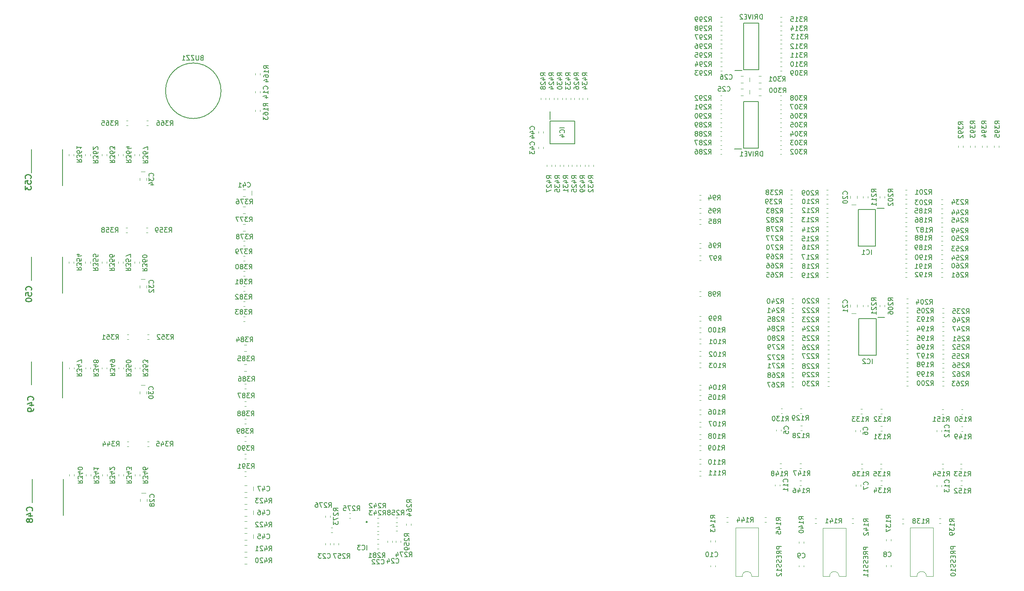
<source format=gbr>
G04 #@! TF.GenerationSoftware,KiCad,Pcbnew,(5.1.5-0-10_14)*
G04 #@! TF.CreationDate,2020-06-29T22:51:03-04:00*
G04 #@! TF.ProjectId,Pufferfish-Controller-1,50756666-6572-4666-9973-682d436f6e74,rev?*
G04 #@! TF.SameCoordinates,Original*
G04 #@! TF.FileFunction,Legend,Bot*
G04 #@! TF.FilePolarity,Positive*
%FSLAX46Y46*%
G04 Gerber Fmt 4.6, Leading zero omitted, Abs format (unit mm)*
G04 Created by KiCad (PCBNEW (5.1.5-0-10_14)) date 2020-06-29 22:51:03*
%MOMM*%
%LPD*%
G04 APERTURE LIST*
%ADD10C,0.200000*%
%ADD11C,0.120000*%
%ADD12C,0.250000*%
%ADD13C,0.203200*%
%ADD14C,0.254000*%
%ADD15C,0.150000*%
G04 APERTURE END LIST*
D10*
X144655000Y-291845000D02*
X144655000Y-286895000D01*
X151255000Y-294595000D02*
X151255000Y-286895000D01*
X144528000Y-244601000D02*
X144528000Y-239651000D01*
X151128000Y-247351000D02*
X151128000Y-239651000D01*
X144528000Y-266826000D02*
X144528000Y-261876000D01*
X151128000Y-269576000D02*
X151128000Y-261876000D01*
X144528000Y-221741000D02*
X144528000Y-216791000D01*
X151128000Y-224491000D02*
X151128000Y-216791000D01*
D11*
X168874221Y-234444000D02*
X169199779Y-234444000D01*
X168874221Y-233424000D02*
X169199779Y-233424000D01*
X169001221Y-210691000D02*
X169326779Y-210691000D01*
X169001221Y-211711000D02*
X169326779Y-211711000D01*
X165008779Y-211711000D02*
X164683221Y-211711000D01*
X165008779Y-210691000D02*
X164683221Y-210691000D01*
X164881779Y-234444000D02*
X164556221Y-234444000D01*
X164881779Y-233424000D02*
X164556221Y-233424000D01*
X169128221Y-256157000D02*
X169453779Y-256157000D01*
X169128221Y-257177000D02*
X169453779Y-257177000D01*
X165135779Y-257177000D02*
X164810221Y-257177000D01*
X165135779Y-256157000D02*
X164810221Y-256157000D01*
X169128221Y-278890000D02*
X169453779Y-278890000D01*
X169128221Y-279910000D02*
X169453779Y-279910000D01*
X165135779Y-279910000D02*
X164810221Y-279910000D01*
X165135779Y-278890000D02*
X164810221Y-278890000D01*
D12*
X215860000Y-295970000D02*
G75*
G03X215860000Y-295970000I-125000J0D01*
G01*
D10*
X325887000Y-252492000D02*
X324412000Y-252492000D01*
X324062000Y-260542000D02*
X324062000Y-252742000D01*
X320362000Y-260542000D02*
X324062000Y-260542000D01*
X320362000Y-252742000D02*
X320362000Y-260542000D01*
X324062000Y-252742000D02*
X320362000Y-252742000D01*
X325760000Y-229301000D02*
X324285000Y-229301000D01*
X323935000Y-237351000D02*
X323935000Y-229551000D01*
X320235000Y-237351000D02*
X323935000Y-237351000D01*
X320235000Y-229551000D02*
X320235000Y-237351000D01*
X323935000Y-229551000D02*
X320235000Y-229551000D01*
X254713000Y-210719000D02*
X254713000Y-215569000D01*
X254713000Y-215569000D02*
X259993000Y-215569000D01*
X259993000Y-215569000D02*
X259993000Y-210719000D01*
X259993000Y-210719000D02*
X254713000Y-210719000D01*
X254773000Y-208719000D02*
X254773000Y-210369000D01*
X295885000Y-199796000D02*
X299085000Y-199796000D01*
X299085000Y-199796000D02*
X299085000Y-189896000D01*
X299085000Y-189896000D02*
X295885000Y-189896000D01*
X295885000Y-189896000D02*
X295885000Y-199796000D01*
X294010000Y-199966000D02*
X295535000Y-199966000D01*
X293974000Y-216684000D02*
X295499000Y-216684000D01*
X295849000Y-206614000D02*
X295849000Y-216514000D01*
X299049000Y-206614000D02*
X295849000Y-206614000D01*
X299049000Y-216514000D02*
X299049000Y-206614000D01*
X295849000Y-216514000D02*
X299049000Y-216514000D01*
D13*
X184792000Y-204305000D02*
G75*
G03X184792000Y-204305000I-5900000J0D01*
G01*
D11*
X349108000Y-216316779D02*
X349108000Y-215991221D01*
X350128000Y-216316779D02*
X350128000Y-215991221D01*
X346568000Y-216316779D02*
X346568000Y-215991221D01*
X347588000Y-216316779D02*
X347588000Y-215991221D01*
X344028000Y-216316779D02*
X344028000Y-215991221D01*
X345048000Y-216316779D02*
X345048000Y-215991221D01*
X341488000Y-216316779D02*
X341488000Y-215991221D01*
X342508000Y-216316779D02*
X342508000Y-215991221D01*
X286801779Y-253240000D02*
X286476221Y-253240000D01*
X286801779Y-252220000D02*
X286476221Y-252220000D01*
X286801779Y-248008000D02*
X286476221Y-248008000D01*
X286801779Y-246988000D02*
X286476221Y-246988000D01*
X286801779Y-240388000D02*
X286476221Y-240388000D01*
X286801779Y-239368000D02*
X286476221Y-239368000D01*
X286476221Y-231646000D02*
X286801779Y-231646000D01*
X286476221Y-232666000D02*
X286801779Y-232666000D01*
X306486779Y-253480000D02*
X306161221Y-253480000D01*
X306486779Y-252460000D02*
X306161221Y-252460000D01*
X306161221Y-255441000D02*
X306486779Y-255441000D01*
X306161221Y-254421000D02*
X306486779Y-254421000D01*
X306486779Y-257403000D02*
X306161221Y-257403000D01*
X306486779Y-256383000D02*
X306161221Y-256383000D01*
X306161221Y-259364000D02*
X306486779Y-259364000D01*
X306161221Y-258344000D02*
X306486779Y-258344000D01*
X306486779Y-260306000D02*
X306161221Y-260306000D01*
X306486779Y-261326000D02*
X306161221Y-261326000D01*
X306161221Y-263287000D02*
X306486779Y-263287000D01*
X306161221Y-262267000D02*
X306486779Y-262267000D01*
X306486779Y-264229000D02*
X306161221Y-264229000D01*
X306486779Y-265249000D02*
X306161221Y-265249000D01*
X306161221Y-267210000D02*
X306486779Y-267210000D01*
X306161221Y-266190000D02*
X306486779Y-266190000D01*
X338165221Y-267083000D02*
X338490779Y-267083000D01*
X338165221Y-266063000D02*
X338490779Y-266063000D01*
X338490779Y-264126000D02*
X338165221Y-264126000D01*
X338490779Y-265146000D02*
X338165221Y-265146000D01*
X338165221Y-263210000D02*
X338490779Y-263210000D01*
X338165221Y-262190000D02*
X338490779Y-262190000D01*
X338490779Y-260253000D02*
X338165221Y-260253000D01*
X338490779Y-261273000D02*
X338165221Y-261273000D01*
X338165221Y-259336000D02*
X338490779Y-259336000D01*
X338165221Y-258316000D02*
X338490779Y-258316000D01*
X338490779Y-256379000D02*
X338165221Y-256379000D01*
X338490779Y-257399000D02*
X338165221Y-257399000D01*
X338490779Y-254442000D02*
X338165221Y-254442000D01*
X338490779Y-255462000D02*
X338165221Y-255462000D01*
X338490779Y-252506000D02*
X338165221Y-252506000D01*
X338490779Y-253526000D02*
X338165221Y-253526000D01*
X306161221Y-251518000D02*
X306486779Y-251518000D01*
X306161221Y-250498000D02*
X306486779Y-250498000D01*
X306161221Y-249557000D02*
X306486779Y-249557000D01*
X306161221Y-248537000D02*
X306486779Y-248537000D01*
X338490779Y-250569000D02*
X338165221Y-250569000D01*
X338490779Y-251589000D02*
X338165221Y-251589000D01*
X189809422Y-292162000D02*
X190326578Y-292162000D01*
X189809422Y-290742000D02*
X190326578Y-290742000D01*
X189809422Y-297242000D02*
X190326578Y-297242000D01*
X189809422Y-295822000D02*
X190326578Y-295822000D01*
X189809422Y-302322000D02*
X190326578Y-302322000D01*
X189809422Y-300902000D02*
X190326578Y-300902000D01*
X189809422Y-304862000D02*
X190326578Y-304862000D01*
X189809422Y-303442000D02*
X190326578Y-303442000D01*
X189711422Y-263881000D02*
X190228578Y-263881000D01*
X189711422Y-262461000D02*
X190228578Y-262461000D01*
X189711422Y-259713000D02*
X190228578Y-259713000D01*
X189711422Y-258293000D02*
X190228578Y-258293000D01*
X189457422Y-234072000D02*
X189974578Y-234072000D01*
X189457422Y-232652000D02*
X189974578Y-232652000D01*
X189457422Y-230364000D02*
X189974578Y-230364000D01*
X189457422Y-228944000D02*
X189974578Y-228944000D01*
X299108422Y-201215000D02*
X299625578Y-201215000D01*
X299108422Y-202635000D02*
X299625578Y-202635000D01*
X299095422Y-205289000D02*
X299612578Y-205289000D01*
X299095422Y-203869000D02*
X299612578Y-203869000D01*
X190326578Y-288202000D02*
X189809422Y-288202000D01*
X190326578Y-289622000D02*
X189809422Y-289622000D01*
X191655500Y-288467500D02*
X191655500Y-289356500D01*
X190326578Y-293282000D02*
X189809422Y-293282000D01*
X190326578Y-294702000D02*
X189809422Y-294702000D01*
X191655500Y-293547500D02*
X191655500Y-294436500D01*
X190326578Y-298362000D02*
X189809422Y-298362000D01*
X190326578Y-299782000D02*
X189809422Y-299782000D01*
X191655500Y-298627500D02*
X191655500Y-299516500D01*
X189974578Y-225326000D02*
X189457422Y-225326000D01*
X189974578Y-226746000D02*
X189457422Y-226746000D01*
X191303500Y-225591500D02*
X191303500Y-226480500D01*
X255827000Y-220418779D02*
X255827000Y-220093221D01*
X256847000Y-220418779D02*
X256847000Y-220093221D01*
X262689000Y-205869221D02*
X262689000Y-206194779D01*
X261669000Y-205869221D02*
X261669000Y-206194779D01*
X259133000Y-205869221D02*
X259133000Y-206194779D01*
X258113000Y-205869221D02*
X258113000Y-206194779D01*
X262939000Y-220418779D02*
X262939000Y-220093221D01*
X263959000Y-220418779D02*
X263959000Y-220093221D01*
X258625000Y-220418779D02*
X258625000Y-220093221D01*
X257605000Y-220418779D02*
X257605000Y-220093221D01*
X257355000Y-206194779D02*
X257355000Y-205869221D01*
X256335000Y-206194779D02*
X256335000Y-205869221D01*
X262181000Y-220418779D02*
X262181000Y-220093221D01*
X261161000Y-220418779D02*
X261161000Y-220093221D01*
X253799000Y-206194779D02*
X253799000Y-205869221D01*
X252779000Y-206194779D02*
X252779000Y-205869221D01*
X254049000Y-220093221D02*
X254049000Y-220418779D01*
X255069000Y-220093221D02*
X255069000Y-220418779D01*
X259891000Y-205869221D02*
X259891000Y-206194779D01*
X260911000Y-205869221D02*
X260911000Y-206194779D01*
X260403000Y-220093221D02*
X260403000Y-220418779D01*
X259383000Y-220093221D02*
X259383000Y-220418779D01*
X254557000Y-206194779D02*
X254557000Y-205869221D01*
X255577000Y-206194779D02*
X255577000Y-205869221D01*
X189807221Y-285253000D02*
X190132779Y-285253000D01*
X189807221Y-286273000D02*
X190132779Y-286273000D01*
X189807221Y-281524000D02*
X190132779Y-281524000D01*
X189807221Y-282544000D02*
X190132779Y-282544000D01*
X189807221Y-277796000D02*
X190132779Y-277796000D01*
X189807221Y-278816000D02*
X190132779Y-278816000D01*
X189807221Y-274067000D02*
X190132779Y-274067000D01*
X189807221Y-275087000D02*
X190132779Y-275087000D01*
X189807221Y-270338000D02*
X190132779Y-270338000D01*
X189807221Y-271358000D02*
X190132779Y-271358000D01*
X189807221Y-266610000D02*
X190132779Y-266610000D01*
X189807221Y-267630000D02*
X190132779Y-267630000D01*
X189553221Y-252286000D02*
X189878779Y-252286000D01*
X189553221Y-253306000D02*
X189878779Y-253306000D01*
X189553221Y-249079000D02*
X189878779Y-249079000D01*
X189553221Y-250099000D02*
X189878779Y-250099000D01*
X189553221Y-245871000D02*
X189878779Y-245871000D01*
X189553221Y-246891000D02*
X189878779Y-246891000D01*
X189553221Y-242664000D02*
X189878779Y-242664000D01*
X189553221Y-243684000D02*
X189878779Y-243684000D01*
X189553221Y-239456000D02*
X189878779Y-239456000D01*
X189553221Y-240476000D02*
X189878779Y-240476000D01*
X189553221Y-236249000D02*
X189878779Y-236249000D01*
X189553221Y-237269000D02*
X189878779Y-237269000D01*
X166444000Y-218081779D02*
X166444000Y-217756221D01*
X167464000Y-218081779D02*
X167464000Y-217756221D01*
X162952000Y-218081779D02*
X162952000Y-217756221D01*
X163972000Y-218081779D02*
X163972000Y-217756221D01*
X159459000Y-218081779D02*
X159459000Y-217756221D01*
X160479000Y-218081779D02*
X160479000Y-217756221D01*
X155967000Y-218081779D02*
X155967000Y-217756221D01*
X156987000Y-218081779D02*
X156987000Y-217756221D01*
X152474000Y-218081779D02*
X152474000Y-217756221D01*
X153494000Y-218081779D02*
X153494000Y-217756221D01*
X166444000Y-240941779D02*
X166444000Y-240616221D01*
X167464000Y-240941779D02*
X167464000Y-240616221D01*
X162952000Y-240941779D02*
X162952000Y-240616221D01*
X163972000Y-240941779D02*
X163972000Y-240616221D01*
X159459000Y-240941779D02*
X159459000Y-240616221D01*
X160479000Y-240941779D02*
X160479000Y-240616221D01*
X155967000Y-240941779D02*
X155967000Y-240616221D01*
X156987000Y-240941779D02*
X156987000Y-240616221D01*
X152474000Y-240941779D02*
X152474000Y-240616221D01*
X153494000Y-240941779D02*
X153494000Y-240616221D01*
X166495000Y-263446779D02*
X166495000Y-263121221D01*
X167515000Y-263446779D02*
X167515000Y-263121221D01*
X163002000Y-263446779D02*
X163002000Y-263121221D01*
X164022000Y-263446779D02*
X164022000Y-263121221D01*
X159510000Y-263446779D02*
X159510000Y-263121221D01*
X160530000Y-263446779D02*
X160530000Y-263121221D01*
X156018000Y-263446779D02*
X156018000Y-263121221D01*
X157038000Y-263446779D02*
X157038000Y-263121221D01*
X152525000Y-263446779D02*
X152525000Y-263121221D01*
X153545000Y-263446779D02*
X153545000Y-263121221D01*
X166546000Y-286153779D02*
X166546000Y-285828221D01*
X167566000Y-286153779D02*
X167566000Y-285828221D01*
X163053000Y-286153779D02*
X163053000Y-285828221D01*
X164073000Y-286153779D02*
X164073000Y-285828221D01*
X159561000Y-286153779D02*
X159561000Y-285828221D01*
X160581000Y-286153779D02*
X160581000Y-285828221D01*
X156068000Y-286153779D02*
X156068000Y-285828221D01*
X157088000Y-286153779D02*
X157088000Y-285828221D01*
X152576000Y-286153779D02*
X152576000Y-285828221D01*
X153596000Y-286153779D02*
X153596000Y-285828221D01*
X303997779Y-188621000D02*
X303672221Y-188621000D01*
X303997779Y-189641000D02*
X303672221Y-189641000D01*
X303997779Y-190526000D02*
X303672221Y-190526000D01*
X303997779Y-191546000D02*
X303672221Y-191546000D01*
X303997779Y-192431000D02*
X303672221Y-192431000D01*
X303997779Y-193451000D02*
X303672221Y-193451000D01*
X303997779Y-194336000D02*
X303672221Y-194336000D01*
X303997779Y-195356000D02*
X303672221Y-195356000D01*
X303997779Y-196241000D02*
X303672221Y-196241000D01*
X303997779Y-197261000D02*
X303672221Y-197261000D01*
X303997779Y-198146000D02*
X303672221Y-198146000D01*
X303997779Y-199166000D02*
X303672221Y-199166000D01*
X303997779Y-200051000D02*
X303672221Y-200051000D01*
X303997779Y-201071000D02*
X303672221Y-201071000D01*
X303961779Y-206359000D02*
X303636221Y-206359000D01*
X303961779Y-205339000D02*
X303636221Y-205339000D01*
X303961779Y-208264000D02*
X303636221Y-208264000D01*
X303961779Y-207244000D02*
X303636221Y-207244000D01*
X303961779Y-210169000D02*
X303636221Y-210169000D01*
X303961779Y-209149000D02*
X303636221Y-209149000D01*
X303961779Y-212074000D02*
X303636221Y-212074000D01*
X303961779Y-211054000D02*
X303636221Y-211054000D01*
X303961779Y-213979000D02*
X303636221Y-213979000D01*
X303961779Y-212959000D02*
X303636221Y-212959000D01*
X303961779Y-215884000D02*
X303636221Y-215884000D01*
X303961779Y-214864000D02*
X303636221Y-214864000D01*
X303961779Y-217789000D02*
X303636221Y-217789000D01*
X303961779Y-216769000D02*
X303636221Y-216769000D01*
X291297779Y-188621000D02*
X290972221Y-188621000D01*
X291297779Y-189641000D02*
X290972221Y-189641000D01*
X291297779Y-190526000D02*
X290972221Y-190526000D01*
X291297779Y-191546000D02*
X290972221Y-191546000D01*
X291297779Y-192431000D02*
X290972221Y-192431000D01*
X291297779Y-193451000D02*
X290972221Y-193451000D01*
X291297779Y-194336000D02*
X290972221Y-194336000D01*
X291297779Y-195356000D02*
X290972221Y-195356000D01*
X291297779Y-196241000D02*
X290972221Y-196241000D01*
X291297779Y-197261000D02*
X290972221Y-197261000D01*
X291297779Y-198146000D02*
X290972221Y-198146000D01*
X291297779Y-199166000D02*
X290972221Y-199166000D01*
X291297779Y-200051000D02*
X290972221Y-200051000D01*
X291297779Y-201071000D02*
X290972221Y-201071000D01*
X291261779Y-206359000D02*
X290936221Y-206359000D01*
X291261779Y-205339000D02*
X290936221Y-205339000D01*
X291261779Y-208264000D02*
X290936221Y-208264000D01*
X291261779Y-207244000D02*
X290936221Y-207244000D01*
X291261779Y-210169000D02*
X290936221Y-210169000D01*
X291261779Y-209149000D02*
X290936221Y-209149000D01*
X291261779Y-212074000D02*
X290936221Y-212074000D01*
X291261779Y-211054000D02*
X290936221Y-211054000D01*
X291261779Y-213979000D02*
X290936221Y-213979000D01*
X291261779Y-212959000D02*
X290936221Y-212959000D01*
X291261779Y-215884000D02*
X290936221Y-215884000D01*
X291261779Y-214864000D02*
X290936221Y-214864000D01*
X291261779Y-217789000D02*
X290936221Y-217789000D01*
X291261779Y-216769000D02*
X290936221Y-216769000D01*
X306232779Y-229318000D02*
X305907221Y-229318000D01*
X306232779Y-230338000D02*
X305907221Y-230338000D01*
X305907221Y-232285000D02*
X306232779Y-232285000D01*
X305907221Y-231265000D02*
X306232779Y-231265000D01*
X218023221Y-299646000D02*
X218348779Y-299646000D01*
X218023221Y-298626000D02*
X218348779Y-298626000D01*
X306232779Y-233212000D02*
X305907221Y-233212000D01*
X306232779Y-234232000D02*
X305907221Y-234232000D01*
X305907221Y-236180000D02*
X306232779Y-236180000D01*
X305907221Y-235160000D02*
X306232779Y-235160000D01*
X208028000Y-294954779D02*
X208028000Y-294629221D01*
X207008000Y-294954779D02*
X207008000Y-294629221D01*
X212029221Y-295201000D02*
X212354779Y-295201000D01*
X212029221Y-294181000D02*
X212354779Y-294181000D01*
X223014000Y-300314779D02*
X223014000Y-299989221D01*
X221994000Y-300314779D02*
X221994000Y-299989221D01*
X208168221Y-297229000D02*
X208493779Y-297229000D01*
X208168221Y-298249000D02*
X208493779Y-298249000D01*
X306232779Y-237107000D02*
X305907221Y-237107000D01*
X306232779Y-238127000D02*
X305907221Y-238127000D01*
X305907221Y-240074000D02*
X306232779Y-240074000D01*
X305907221Y-239054000D02*
X306232779Y-239054000D01*
X306232779Y-241002000D02*
X305907221Y-241002000D01*
X306232779Y-242022000D02*
X305907221Y-242022000D01*
X305907221Y-243969000D02*
X306232779Y-243969000D01*
X305907221Y-242949000D02*
X306232779Y-242949000D01*
X224178000Y-296682779D02*
X224178000Y-296357221D01*
X225198000Y-296682779D02*
X225198000Y-296357221D01*
X337911221Y-243969000D02*
X338236779Y-243969000D01*
X337911221Y-242949000D02*
X338236779Y-242949000D01*
X338236779Y-241012000D02*
X337911221Y-241012000D01*
X338236779Y-242032000D02*
X337911221Y-242032000D01*
X221960221Y-297868000D02*
X222285779Y-297868000D01*
X221960221Y-296848000D02*
X222285779Y-296848000D01*
X221960221Y-296090000D02*
X222285779Y-296090000D01*
X221960221Y-295070000D02*
X222285779Y-295070000D01*
X209806000Y-300822779D02*
X209806000Y-300497221D01*
X208786000Y-300822779D02*
X208786000Y-300497221D01*
X337911221Y-240096000D02*
X338236779Y-240096000D01*
X337911221Y-239076000D02*
X338236779Y-239076000D01*
X338236779Y-237139000D02*
X337911221Y-237139000D01*
X338236779Y-238159000D02*
X337911221Y-238159000D01*
X337911221Y-236222000D02*
X338236779Y-236222000D01*
X337911221Y-235202000D02*
X338236779Y-235202000D01*
X338236779Y-233265000D02*
X337911221Y-233265000D01*
X338236779Y-234285000D02*
X337911221Y-234285000D01*
X338236779Y-231328000D02*
X337911221Y-231328000D01*
X338236779Y-232348000D02*
X337911221Y-232348000D01*
X338236779Y-229392000D02*
X337911221Y-229392000D01*
X338236779Y-230412000D02*
X337911221Y-230412000D01*
X218023221Y-296975000D02*
X218348779Y-296975000D01*
X218023221Y-297995000D02*
X218348779Y-297995000D01*
X218023221Y-295197000D02*
X218348779Y-295197000D01*
X218023221Y-296217000D02*
X218348779Y-296217000D01*
X305907221Y-228390000D02*
X306232779Y-228390000D01*
X305907221Y-227370000D02*
X306232779Y-227370000D01*
X305907221Y-226443000D02*
X306232779Y-226443000D01*
X305907221Y-225423000D02*
X306232779Y-225423000D01*
X338236779Y-227455000D02*
X337911221Y-227455000D01*
X338236779Y-228475000D02*
X337911221Y-228475000D01*
X313781221Y-266101000D02*
X314106779Y-266101000D01*
X313781221Y-267121000D02*
X314106779Y-267121000D01*
X313781221Y-264150000D02*
X314106779Y-264150000D01*
X313781221Y-265170000D02*
X314106779Y-265170000D01*
X313781221Y-262198000D02*
X314106779Y-262198000D01*
X313781221Y-263218000D02*
X314106779Y-263218000D01*
X313781221Y-260246000D02*
X314106779Y-260246000D01*
X313781221Y-261266000D02*
X314106779Y-261266000D01*
X313781221Y-258295000D02*
X314106779Y-258295000D01*
X313781221Y-259315000D02*
X314106779Y-259315000D01*
X313781221Y-256343000D02*
X314106779Y-256343000D01*
X313781221Y-257363000D02*
X314106779Y-257363000D01*
X313781221Y-254392000D02*
X314106779Y-254392000D01*
X313781221Y-255412000D02*
X314106779Y-255412000D01*
X313781221Y-252440000D02*
X314106779Y-252440000D01*
X313781221Y-253460000D02*
X314106779Y-253460000D01*
X313781221Y-250489000D02*
X314106779Y-250489000D01*
X313781221Y-251509000D02*
X314106779Y-251509000D01*
X321308000Y-249900221D02*
X321308000Y-250225779D01*
X322328000Y-249900221D02*
X322328000Y-250225779D01*
X313781221Y-248537000D02*
X314106779Y-248537000D01*
X313781221Y-249557000D02*
X314106779Y-249557000D01*
X313527221Y-242949000D02*
X313852779Y-242949000D01*
X313527221Y-243969000D02*
X313852779Y-243969000D01*
X313527221Y-241002000D02*
X313852779Y-241002000D01*
X313527221Y-242022000D02*
X313852779Y-242022000D01*
X313527221Y-239054000D02*
X313852779Y-239054000D01*
X313527221Y-240074000D02*
X313852779Y-240074000D01*
X313527221Y-237107000D02*
X313852779Y-237107000D01*
X313527221Y-238127000D02*
X313852779Y-238127000D01*
X313527221Y-235160000D02*
X313852779Y-235160000D01*
X313527221Y-236180000D02*
X313852779Y-236180000D01*
X313527221Y-233212000D02*
X313852779Y-233212000D01*
X313527221Y-234232000D02*
X313852779Y-234232000D01*
X313527221Y-231265000D02*
X313852779Y-231265000D01*
X313527221Y-232285000D02*
X313852779Y-232285000D01*
X313527221Y-229318000D02*
X313852779Y-229318000D01*
X313527221Y-230338000D02*
X313852779Y-230338000D01*
X322328000Y-226786221D02*
X322328000Y-227111779D01*
X321308000Y-226786221D02*
X321308000Y-227111779D01*
X313527221Y-227370000D02*
X313852779Y-227370000D01*
X313527221Y-228390000D02*
X313852779Y-228390000D01*
X313527221Y-225423000D02*
X313852779Y-225423000D01*
X313527221Y-226443000D02*
X313852779Y-226443000D01*
X324864000Y-250225779D02*
X324864000Y-249900221D01*
X325884000Y-250225779D02*
X325884000Y-249900221D01*
X330494221Y-250484000D02*
X330819779Y-250484000D01*
X330494221Y-251504000D02*
X330819779Y-251504000D01*
X330494221Y-248537000D02*
X330819779Y-248537000D01*
X330494221Y-249557000D02*
X330819779Y-249557000D01*
X330291221Y-227370000D02*
X330616779Y-227370000D01*
X330291221Y-228390000D02*
X330616779Y-228390000D01*
X324864000Y-227111779D02*
X324864000Y-226786221D01*
X325884000Y-227111779D02*
X325884000Y-226786221D01*
X330291221Y-225423000D02*
X330616779Y-225423000D01*
X330291221Y-226443000D02*
X330616779Y-226443000D01*
X330819779Y-267083000D02*
X330494221Y-267083000D01*
X330819779Y-266063000D02*
X330494221Y-266063000D01*
X330819779Y-265136000D02*
X330494221Y-265136000D01*
X330819779Y-264116000D02*
X330494221Y-264116000D01*
X330819779Y-263188000D02*
X330494221Y-263188000D01*
X330819779Y-262168000D02*
X330494221Y-262168000D01*
X330819779Y-261241000D02*
X330494221Y-261241000D01*
X330819779Y-260221000D02*
X330494221Y-260221000D01*
X330819779Y-259294000D02*
X330494221Y-259294000D01*
X330819779Y-258274000D02*
X330494221Y-258274000D01*
X330819779Y-257346000D02*
X330494221Y-257346000D01*
X330819779Y-256326000D02*
X330494221Y-256326000D01*
X330819779Y-255399000D02*
X330494221Y-255399000D01*
X330819779Y-254379000D02*
X330494221Y-254379000D01*
X330819779Y-253452000D02*
X330494221Y-253452000D01*
X330819779Y-252432000D02*
X330494221Y-252432000D01*
X330616779Y-243969000D02*
X330291221Y-243969000D01*
X330616779Y-242949000D02*
X330291221Y-242949000D01*
X330616779Y-242022000D02*
X330291221Y-242022000D01*
X330616779Y-241002000D02*
X330291221Y-241002000D01*
X330616779Y-240074000D02*
X330291221Y-240074000D01*
X330616779Y-239054000D02*
X330291221Y-239054000D01*
X330616779Y-238127000D02*
X330291221Y-238127000D01*
X330616779Y-237107000D02*
X330291221Y-237107000D01*
X330616779Y-236180000D02*
X330291221Y-236180000D01*
X330616779Y-235160000D02*
X330291221Y-235160000D01*
X330616779Y-234232000D02*
X330291221Y-234232000D01*
X330616779Y-233212000D02*
X330291221Y-233212000D01*
X330616779Y-232285000D02*
X330291221Y-232285000D01*
X330616779Y-231265000D02*
X330291221Y-231265000D01*
X330616779Y-229318000D02*
X330291221Y-229318000D01*
X330616779Y-230338000D02*
X330291221Y-230338000D01*
X192086000Y-200949779D02*
X192086000Y-200624221D01*
X193106000Y-200949779D02*
X193106000Y-200624221D01*
X193106000Y-208371221D02*
X193106000Y-208696779D01*
X192086000Y-208371221D02*
X192086000Y-208696779D01*
X338025221Y-283652000D02*
X338350779Y-283652000D01*
X338025221Y-284672000D02*
X338350779Y-284672000D01*
X342287779Y-284685000D02*
X341962221Y-284685000D01*
X342287779Y-283665000D02*
X341962221Y-283665000D01*
X342351779Y-288241000D02*
X342026221Y-288241000D01*
X342351779Y-287221000D02*
X342026221Y-287221000D01*
X338025221Y-273065000D02*
X338350779Y-273065000D01*
X338025221Y-272045000D02*
X338350779Y-272045000D01*
X342478779Y-272032000D02*
X342153221Y-272032000D01*
X342478779Y-273052000D02*
X342153221Y-273052000D01*
X342478779Y-275664000D02*
X342153221Y-275664000D01*
X342478779Y-276684000D02*
X342153221Y-276684000D01*
X303608221Y-283538000D02*
X303933779Y-283538000D01*
X303608221Y-284558000D02*
X303933779Y-284558000D01*
X308124779Y-284558000D02*
X307799221Y-284558000D01*
X308124779Y-283538000D02*
X307799221Y-283538000D01*
X308124779Y-288178000D02*
X307799221Y-288178000D01*
X308124779Y-287158000D02*
X307799221Y-287158000D01*
X300708779Y-296039000D02*
X300383221Y-296039000D01*
X300708779Y-295019000D02*
X300383221Y-295019000D01*
X292580779Y-296039000D02*
X292255221Y-296039000D01*
X292580779Y-295019000D02*
X292255221Y-295019000D01*
X288860000Y-300263779D02*
X288860000Y-299938221D01*
X289880000Y-300263779D02*
X289880000Y-299938221D01*
X319262779Y-296268000D02*
X318937221Y-296268000D01*
X319262779Y-295248000D02*
X318937221Y-295248000D01*
X311051221Y-295248000D02*
X311376779Y-295248000D01*
X311051221Y-296268000D02*
X311376779Y-296268000D01*
X307656000Y-300517779D02*
X307656000Y-300192221D01*
X308676000Y-300517779D02*
X308676000Y-300192221D01*
X337804779Y-296268000D02*
X337479221Y-296268000D01*
X337804779Y-295248000D02*
X337479221Y-295248000D01*
X329605221Y-295298000D02*
X329930779Y-295298000D01*
X329605221Y-296318000D02*
X329930779Y-296318000D01*
X326198000Y-300009779D02*
X326198000Y-299684221D01*
X327218000Y-300009779D02*
X327218000Y-299684221D01*
X320880221Y-284622000D02*
X321205779Y-284622000D01*
X320880221Y-283602000D02*
X321205779Y-283602000D01*
X325269779Y-283602000D02*
X324944221Y-283602000D01*
X325269779Y-284622000D02*
X324944221Y-284622000D01*
X325333779Y-287158000D02*
X325008221Y-287158000D01*
X325333779Y-288178000D02*
X325008221Y-288178000D01*
X320753221Y-271968000D02*
X321078779Y-271968000D01*
X320753221Y-272988000D02*
X321078779Y-272988000D01*
X325333779Y-273001000D02*
X325008221Y-273001000D01*
X325333779Y-271981000D02*
X325008221Y-271981000D01*
X325333779Y-276621000D02*
X325008221Y-276621000D01*
X325333779Y-275601000D02*
X325008221Y-275601000D01*
X303799221Y-272874000D02*
X304124779Y-272874000D01*
X303799221Y-271854000D02*
X304124779Y-271854000D01*
X308251779Y-271854000D02*
X307926221Y-271854000D01*
X308251779Y-272874000D02*
X307926221Y-272874000D01*
X308315779Y-275537000D02*
X307990221Y-275537000D01*
X308315779Y-276557000D02*
X307990221Y-276557000D01*
X286801779Y-286209000D02*
X286476221Y-286209000D01*
X286801779Y-285189000D02*
X286476221Y-285189000D01*
X286801779Y-283669000D02*
X286476221Y-283669000D01*
X286801779Y-282649000D02*
X286476221Y-282649000D01*
X286801779Y-280774000D02*
X286476221Y-280774000D01*
X286801779Y-279754000D02*
X286476221Y-279754000D01*
X286801779Y-278386000D02*
X286476221Y-278386000D01*
X286801779Y-277366000D02*
X286476221Y-277366000D01*
X286801779Y-275744000D02*
X286476221Y-275744000D01*
X286801779Y-274724000D02*
X286476221Y-274724000D01*
X286801779Y-273154000D02*
X286476221Y-273154000D01*
X286801779Y-272134000D02*
X286476221Y-272134000D01*
X286801779Y-270062000D02*
X286476221Y-270062000D01*
X286801779Y-269042000D02*
X286476221Y-269042000D01*
X286801779Y-267921000D02*
X286476221Y-267921000D01*
X286801779Y-266901000D02*
X286476221Y-266901000D01*
X286476221Y-262177000D02*
X286801779Y-262177000D01*
X286476221Y-263197000D02*
X286801779Y-263197000D01*
X286801779Y-260733000D02*
X286476221Y-260733000D01*
X286801779Y-259713000D02*
X286476221Y-259713000D01*
X286476221Y-257097000D02*
X286801779Y-257097000D01*
X286476221Y-258117000D02*
X286801779Y-258117000D01*
X286476221Y-254709000D02*
X286801779Y-254709000D01*
X286476221Y-255729000D02*
X286801779Y-255729000D01*
X286801779Y-237746000D02*
X286476221Y-237746000D01*
X286801779Y-236726000D02*
X286476221Y-236726000D01*
X286801779Y-230329000D02*
X286476221Y-230329000D01*
X286801779Y-229309000D02*
X286476221Y-229309000D01*
X286801779Y-227535000D02*
X286476221Y-227535000D01*
X286801779Y-226515000D02*
X286476221Y-226515000D01*
X295596000Y-307502000D02*
X294146000Y-307502000D01*
X294146000Y-307502000D02*
X294146000Y-297222000D01*
X294146000Y-297222000D02*
X299046000Y-297222000D01*
X299046000Y-297222000D02*
X299046000Y-307502000D01*
X299046000Y-307502000D02*
X297596000Y-307502000D01*
X297596000Y-307502000D02*
G75*
G03X295596000Y-307502000I-1000000J0D01*
G01*
X314163000Y-307514000D02*
X312713000Y-307514000D01*
X312713000Y-307514000D02*
X312713000Y-297234000D01*
X312713000Y-297234000D02*
X317613000Y-297234000D01*
X317613000Y-297234000D02*
X317613000Y-307514000D01*
X317613000Y-307514000D02*
X316163000Y-307514000D01*
X316163000Y-307514000D02*
G75*
G03X314163000Y-307514000I-1000000J0D01*
G01*
X332731000Y-307502000D02*
X331281000Y-307502000D01*
X331281000Y-307502000D02*
X331281000Y-297222000D01*
X331281000Y-297222000D02*
X336181000Y-297222000D01*
X336181000Y-297222000D02*
X336181000Y-307502000D01*
X336181000Y-307502000D02*
X334731000Y-307502000D01*
X334731000Y-307502000D02*
G75*
G03X332731000Y-307502000I-1000000J0D01*
G01*
X252271000Y-212981221D02*
X252271000Y-213306779D01*
X253291000Y-212981221D02*
X253291000Y-213306779D01*
X253291000Y-216608779D02*
X253291000Y-216283221D01*
X252271000Y-216608779D02*
X252271000Y-216283221D01*
X167514000Y-222842422D02*
X167514000Y-223359578D01*
X168934000Y-222842422D02*
X168934000Y-223359578D01*
X167779500Y-221513500D02*
X168668500Y-221513500D01*
X167514000Y-245702422D02*
X167514000Y-246219578D01*
X168934000Y-245702422D02*
X168934000Y-246219578D01*
X167779500Y-244373500D02*
X168668500Y-244373500D01*
X167514000Y-268206422D02*
X167514000Y-268723578D01*
X168934000Y-268206422D02*
X168934000Y-268723578D01*
X167779500Y-266877500D02*
X168668500Y-266877500D01*
X167616000Y-291117422D02*
X167616000Y-291634578D01*
X169036000Y-291117422D02*
X169036000Y-291634578D01*
X167881500Y-289788500D02*
X168770500Y-289788500D01*
X297144500Y-201480500D02*
X297144500Y-202369500D01*
X295815578Y-202635000D02*
X295298422Y-202635000D01*
X295815578Y-201215000D02*
X295298422Y-201215000D01*
X295802578Y-203869000D02*
X295285422Y-203869000D01*
X295802578Y-205289000D02*
X295285422Y-205289000D01*
X297131500Y-204134500D02*
X297131500Y-205023500D01*
X220216000Y-299989221D02*
X220216000Y-300314779D01*
X221236000Y-299989221D02*
X221236000Y-300314779D01*
X207008000Y-300497221D02*
X207008000Y-300822779D01*
X208028000Y-300497221D02*
X208028000Y-300822779D01*
X218348779Y-300658000D02*
X218023221Y-300658000D01*
X218348779Y-301678000D02*
X218023221Y-301678000D01*
X319988000Y-250321578D02*
X319988000Y-249804422D01*
X318568000Y-250321578D02*
X318568000Y-249804422D01*
X319722500Y-251650500D02*
X318833500Y-251650500D01*
X319988000Y-227207578D02*
X319988000Y-226690422D01*
X318568000Y-227207578D02*
X318568000Y-226690422D01*
X319722500Y-228536500D02*
X318833500Y-228536500D01*
X193106000Y-204759779D02*
X193106000Y-204434221D01*
X192086000Y-204759779D02*
X192086000Y-204434221D01*
X338000000Y-288465779D02*
X338000000Y-288140221D01*
X336980000Y-288465779D02*
X336980000Y-288140221D01*
X336980000Y-276781779D02*
X336980000Y-276456221D01*
X338000000Y-276781779D02*
X338000000Y-276456221D01*
X303583000Y-288338779D02*
X303583000Y-288013221D01*
X302563000Y-288338779D02*
X302563000Y-288013221D01*
X289880000Y-305521779D02*
X289880000Y-305196221D01*
X288860000Y-305521779D02*
X288860000Y-305196221D01*
X308676000Y-305521779D02*
X308676000Y-305196221D01*
X307656000Y-305521779D02*
X307656000Y-305196221D01*
X327218000Y-305457779D02*
X327218000Y-305132221D01*
X326198000Y-305457779D02*
X326198000Y-305132221D01*
X319771000Y-288401779D02*
X319771000Y-288076221D01*
X320791000Y-288401779D02*
X320791000Y-288076221D01*
X320728000Y-276781779D02*
X320728000Y-276456221D01*
X319708000Y-276781779D02*
X319708000Y-276456221D01*
X302817000Y-276654779D02*
X302817000Y-276329221D01*
X303837000Y-276654779D02*
X303837000Y-276329221D01*
D14*
X144573171Y-293569571D02*
X144633647Y-293509095D01*
X144694123Y-293327666D01*
X144694123Y-293206714D01*
X144633647Y-293025285D01*
X144512695Y-292904333D01*
X144391742Y-292843857D01*
X144149838Y-292783380D01*
X143968409Y-292783380D01*
X143726504Y-292843857D01*
X143605552Y-292904333D01*
X143484600Y-293025285D01*
X143424123Y-293206714D01*
X143424123Y-293327666D01*
X143484600Y-293509095D01*
X143545076Y-293569571D01*
X143847457Y-294658142D02*
X144694123Y-294658142D01*
X143363647Y-294355761D02*
X144270790Y-294053380D01*
X144270790Y-294839571D01*
X143968409Y-295504809D02*
X143907933Y-295383857D01*
X143847457Y-295323380D01*
X143726504Y-295262904D01*
X143666028Y-295262904D01*
X143545076Y-295323380D01*
X143484600Y-295383857D01*
X143424123Y-295504809D01*
X143424123Y-295746714D01*
X143484600Y-295867666D01*
X143545076Y-295928142D01*
X143666028Y-295988619D01*
X143726504Y-295988619D01*
X143847457Y-295928142D01*
X143907933Y-295867666D01*
X143968409Y-295746714D01*
X143968409Y-295504809D01*
X144028885Y-295383857D01*
X144089361Y-295323380D01*
X144210314Y-295262904D01*
X144452219Y-295262904D01*
X144573171Y-295323380D01*
X144633647Y-295383857D01*
X144694123Y-295504809D01*
X144694123Y-295746714D01*
X144633647Y-295867666D01*
X144573171Y-295928142D01*
X144452219Y-295988619D01*
X144210314Y-295988619D01*
X144089361Y-295928142D01*
X144028885Y-295867666D01*
X143968409Y-295746714D01*
X144369971Y-246681171D02*
X144430447Y-246620695D01*
X144490923Y-246439266D01*
X144490923Y-246318314D01*
X144430447Y-246136885D01*
X144309495Y-246015933D01*
X144188542Y-245955457D01*
X143946638Y-245894980D01*
X143765209Y-245894980D01*
X143523304Y-245955457D01*
X143402352Y-246015933D01*
X143281400Y-246136885D01*
X143220923Y-246318314D01*
X143220923Y-246439266D01*
X143281400Y-246620695D01*
X143341876Y-246681171D01*
X143220923Y-247830219D02*
X143220923Y-247225457D01*
X143825685Y-247164980D01*
X143765209Y-247225457D01*
X143704733Y-247346409D01*
X143704733Y-247648790D01*
X143765209Y-247769742D01*
X143825685Y-247830219D01*
X143946638Y-247890695D01*
X144249019Y-247890695D01*
X144369971Y-247830219D01*
X144430447Y-247769742D01*
X144490923Y-247648790D01*
X144490923Y-247346409D01*
X144430447Y-247225457D01*
X144369971Y-247164980D01*
X143220923Y-248676885D02*
X143220923Y-248797838D01*
X143281400Y-248918790D01*
X143341876Y-248979266D01*
X143462828Y-249039742D01*
X143704733Y-249100219D01*
X144007114Y-249100219D01*
X144249019Y-249039742D01*
X144369971Y-248979266D01*
X144430447Y-248918790D01*
X144490923Y-248797838D01*
X144490923Y-248676885D01*
X144430447Y-248555933D01*
X144369971Y-248495457D01*
X144249019Y-248434980D01*
X144007114Y-248374504D01*
X143704733Y-248374504D01*
X143462828Y-248434980D01*
X143341876Y-248495457D01*
X143281400Y-248555933D01*
X143220923Y-248676885D01*
X144776371Y-270049171D02*
X144836847Y-269988695D01*
X144897323Y-269807266D01*
X144897323Y-269686314D01*
X144836847Y-269504885D01*
X144715895Y-269383933D01*
X144594942Y-269323457D01*
X144353038Y-269262980D01*
X144171609Y-269262980D01*
X143929704Y-269323457D01*
X143808752Y-269383933D01*
X143687800Y-269504885D01*
X143627323Y-269686314D01*
X143627323Y-269807266D01*
X143687800Y-269988695D01*
X143748276Y-270049171D01*
X144050657Y-271137742D02*
X144897323Y-271137742D01*
X143566847Y-270835361D02*
X144473990Y-270532980D01*
X144473990Y-271319171D01*
X144897323Y-271863457D02*
X144897323Y-272105361D01*
X144836847Y-272226314D01*
X144776371Y-272286790D01*
X144594942Y-272407742D01*
X144353038Y-272468219D01*
X143869228Y-272468219D01*
X143748276Y-272407742D01*
X143687800Y-272347266D01*
X143627323Y-272226314D01*
X143627323Y-271984409D01*
X143687800Y-271863457D01*
X143748276Y-271802980D01*
X143869228Y-271742504D01*
X144171609Y-271742504D01*
X144292561Y-271802980D01*
X144353038Y-271863457D01*
X144413514Y-271984409D01*
X144413514Y-272226314D01*
X144353038Y-272347266D01*
X144292561Y-272407742D01*
X144171609Y-272468219D01*
X144268371Y-222906771D02*
X144328847Y-222846295D01*
X144389323Y-222664866D01*
X144389323Y-222543914D01*
X144328847Y-222362485D01*
X144207895Y-222241533D01*
X144086942Y-222181057D01*
X143845038Y-222120580D01*
X143663609Y-222120580D01*
X143421704Y-222181057D01*
X143300752Y-222241533D01*
X143179800Y-222362485D01*
X143119323Y-222543914D01*
X143119323Y-222664866D01*
X143179800Y-222846295D01*
X143240276Y-222906771D01*
X143119323Y-224055819D02*
X143119323Y-223451057D01*
X143724085Y-223390580D01*
X143663609Y-223451057D01*
X143603133Y-223572009D01*
X143603133Y-223874390D01*
X143663609Y-223995342D01*
X143724085Y-224055819D01*
X143845038Y-224116295D01*
X144147419Y-224116295D01*
X144268371Y-224055819D01*
X144328847Y-223995342D01*
X144389323Y-223874390D01*
X144389323Y-223572009D01*
X144328847Y-223451057D01*
X144268371Y-223390580D01*
X143119323Y-224539628D02*
X143119323Y-225325819D01*
X143603133Y-224902485D01*
X143603133Y-225083914D01*
X143663609Y-225204866D01*
X143724085Y-225265342D01*
X143845038Y-225325819D01*
X144147419Y-225325819D01*
X144268371Y-225265342D01*
X144328847Y-225204866D01*
X144389323Y-225083914D01*
X144389323Y-224721057D01*
X144328847Y-224600104D01*
X144268371Y-224539628D01*
D15*
X173712047Y-234386380D02*
X174045380Y-233910190D01*
X174283476Y-234386380D02*
X174283476Y-233386380D01*
X173902523Y-233386380D01*
X173807285Y-233434000D01*
X173759666Y-233481619D01*
X173712047Y-233576857D01*
X173712047Y-233719714D01*
X173759666Y-233814952D01*
X173807285Y-233862571D01*
X173902523Y-233910190D01*
X174283476Y-233910190D01*
X173378714Y-233386380D02*
X172759666Y-233386380D01*
X173093000Y-233767333D01*
X172950142Y-233767333D01*
X172854904Y-233814952D01*
X172807285Y-233862571D01*
X172759666Y-233957809D01*
X172759666Y-234195904D01*
X172807285Y-234291142D01*
X172854904Y-234338761D01*
X172950142Y-234386380D01*
X173235857Y-234386380D01*
X173331095Y-234338761D01*
X173378714Y-234291142D01*
X171854904Y-233386380D02*
X172331095Y-233386380D01*
X172378714Y-233862571D01*
X172331095Y-233814952D01*
X172235857Y-233767333D01*
X171997761Y-233767333D01*
X171902523Y-233814952D01*
X171854904Y-233862571D01*
X171807285Y-233957809D01*
X171807285Y-234195904D01*
X171854904Y-234291142D01*
X171902523Y-234338761D01*
X171997761Y-234386380D01*
X172235857Y-234386380D01*
X172331095Y-234338761D01*
X172378714Y-234291142D01*
X171331095Y-234386380D02*
X171140619Y-234386380D01*
X171045380Y-234338761D01*
X170997761Y-234291142D01*
X170902523Y-234148285D01*
X170854904Y-233957809D01*
X170854904Y-233576857D01*
X170902523Y-233481619D01*
X170950142Y-233434000D01*
X171045380Y-233386380D01*
X171235857Y-233386380D01*
X171331095Y-233434000D01*
X171378714Y-233481619D01*
X171426333Y-233576857D01*
X171426333Y-233814952D01*
X171378714Y-233910190D01*
X171331095Y-233957809D01*
X171235857Y-234005428D01*
X171045380Y-234005428D01*
X170950142Y-233957809D01*
X170902523Y-233910190D01*
X170854904Y-233814952D01*
X173991547Y-211653380D02*
X174324880Y-211177190D01*
X174562976Y-211653380D02*
X174562976Y-210653380D01*
X174182023Y-210653380D01*
X174086785Y-210701000D01*
X174039166Y-210748619D01*
X173991547Y-210843857D01*
X173991547Y-210986714D01*
X174039166Y-211081952D01*
X174086785Y-211129571D01*
X174182023Y-211177190D01*
X174562976Y-211177190D01*
X173658214Y-210653380D02*
X173039166Y-210653380D01*
X173372500Y-211034333D01*
X173229642Y-211034333D01*
X173134404Y-211081952D01*
X173086785Y-211129571D01*
X173039166Y-211224809D01*
X173039166Y-211462904D01*
X173086785Y-211558142D01*
X173134404Y-211605761D01*
X173229642Y-211653380D01*
X173515357Y-211653380D01*
X173610595Y-211605761D01*
X173658214Y-211558142D01*
X172182023Y-210653380D02*
X172372500Y-210653380D01*
X172467738Y-210701000D01*
X172515357Y-210748619D01*
X172610595Y-210891476D01*
X172658214Y-211081952D01*
X172658214Y-211462904D01*
X172610595Y-211558142D01*
X172562976Y-211605761D01*
X172467738Y-211653380D01*
X172277261Y-211653380D01*
X172182023Y-211605761D01*
X172134404Y-211558142D01*
X172086785Y-211462904D01*
X172086785Y-211224809D01*
X172134404Y-211129571D01*
X172182023Y-211081952D01*
X172277261Y-211034333D01*
X172467738Y-211034333D01*
X172562976Y-211081952D01*
X172610595Y-211129571D01*
X172658214Y-211224809D01*
X171229642Y-210653380D02*
X171420119Y-210653380D01*
X171515357Y-210701000D01*
X171562976Y-210748619D01*
X171658214Y-210891476D01*
X171705833Y-211081952D01*
X171705833Y-211462904D01*
X171658214Y-211558142D01*
X171610595Y-211605761D01*
X171515357Y-211653380D01*
X171324880Y-211653380D01*
X171229642Y-211605761D01*
X171182023Y-211558142D01*
X171134404Y-211462904D01*
X171134404Y-211224809D01*
X171182023Y-211129571D01*
X171229642Y-211081952D01*
X171324880Y-211034333D01*
X171515357Y-211034333D01*
X171610595Y-211081952D01*
X171658214Y-211129571D01*
X171705833Y-211224809D01*
X162282047Y-211653380D02*
X162615380Y-211177190D01*
X162853476Y-211653380D02*
X162853476Y-210653380D01*
X162472523Y-210653380D01*
X162377285Y-210701000D01*
X162329666Y-210748619D01*
X162282047Y-210843857D01*
X162282047Y-210986714D01*
X162329666Y-211081952D01*
X162377285Y-211129571D01*
X162472523Y-211177190D01*
X162853476Y-211177190D01*
X161948714Y-210653380D02*
X161329666Y-210653380D01*
X161663000Y-211034333D01*
X161520142Y-211034333D01*
X161424904Y-211081952D01*
X161377285Y-211129571D01*
X161329666Y-211224809D01*
X161329666Y-211462904D01*
X161377285Y-211558142D01*
X161424904Y-211605761D01*
X161520142Y-211653380D01*
X161805857Y-211653380D01*
X161901095Y-211605761D01*
X161948714Y-211558142D01*
X160472523Y-210653380D02*
X160663000Y-210653380D01*
X160758238Y-210701000D01*
X160805857Y-210748619D01*
X160901095Y-210891476D01*
X160948714Y-211081952D01*
X160948714Y-211462904D01*
X160901095Y-211558142D01*
X160853476Y-211605761D01*
X160758238Y-211653380D01*
X160567761Y-211653380D01*
X160472523Y-211605761D01*
X160424904Y-211558142D01*
X160377285Y-211462904D01*
X160377285Y-211224809D01*
X160424904Y-211129571D01*
X160472523Y-211081952D01*
X160567761Y-211034333D01*
X160758238Y-211034333D01*
X160853476Y-211081952D01*
X160901095Y-211129571D01*
X160948714Y-211224809D01*
X159472523Y-210653380D02*
X159948714Y-210653380D01*
X159996333Y-211129571D01*
X159948714Y-211081952D01*
X159853476Y-211034333D01*
X159615380Y-211034333D01*
X159520142Y-211081952D01*
X159472523Y-211129571D01*
X159424904Y-211224809D01*
X159424904Y-211462904D01*
X159472523Y-211558142D01*
X159520142Y-211605761D01*
X159615380Y-211653380D01*
X159853476Y-211653380D01*
X159948714Y-211605761D01*
X159996333Y-211558142D01*
X162282047Y-234386380D02*
X162615380Y-233910190D01*
X162853476Y-234386380D02*
X162853476Y-233386380D01*
X162472523Y-233386380D01*
X162377285Y-233434000D01*
X162329666Y-233481619D01*
X162282047Y-233576857D01*
X162282047Y-233719714D01*
X162329666Y-233814952D01*
X162377285Y-233862571D01*
X162472523Y-233910190D01*
X162853476Y-233910190D01*
X161948714Y-233386380D02*
X161329666Y-233386380D01*
X161663000Y-233767333D01*
X161520142Y-233767333D01*
X161424904Y-233814952D01*
X161377285Y-233862571D01*
X161329666Y-233957809D01*
X161329666Y-234195904D01*
X161377285Y-234291142D01*
X161424904Y-234338761D01*
X161520142Y-234386380D01*
X161805857Y-234386380D01*
X161901095Y-234338761D01*
X161948714Y-234291142D01*
X160424904Y-233386380D02*
X160901095Y-233386380D01*
X160948714Y-233862571D01*
X160901095Y-233814952D01*
X160805857Y-233767333D01*
X160567761Y-233767333D01*
X160472523Y-233814952D01*
X160424904Y-233862571D01*
X160377285Y-233957809D01*
X160377285Y-234195904D01*
X160424904Y-234291142D01*
X160472523Y-234338761D01*
X160567761Y-234386380D01*
X160805857Y-234386380D01*
X160901095Y-234338761D01*
X160948714Y-234291142D01*
X159805857Y-233814952D02*
X159901095Y-233767333D01*
X159948714Y-233719714D01*
X159996333Y-233624476D01*
X159996333Y-233576857D01*
X159948714Y-233481619D01*
X159901095Y-233434000D01*
X159805857Y-233386380D01*
X159615380Y-233386380D01*
X159520142Y-233434000D01*
X159472523Y-233481619D01*
X159424904Y-233576857D01*
X159424904Y-233624476D01*
X159472523Y-233719714D01*
X159520142Y-233767333D01*
X159615380Y-233814952D01*
X159805857Y-233814952D01*
X159901095Y-233862571D01*
X159948714Y-233910190D01*
X159996333Y-234005428D01*
X159996333Y-234195904D01*
X159948714Y-234291142D01*
X159901095Y-234338761D01*
X159805857Y-234386380D01*
X159615380Y-234386380D01*
X159520142Y-234338761D01*
X159472523Y-234291142D01*
X159424904Y-234195904D01*
X159424904Y-234005428D01*
X159472523Y-233910190D01*
X159520142Y-233862571D01*
X159615380Y-233814952D01*
X174093047Y-257119380D02*
X174426380Y-256643190D01*
X174664476Y-257119380D02*
X174664476Y-256119380D01*
X174283523Y-256119380D01*
X174188285Y-256167000D01*
X174140666Y-256214619D01*
X174093047Y-256309857D01*
X174093047Y-256452714D01*
X174140666Y-256547952D01*
X174188285Y-256595571D01*
X174283523Y-256643190D01*
X174664476Y-256643190D01*
X173759714Y-256119380D02*
X173140666Y-256119380D01*
X173474000Y-256500333D01*
X173331142Y-256500333D01*
X173235904Y-256547952D01*
X173188285Y-256595571D01*
X173140666Y-256690809D01*
X173140666Y-256928904D01*
X173188285Y-257024142D01*
X173235904Y-257071761D01*
X173331142Y-257119380D01*
X173616857Y-257119380D01*
X173712095Y-257071761D01*
X173759714Y-257024142D01*
X172235904Y-256119380D02*
X172712095Y-256119380D01*
X172759714Y-256595571D01*
X172712095Y-256547952D01*
X172616857Y-256500333D01*
X172378761Y-256500333D01*
X172283523Y-256547952D01*
X172235904Y-256595571D01*
X172188285Y-256690809D01*
X172188285Y-256928904D01*
X172235904Y-257024142D01*
X172283523Y-257071761D01*
X172378761Y-257119380D01*
X172616857Y-257119380D01*
X172712095Y-257071761D01*
X172759714Y-257024142D01*
X171807333Y-256214619D02*
X171759714Y-256167000D01*
X171664476Y-256119380D01*
X171426380Y-256119380D01*
X171331142Y-256167000D01*
X171283523Y-256214619D01*
X171235904Y-256309857D01*
X171235904Y-256405095D01*
X171283523Y-256547952D01*
X171854952Y-257119380D01*
X171235904Y-257119380D01*
X162409047Y-257119380D02*
X162742380Y-256643190D01*
X162980476Y-257119380D02*
X162980476Y-256119380D01*
X162599523Y-256119380D01*
X162504285Y-256167000D01*
X162456666Y-256214619D01*
X162409047Y-256309857D01*
X162409047Y-256452714D01*
X162456666Y-256547952D01*
X162504285Y-256595571D01*
X162599523Y-256643190D01*
X162980476Y-256643190D01*
X162075714Y-256119380D02*
X161456666Y-256119380D01*
X161790000Y-256500333D01*
X161647142Y-256500333D01*
X161551904Y-256547952D01*
X161504285Y-256595571D01*
X161456666Y-256690809D01*
X161456666Y-256928904D01*
X161504285Y-257024142D01*
X161551904Y-257071761D01*
X161647142Y-257119380D01*
X161932857Y-257119380D01*
X162028095Y-257071761D01*
X162075714Y-257024142D01*
X160551904Y-256119380D02*
X161028095Y-256119380D01*
X161075714Y-256595571D01*
X161028095Y-256547952D01*
X160932857Y-256500333D01*
X160694761Y-256500333D01*
X160599523Y-256547952D01*
X160551904Y-256595571D01*
X160504285Y-256690809D01*
X160504285Y-256928904D01*
X160551904Y-257024142D01*
X160599523Y-257071761D01*
X160694761Y-257119380D01*
X160932857Y-257119380D01*
X161028095Y-257071761D01*
X161075714Y-257024142D01*
X159551904Y-257119380D02*
X160123333Y-257119380D01*
X159837619Y-257119380D02*
X159837619Y-256119380D01*
X159932857Y-256262238D01*
X160028095Y-256357476D01*
X160123333Y-256405095D01*
X173940547Y-279852380D02*
X174273880Y-279376190D01*
X174511976Y-279852380D02*
X174511976Y-278852380D01*
X174131023Y-278852380D01*
X174035785Y-278900000D01*
X173988166Y-278947619D01*
X173940547Y-279042857D01*
X173940547Y-279185714D01*
X173988166Y-279280952D01*
X174035785Y-279328571D01*
X174131023Y-279376190D01*
X174511976Y-279376190D01*
X173607214Y-278852380D02*
X172988166Y-278852380D01*
X173321500Y-279233333D01*
X173178642Y-279233333D01*
X173083404Y-279280952D01*
X173035785Y-279328571D01*
X172988166Y-279423809D01*
X172988166Y-279661904D01*
X173035785Y-279757142D01*
X173083404Y-279804761D01*
X173178642Y-279852380D01*
X173464357Y-279852380D01*
X173559595Y-279804761D01*
X173607214Y-279757142D01*
X172131023Y-279185714D02*
X172131023Y-279852380D01*
X172369119Y-278804761D02*
X172607214Y-279519047D01*
X171988166Y-279519047D01*
X171131023Y-278852380D02*
X171607214Y-278852380D01*
X171654833Y-279328571D01*
X171607214Y-279280952D01*
X171511976Y-279233333D01*
X171273880Y-279233333D01*
X171178642Y-279280952D01*
X171131023Y-279328571D01*
X171083404Y-279423809D01*
X171083404Y-279661904D01*
X171131023Y-279757142D01*
X171178642Y-279804761D01*
X171273880Y-279852380D01*
X171511976Y-279852380D01*
X171607214Y-279804761D01*
X171654833Y-279757142D01*
X162536047Y-279852380D02*
X162869380Y-279376190D01*
X163107476Y-279852380D02*
X163107476Y-278852380D01*
X162726523Y-278852380D01*
X162631285Y-278900000D01*
X162583666Y-278947619D01*
X162536047Y-279042857D01*
X162536047Y-279185714D01*
X162583666Y-279280952D01*
X162631285Y-279328571D01*
X162726523Y-279376190D01*
X163107476Y-279376190D01*
X162202714Y-278852380D02*
X161583666Y-278852380D01*
X161917000Y-279233333D01*
X161774142Y-279233333D01*
X161678904Y-279280952D01*
X161631285Y-279328571D01*
X161583666Y-279423809D01*
X161583666Y-279661904D01*
X161631285Y-279757142D01*
X161678904Y-279804761D01*
X161774142Y-279852380D01*
X162059857Y-279852380D01*
X162155095Y-279804761D01*
X162202714Y-279757142D01*
X160726523Y-279185714D02*
X160726523Y-279852380D01*
X160964619Y-278804761D02*
X161202714Y-279519047D01*
X160583666Y-279519047D01*
X159774142Y-279185714D02*
X159774142Y-279852380D01*
X160012238Y-278804761D02*
X160250333Y-279519047D01*
X159631285Y-279519047D01*
X215809390Y-301899780D02*
X215809390Y-300899780D01*
X214761771Y-301804542D02*
X214809390Y-301852161D01*
X214952247Y-301899780D01*
X215047485Y-301899780D01*
X215190342Y-301852161D01*
X215285580Y-301756923D01*
X215333200Y-301661685D01*
X215380819Y-301471209D01*
X215380819Y-301328352D01*
X215333200Y-301137876D01*
X215285580Y-301042638D01*
X215190342Y-300947400D01*
X215047485Y-300899780D01*
X214952247Y-300899780D01*
X214809390Y-300947400D01*
X214761771Y-300995019D01*
X214428438Y-300899780D02*
X213809390Y-300899780D01*
X214142723Y-301280733D01*
X213999866Y-301280733D01*
X213904628Y-301328352D01*
X213857009Y-301375971D01*
X213809390Y-301471209D01*
X213809390Y-301709304D01*
X213857009Y-301804542D01*
X213904628Y-301852161D01*
X213999866Y-301899780D01*
X214285580Y-301899780D01*
X214380819Y-301852161D01*
X214428438Y-301804542D01*
X323213590Y-262314080D02*
X323213590Y-261314080D01*
X322165971Y-262218842D02*
X322213590Y-262266461D01*
X322356447Y-262314080D01*
X322451685Y-262314080D01*
X322594542Y-262266461D01*
X322689780Y-262171223D01*
X322737400Y-262075985D01*
X322785019Y-261885509D01*
X322785019Y-261742652D01*
X322737400Y-261552176D01*
X322689780Y-261456938D01*
X322594542Y-261361700D01*
X322451685Y-261314080D01*
X322356447Y-261314080D01*
X322213590Y-261361700D01*
X322165971Y-261409319D01*
X321785019Y-261409319D02*
X321737400Y-261361700D01*
X321642161Y-261314080D01*
X321404066Y-261314080D01*
X321308828Y-261361700D01*
X321261209Y-261409319D01*
X321213590Y-261504557D01*
X321213590Y-261599795D01*
X321261209Y-261742652D01*
X321832638Y-262314080D01*
X321213590Y-262314080D01*
X323048490Y-239084980D02*
X323048490Y-238084980D01*
X322000871Y-238989742D02*
X322048490Y-239037361D01*
X322191347Y-239084980D01*
X322286585Y-239084980D01*
X322429442Y-239037361D01*
X322524680Y-238942123D01*
X322572300Y-238846885D01*
X322619919Y-238656409D01*
X322619919Y-238513552D01*
X322572300Y-238323076D01*
X322524680Y-238227838D01*
X322429442Y-238132600D01*
X322286585Y-238084980D01*
X322191347Y-238084980D01*
X322048490Y-238132600D01*
X322000871Y-238180219D01*
X321048490Y-239084980D02*
X321619919Y-239084980D01*
X321334204Y-239084980D02*
X321334204Y-238084980D01*
X321429442Y-238227838D01*
X321524680Y-238323076D01*
X321619919Y-238370695D01*
X257805380Y-212167809D02*
X256805380Y-212167809D01*
X257710142Y-213215428D02*
X257757761Y-213167809D01*
X257805380Y-213024952D01*
X257805380Y-212929714D01*
X257757761Y-212786857D01*
X257662523Y-212691619D01*
X257567285Y-212644000D01*
X257376809Y-212596380D01*
X257233952Y-212596380D01*
X257043476Y-212644000D01*
X256948238Y-212691619D01*
X256853000Y-212786857D01*
X256805380Y-212929714D01*
X256805380Y-213024952D01*
X256853000Y-213167809D01*
X256900619Y-213215428D01*
X257138714Y-214072571D02*
X257805380Y-214072571D01*
X256757761Y-213834476D02*
X257472047Y-213596380D01*
X257472047Y-214215428D01*
X299844682Y-189060140D02*
X299844682Y-188060140D01*
X299606587Y-188060140D01*
X299463730Y-188107760D01*
X299368492Y-188202998D01*
X299320873Y-188298236D01*
X299273254Y-188488712D01*
X299273254Y-188631569D01*
X299320873Y-188822045D01*
X299368492Y-188917283D01*
X299463730Y-189012521D01*
X299606587Y-189060140D01*
X299844682Y-189060140D01*
X298273254Y-189060140D02*
X298606587Y-188583950D01*
X298844682Y-189060140D02*
X298844682Y-188060140D01*
X298463730Y-188060140D01*
X298368492Y-188107760D01*
X298320873Y-188155379D01*
X298273254Y-188250617D01*
X298273254Y-188393474D01*
X298320873Y-188488712D01*
X298368492Y-188536331D01*
X298463730Y-188583950D01*
X298844682Y-188583950D01*
X297844682Y-189060140D02*
X297844682Y-188060140D01*
X297511349Y-188060140D02*
X297178016Y-189060140D01*
X296844682Y-188060140D01*
X296511349Y-188536331D02*
X296178016Y-188536331D01*
X296035159Y-189060140D02*
X296511349Y-189060140D01*
X296511349Y-188060140D01*
X296035159Y-188060140D01*
X295654206Y-188155379D02*
X295606587Y-188107760D01*
X295511349Y-188060140D01*
X295273254Y-188060140D01*
X295178016Y-188107760D01*
X295130397Y-188155379D01*
X295082778Y-188250617D01*
X295082778Y-188345855D01*
X295130397Y-188488712D01*
X295701825Y-189060140D01*
X295082778Y-189060140D01*
X299907742Y-218188580D02*
X299907742Y-217188580D01*
X299669647Y-217188580D01*
X299526790Y-217236200D01*
X299431552Y-217331438D01*
X299383933Y-217426676D01*
X299336314Y-217617152D01*
X299336314Y-217760009D01*
X299383933Y-217950485D01*
X299431552Y-218045723D01*
X299526790Y-218140961D01*
X299669647Y-218188580D01*
X299907742Y-218188580D01*
X298336314Y-218188580D02*
X298669647Y-217712390D01*
X298907742Y-218188580D02*
X298907742Y-217188580D01*
X298526790Y-217188580D01*
X298431552Y-217236200D01*
X298383933Y-217283819D01*
X298336314Y-217379057D01*
X298336314Y-217521914D01*
X298383933Y-217617152D01*
X298431552Y-217664771D01*
X298526790Y-217712390D01*
X298907742Y-217712390D01*
X297907742Y-218188580D02*
X297907742Y-217188580D01*
X297574409Y-217188580D02*
X297241076Y-218188580D01*
X296907742Y-217188580D01*
X296574409Y-217664771D02*
X296241076Y-217664771D01*
X296098219Y-218188580D02*
X296574409Y-218188580D01*
X296574409Y-217188580D01*
X296098219Y-217188580D01*
X295145838Y-218188580D02*
X295717266Y-218188580D01*
X295431552Y-218188580D02*
X295431552Y-217188580D01*
X295526790Y-217331438D01*
X295622028Y-217426676D01*
X295717266Y-217474295D01*
X180696752Y-197294671D02*
X180553895Y-197342290D01*
X180506276Y-197389909D01*
X180458657Y-197485147D01*
X180458657Y-197628004D01*
X180506276Y-197723242D01*
X180553895Y-197770861D01*
X180649133Y-197818480D01*
X181030085Y-197818480D01*
X181030085Y-196818480D01*
X180696752Y-196818480D01*
X180601514Y-196866100D01*
X180553895Y-196913719D01*
X180506276Y-197008957D01*
X180506276Y-197104195D01*
X180553895Y-197199433D01*
X180601514Y-197247052D01*
X180696752Y-197294671D01*
X181030085Y-197294671D01*
X180030085Y-196818480D02*
X180030085Y-197628004D01*
X179982466Y-197723242D01*
X179934847Y-197770861D01*
X179839609Y-197818480D01*
X179649133Y-197818480D01*
X179553895Y-197770861D01*
X179506276Y-197723242D01*
X179458657Y-197628004D01*
X179458657Y-196818480D01*
X179077704Y-196818480D02*
X178411038Y-196818480D01*
X179077704Y-197818480D01*
X178411038Y-197818480D01*
X178125323Y-196818480D02*
X177458657Y-196818480D01*
X178125323Y-197818480D01*
X177458657Y-197818480D01*
X176553895Y-197818480D02*
X177125323Y-197818480D01*
X176839609Y-197818480D02*
X176839609Y-196818480D01*
X176934847Y-196961338D01*
X177030085Y-197056576D01*
X177125323Y-197104195D01*
X350273580Y-211326552D02*
X349797390Y-210993219D01*
X350273580Y-210755123D02*
X349273580Y-210755123D01*
X349273580Y-211136076D01*
X349321200Y-211231314D01*
X349368819Y-211278933D01*
X349464057Y-211326552D01*
X349606914Y-211326552D01*
X349702152Y-211278933D01*
X349749771Y-211231314D01*
X349797390Y-211136076D01*
X349797390Y-210755123D01*
X349273580Y-211659885D02*
X349273580Y-212278933D01*
X349654533Y-211945600D01*
X349654533Y-212088457D01*
X349702152Y-212183695D01*
X349749771Y-212231314D01*
X349845009Y-212278933D01*
X350083104Y-212278933D01*
X350178342Y-212231314D01*
X350225961Y-212183695D01*
X350273580Y-212088457D01*
X350273580Y-211802742D01*
X350225961Y-211707504D01*
X350178342Y-211659885D01*
X350273580Y-212755123D02*
X350273580Y-212945600D01*
X350225961Y-213040838D01*
X350178342Y-213088457D01*
X350035485Y-213183695D01*
X349845009Y-213231314D01*
X349464057Y-213231314D01*
X349368819Y-213183695D01*
X349321200Y-213136076D01*
X349273580Y-213040838D01*
X349273580Y-212850361D01*
X349321200Y-212755123D01*
X349368819Y-212707504D01*
X349464057Y-212659885D01*
X349702152Y-212659885D01*
X349797390Y-212707504D01*
X349845009Y-212755123D01*
X349892628Y-212850361D01*
X349892628Y-213040838D01*
X349845009Y-213136076D01*
X349797390Y-213183695D01*
X349702152Y-213231314D01*
X349273580Y-214136076D02*
X349273580Y-213659885D01*
X349749771Y-213612266D01*
X349702152Y-213659885D01*
X349654533Y-213755123D01*
X349654533Y-213993219D01*
X349702152Y-214088457D01*
X349749771Y-214136076D01*
X349845009Y-214183695D01*
X350083104Y-214183695D01*
X350178342Y-214136076D01*
X350225961Y-214088457D01*
X350273580Y-213993219D01*
X350273580Y-213755123D01*
X350225961Y-213659885D01*
X350178342Y-213612266D01*
X347479580Y-211326552D02*
X347003390Y-210993219D01*
X347479580Y-210755123D02*
X346479580Y-210755123D01*
X346479580Y-211136076D01*
X346527200Y-211231314D01*
X346574819Y-211278933D01*
X346670057Y-211326552D01*
X346812914Y-211326552D01*
X346908152Y-211278933D01*
X346955771Y-211231314D01*
X347003390Y-211136076D01*
X347003390Y-210755123D01*
X346479580Y-211659885D02*
X346479580Y-212278933D01*
X346860533Y-211945600D01*
X346860533Y-212088457D01*
X346908152Y-212183695D01*
X346955771Y-212231314D01*
X347051009Y-212278933D01*
X347289104Y-212278933D01*
X347384342Y-212231314D01*
X347431961Y-212183695D01*
X347479580Y-212088457D01*
X347479580Y-211802742D01*
X347431961Y-211707504D01*
X347384342Y-211659885D01*
X347479580Y-212755123D02*
X347479580Y-212945600D01*
X347431961Y-213040838D01*
X347384342Y-213088457D01*
X347241485Y-213183695D01*
X347051009Y-213231314D01*
X346670057Y-213231314D01*
X346574819Y-213183695D01*
X346527200Y-213136076D01*
X346479580Y-213040838D01*
X346479580Y-212850361D01*
X346527200Y-212755123D01*
X346574819Y-212707504D01*
X346670057Y-212659885D01*
X346908152Y-212659885D01*
X347003390Y-212707504D01*
X347051009Y-212755123D01*
X347098628Y-212850361D01*
X347098628Y-213040838D01*
X347051009Y-213136076D01*
X347003390Y-213183695D01*
X346908152Y-213231314D01*
X346812914Y-214088457D02*
X347479580Y-214088457D01*
X346431961Y-213850361D02*
X347146247Y-213612266D01*
X347146247Y-214231314D01*
X345091980Y-211326552D02*
X344615790Y-210993219D01*
X345091980Y-210755123D02*
X344091980Y-210755123D01*
X344091980Y-211136076D01*
X344139600Y-211231314D01*
X344187219Y-211278933D01*
X344282457Y-211326552D01*
X344425314Y-211326552D01*
X344520552Y-211278933D01*
X344568171Y-211231314D01*
X344615790Y-211136076D01*
X344615790Y-210755123D01*
X344091980Y-211659885D02*
X344091980Y-212278933D01*
X344472933Y-211945600D01*
X344472933Y-212088457D01*
X344520552Y-212183695D01*
X344568171Y-212231314D01*
X344663409Y-212278933D01*
X344901504Y-212278933D01*
X344996742Y-212231314D01*
X345044361Y-212183695D01*
X345091980Y-212088457D01*
X345091980Y-211802742D01*
X345044361Y-211707504D01*
X344996742Y-211659885D01*
X345091980Y-212755123D02*
X345091980Y-212945600D01*
X345044361Y-213040838D01*
X344996742Y-213088457D01*
X344853885Y-213183695D01*
X344663409Y-213231314D01*
X344282457Y-213231314D01*
X344187219Y-213183695D01*
X344139600Y-213136076D01*
X344091980Y-213040838D01*
X344091980Y-212850361D01*
X344139600Y-212755123D01*
X344187219Y-212707504D01*
X344282457Y-212659885D01*
X344520552Y-212659885D01*
X344615790Y-212707504D01*
X344663409Y-212755123D01*
X344711028Y-212850361D01*
X344711028Y-213040838D01*
X344663409Y-213136076D01*
X344615790Y-213183695D01*
X344520552Y-213231314D01*
X344091980Y-213564647D02*
X344091980Y-214183695D01*
X344472933Y-213850361D01*
X344472933Y-213993219D01*
X344520552Y-214088457D01*
X344568171Y-214136076D01*
X344663409Y-214183695D01*
X344901504Y-214183695D01*
X344996742Y-214136076D01*
X345044361Y-214088457D01*
X345091980Y-213993219D01*
X345091980Y-213707504D01*
X345044361Y-213612266D01*
X344996742Y-213564647D01*
X342501180Y-211478952D02*
X342024990Y-211145619D01*
X342501180Y-210907523D02*
X341501180Y-210907523D01*
X341501180Y-211288476D01*
X341548800Y-211383714D01*
X341596419Y-211431333D01*
X341691657Y-211478952D01*
X341834514Y-211478952D01*
X341929752Y-211431333D01*
X341977371Y-211383714D01*
X342024990Y-211288476D01*
X342024990Y-210907523D01*
X341501180Y-211812285D02*
X341501180Y-212431333D01*
X341882133Y-212098000D01*
X341882133Y-212240857D01*
X341929752Y-212336095D01*
X341977371Y-212383714D01*
X342072609Y-212431333D01*
X342310704Y-212431333D01*
X342405942Y-212383714D01*
X342453561Y-212336095D01*
X342501180Y-212240857D01*
X342501180Y-211955142D01*
X342453561Y-211859904D01*
X342405942Y-211812285D01*
X342501180Y-212907523D02*
X342501180Y-213098000D01*
X342453561Y-213193238D01*
X342405942Y-213240857D01*
X342263085Y-213336095D01*
X342072609Y-213383714D01*
X341691657Y-213383714D01*
X341596419Y-213336095D01*
X341548800Y-213288476D01*
X341501180Y-213193238D01*
X341501180Y-213002761D01*
X341548800Y-212907523D01*
X341596419Y-212859904D01*
X341691657Y-212812285D01*
X341929752Y-212812285D01*
X342024990Y-212859904D01*
X342072609Y-212907523D01*
X342120228Y-213002761D01*
X342120228Y-213193238D01*
X342072609Y-213288476D01*
X342024990Y-213336095D01*
X341929752Y-213383714D01*
X341596419Y-213764666D02*
X341548800Y-213812285D01*
X341501180Y-213907523D01*
X341501180Y-214145619D01*
X341548800Y-214240857D01*
X341596419Y-214288476D01*
X341691657Y-214336095D01*
X341786895Y-214336095D01*
X341929752Y-214288476D01*
X342501180Y-213717047D01*
X342501180Y-214336095D01*
X290456857Y-253182380D02*
X290790190Y-252706190D01*
X291028285Y-253182380D02*
X291028285Y-252182380D01*
X290647333Y-252182380D01*
X290552095Y-252230000D01*
X290504476Y-252277619D01*
X290456857Y-252372857D01*
X290456857Y-252515714D01*
X290504476Y-252610952D01*
X290552095Y-252658571D01*
X290647333Y-252706190D01*
X291028285Y-252706190D01*
X289980666Y-253182380D02*
X289790190Y-253182380D01*
X289694952Y-253134761D01*
X289647333Y-253087142D01*
X289552095Y-252944285D01*
X289504476Y-252753809D01*
X289504476Y-252372857D01*
X289552095Y-252277619D01*
X289599714Y-252230000D01*
X289694952Y-252182380D01*
X289885428Y-252182380D01*
X289980666Y-252230000D01*
X290028285Y-252277619D01*
X290075904Y-252372857D01*
X290075904Y-252610952D01*
X290028285Y-252706190D01*
X289980666Y-252753809D01*
X289885428Y-252801428D01*
X289694952Y-252801428D01*
X289599714Y-252753809D01*
X289552095Y-252706190D01*
X289504476Y-252610952D01*
X289028285Y-253182380D02*
X288837809Y-253182380D01*
X288742571Y-253134761D01*
X288694952Y-253087142D01*
X288599714Y-252944285D01*
X288552095Y-252753809D01*
X288552095Y-252372857D01*
X288599714Y-252277619D01*
X288647333Y-252230000D01*
X288742571Y-252182380D01*
X288933047Y-252182380D01*
X289028285Y-252230000D01*
X289075904Y-252277619D01*
X289123523Y-252372857D01*
X289123523Y-252610952D01*
X289075904Y-252706190D01*
X289028285Y-252753809D01*
X288933047Y-252801428D01*
X288742571Y-252801428D01*
X288647333Y-252753809D01*
X288599714Y-252706190D01*
X288552095Y-252610952D01*
X290329857Y-247988480D02*
X290663190Y-247512290D01*
X290901285Y-247988480D02*
X290901285Y-246988480D01*
X290520333Y-246988480D01*
X290425095Y-247036100D01*
X290377476Y-247083719D01*
X290329857Y-247178957D01*
X290329857Y-247321814D01*
X290377476Y-247417052D01*
X290425095Y-247464671D01*
X290520333Y-247512290D01*
X290901285Y-247512290D01*
X289853666Y-247988480D02*
X289663190Y-247988480D01*
X289567952Y-247940861D01*
X289520333Y-247893242D01*
X289425095Y-247750385D01*
X289377476Y-247559909D01*
X289377476Y-247178957D01*
X289425095Y-247083719D01*
X289472714Y-247036100D01*
X289567952Y-246988480D01*
X289758428Y-246988480D01*
X289853666Y-247036100D01*
X289901285Y-247083719D01*
X289948904Y-247178957D01*
X289948904Y-247417052D01*
X289901285Y-247512290D01*
X289853666Y-247559909D01*
X289758428Y-247607528D01*
X289567952Y-247607528D01*
X289472714Y-247559909D01*
X289425095Y-247512290D01*
X289377476Y-247417052D01*
X288806047Y-247417052D02*
X288901285Y-247369433D01*
X288948904Y-247321814D01*
X288996523Y-247226576D01*
X288996523Y-247178957D01*
X288948904Y-247083719D01*
X288901285Y-247036100D01*
X288806047Y-246988480D01*
X288615571Y-246988480D01*
X288520333Y-247036100D01*
X288472714Y-247083719D01*
X288425095Y-247178957D01*
X288425095Y-247226576D01*
X288472714Y-247321814D01*
X288520333Y-247369433D01*
X288615571Y-247417052D01*
X288806047Y-247417052D01*
X288901285Y-247464671D01*
X288948904Y-247512290D01*
X288996523Y-247607528D01*
X288996523Y-247798004D01*
X288948904Y-247893242D01*
X288901285Y-247940861D01*
X288806047Y-247988480D01*
X288615571Y-247988480D01*
X288520333Y-247940861D01*
X288472714Y-247893242D01*
X288425095Y-247798004D01*
X288425095Y-247607528D01*
X288472714Y-247512290D01*
X288520333Y-247464671D01*
X288615571Y-247417052D01*
X290520357Y-240368480D02*
X290853690Y-239892290D01*
X291091785Y-240368480D02*
X291091785Y-239368480D01*
X290710833Y-239368480D01*
X290615595Y-239416100D01*
X290567976Y-239463719D01*
X290520357Y-239558957D01*
X290520357Y-239701814D01*
X290567976Y-239797052D01*
X290615595Y-239844671D01*
X290710833Y-239892290D01*
X291091785Y-239892290D01*
X290044166Y-240368480D02*
X289853690Y-240368480D01*
X289758452Y-240320861D01*
X289710833Y-240273242D01*
X289615595Y-240130385D01*
X289567976Y-239939909D01*
X289567976Y-239558957D01*
X289615595Y-239463719D01*
X289663214Y-239416100D01*
X289758452Y-239368480D01*
X289948928Y-239368480D01*
X290044166Y-239416100D01*
X290091785Y-239463719D01*
X290139404Y-239558957D01*
X290139404Y-239797052D01*
X290091785Y-239892290D01*
X290044166Y-239939909D01*
X289948928Y-239987528D01*
X289758452Y-239987528D01*
X289663214Y-239939909D01*
X289615595Y-239892290D01*
X289567976Y-239797052D01*
X289234642Y-239368480D02*
X288567976Y-239368480D01*
X288996547Y-240368480D01*
X290393357Y-232544880D02*
X290726690Y-232068690D01*
X290964785Y-232544880D02*
X290964785Y-231544880D01*
X290583833Y-231544880D01*
X290488595Y-231592500D01*
X290440976Y-231640119D01*
X290393357Y-231735357D01*
X290393357Y-231878214D01*
X290440976Y-231973452D01*
X290488595Y-232021071D01*
X290583833Y-232068690D01*
X290964785Y-232068690D01*
X289821928Y-231973452D02*
X289917166Y-231925833D01*
X289964785Y-231878214D01*
X290012404Y-231782976D01*
X290012404Y-231735357D01*
X289964785Y-231640119D01*
X289917166Y-231592500D01*
X289821928Y-231544880D01*
X289631452Y-231544880D01*
X289536214Y-231592500D01*
X289488595Y-231640119D01*
X289440976Y-231735357D01*
X289440976Y-231782976D01*
X289488595Y-231878214D01*
X289536214Y-231925833D01*
X289631452Y-231973452D01*
X289821928Y-231973452D01*
X289917166Y-232021071D01*
X289964785Y-232068690D01*
X290012404Y-232163928D01*
X290012404Y-232354404D01*
X289964785Y-232449642D01*
X289917166Y-232497261D01*
X289821928Y-232544880D01*
X289631452Y-232544880D01*
X289536214Y-232497261D01*
X289488595Y-232449642D01*
X289440976Y-232354404D01*
X289440976Y-232163928D01*
X289488595Y-232068690D01*
X289536214Y-232021071D01*
X289631452Y-231973452D01*
X288536214Y-231544880D02*
X289012404Y-231544880D01*
X289060023Y-232021071D01*
X289012404Y-231973452D01*
X288917166Y-231925833D01*
X288679071Y-231925833D01*
X288583833Y-231973452D01*
X288536214Y-232021071D01*
X288488595Y-232116309D01*
X288488595Y-232354404D01*
X288536214Y-232449642D01*
X288583833Y-232497261D01*
X288679071Y-232544880D01*
X288917166Y-232544880D01*
X289012404Y-232497261D01*
X289060023Y-232449642D01*
X303887047Y-253358880D02*
X304220380Y-252882690D01*
X304458476Y-253358880D02*
X304458476Y-252358880D01*
X304077523Y-252358880D01*
X303982285Y-252406500D01*
X303934666Y-252454119D01*
X303887047Y-252549357D01*
X303887047Y-252692214D01*
X303934666Y-252787452D01*
X303982285Y-252835071D01*
X304077523Y-252882690D01*
X304458476Y-252882690D01*
X303506095Y-252454119D02*
X303458476Y-252406500D01*
X303363238Y-252358880D01*
X303125142Y-252358880D01*
X303029904Y-252406500D01*
X302982285Y-252454119D01*
X302934666Y-252549357D01*
X302934666Y-252644595D01*
X302982285Y-252787452D01*
X303553714Y-253358880D01*
X302934666Y-253358880D01*
X302363238Y-252787452D02*
X302458476Y-252739833D01*
X302506095Y-252692214D01*
X302553714Y-252596976D01*
X302553714Y-252549357D01*
X302506095Y-252454119D01*
X302458476Y-252406500D01*
X302363238Y-252358880D01*
X302172761Y-252358880D01*
X302077523Y-252406500D01*
X302029904Y-252454119D01*
X301982285Y-252549357D01*
X301982285Y-252596976D01*
X302029904Y-252692214D01*
X302077523Y-252739833D01*
X302172761Y-252787452D01*
X302363238Y-252787452D01*
X302458476Y-252835071D01*
X302506095Y-252882690D01*
X302553714Y-252977928D01*
X302553714Y-253168404D01*
X302506095Y-253263642D01*
X302458476Y-253311261D01*
X302363238Y-253358880D01*
X302172761Y-253358880D01*
X302077523Y-253311261D01*
X302029904Y-253263642D01*
X301982285Y-253168404D01*
X301982285Y-252977928D01*
X302029904Y-252882690D01*
X302077523Y-252835071D01*
X302172761Y-252787452D01*
X301077523Y-252358880D02*
X301553714Y-252358880D01*
X301601333Y-252835071D01*
X301553714Y-252787452D01*
X301458476Y-252739833D01*
X301220380Y-252739833D01*
X301125142Y-252787452D01*
X301077523Y-252835071D01*
X301029904Y-252930309D01*
X301029904Y-253168404D01*
X301077523Y-253263642D01*
X301125142Y-253311261D01*
X301220380Y-253358880D01*
X301458476Y-253358880D01*
X301553714Y-253311261D01*
X301601333Y-253263642D01*
X303823547Y-255341048D02*
X304156880Y-254864858D01*
X304394976Y-255341048D02*
X304394976Y-254341048D01*
X304014023Y-254341048D01*
X303918785Y-254388668D01*
X303871166Y-254436287D01*
X303823547Y-254531525D01*
X303823547Y-254674382D01*
X303871166Y-254769620D01*
X303918785Y-254817239D01*
X304014023Y-254864858D01*
X304394976Y-254864858D01*
X303442595Y-254436287D02*
X303394976Y-254388668D01*
X303299738Y-254341048D01*
X303061642Y-254341048D01*
X302966404Y-254388668D01*
X302918785Y-254436287D01*
X302871166Y-254531525D01*
X302871166Y-254626763D01*
X302918785Y-254769620D01*
X303490214Y-255341048D01*
X302871166Y-255341048D01*
X302299738Y-254769620D02*
X302394976Y-254722001D01*
X302442595Y-254674382D01*
X302490214Y-254579144D01*
X302490214Y-254531525D01*
X302442595Y-254436287D01*
X302394976Y-254388668D01*
X302299738Y-254341048D01*
X302109261Y-254341048D01*
X302014023Y-254388668D01*
X301966404Y-254436287D01*
X301918785Y-254531525D01*
X301918785Y-254579144D01*
X301966404Y-254674382D01*
X302014023Y-254722001D01*
X302109261Y-254769620D01*
X302299738Y-254769620D01*
X302394976Y-254817239D01*
X302442595Y-254864858D01*
X302490214Y-254960096D01*
X302490214Y-255150572D01*
X302442595Y-255245810D01*
X302394976Y-255293429D01*
X302299738Y-255341048D01*
X302109261Y-255341048D01*
X302014023Y-255293429D01*
X301966404Y-255245810D01*
X301918785Y-255150572D01*
X301918785Y-254960096D01*
X301966404Y-254864858D01*
X302014023Y-254817239D01*
X302109261Y-254769620D01*
X301061642Y-254674382D02*
X301061642Y-255341048D01*
X301299738Y-254293429D02*
X301537833Y-255007715D01*
X300918785Y-255007715D01*
X303887047Y-257373604D02*
X304220380Y-256897414D01*
X304458476Y-257373604D02*
X304458476Y-256373604D01*
X304077523Y-256373604D01*
X303982285Y-256421224D01*
X303934666Y-256468843D01*
X303887047Y-256564081D01*
X303887047Y-256706938D01*
X303934666Y-256802176D01*
X303982285Y-256849795D01*
X304077523Y-256897414D01*
X304458476Y-256897414D01*
X303506095Y-256468843D02*
X303458476Y-256421224D01*
X303363238Y-256373604D01*
X303125142Y-256373604D01*
X303029904Y-256421224D01*
X302982285Y-256468843D01*
X302934666Y-256564081D01*
X302934666Y-256659319D01*
X302982285Y-256802176D01*
X303553714Y-257373604D01*
X302934666Y-257373604D01*
X302363238Y-256802176D02*
X302458476Y-256754557D01*
X302506095Y-256706938D01*
X302553714Y-256611700D01*
X302553714Y-256564081D01*
X302506095Y-256468843D01*
X302458476Y-256421224D01*
X302363238Y-256373604D01*
X302172761Y-256373604D01*
X302077523Y-256421224D01*
X302029904Y-256468843D01*
X301982285Y-256564081D01*
X301982285Y-256611700D01*
X302029904Y-256706938D01*
X302077523Y-256754557D01*
X302172761Y-256802176D01*
X302363238Y-256802176D01*
X302458476Y-256849795D01*
X302506095Y-256897414D01*
X302553714Y-256992652D01*
X302553714Y-257183128D01*
X302506095Y-257278366D01*
X302458476Y-257325985D01*
X302363238Y-257373604D01*
X302172761Y-257373604D01*
X302077523Y-257325985D01*
X302029904Y-257278366D01*
X301982285Y-257183128D01*
X301982285Y-256992652D01*
X302029904Y-256897414D01*
X302077523Y-256849795D01*
X302172761Y-256802176D01*
X301363238Y-256373604D02*
X301268000Y-256373604D01*
X301172761Y-256421224D01*
X301125142Y-256468843D01*
X301077523Y-256564081D01*
X301029904Y-256754557D01*
X301029904Y-256992652D01*
X301077523Y-257183128D01*
X301125142Y-257278366D01*
X301172761Y-257325985D01*
X301268000Y-257373604D01*
X301363238Y-257373604D01*
X301458476Y-257325985D01*
X301506095Y-257278366D01*
X301553714Y-257183128D01*
X301601333Y-256992652D01*
X301601333Y-256754557D01*
X301553714Y-256564081D01*
X301506095Y-256468843D01*
X301458476Y-256421224D01*
X301363238Y-256373604D01*
X303887047Y-259242880D02*
X304220380Y-258766690D01*
X304458476Y-259242880D02*
X304458476Y-258242880D01*
X304077523Y-258242880D01*
X303982285Y-258290500D01*
X303934666Y-258338119D01*
X303887047Y-258433357D01*
X303887047Y-258576214D01*
X303934666Y-258671452D01*
X303982285Y-258719071D01*
X304077523Y-258766690D01*
X304458476Y-258766690D01*
X303506095Y-258338119D02*
X303458476Y-258290500D01*
X303363238Y-258242880D01*
X303125142Y-258242880D01*
X303029904Y-258290500D01*
X302982285Y-258338119D01*
X302934666Y-258433357D01*
X302934666Y-258528595D01*
X302982285Y-258671452D01*
X303553714Y-259242880D01*
X302934666Y-259242880D01*
X302601333Y-258242880D02*
X301934666Y-258242880D01*
X302363238Y-259242880D01*
X301506095Y-259242880D02*
X301315619Y-259242880D01*
X301220380Y-259195261D01*
X301172761Y-259147642D01*
X301077523Y-259004785D01*
X301029904Y-258814309D01*
X301029904Y-258433357D01*
X301077523Y-258338119D01*
X301125142Y-258290500D01*
X301220380Y-258242880D01*
X301410857Y-258242880D01*
X301506095Y-258290500D01*
X301553714Y-258338119D01*
X301601333Y-258433357D01*
X301601333Y-258671452D01*
X301553714Y-258766690D01*
X301506095Y-258814309D01*
X301410857Y-258861928D01*
X301220380Y-258861928D01*
X301125142Y-258814309D01*
X301077523Y-258766690D01*
X301029904Y-258671452D01*
X303887047Y-261437716D02*
X304220380Y-260961526D01*
X304458476Y-261437716D02*
X304458476Y-260437716D01*
X304077523Y-260437716D01*
X303982285Y-260485336D01*
X303934666Y-260532955D01*
X303887047Y-260628193D01*
X303887047Y-260771050D01*
X303934666Y-260866288D01*
X303982285Y-260913907D01*
X304077523Y-260961526D01*
X304458476Y-260961526D01*
X303506095Y-260532955D02*
X303458476Y-260485336D01*
X303363238Y-260437716D01*
X303125142Y-260437716D01*
X303029904Y-260485336D01*
X302982285Y-260532955D01*
X302934666Y-260628193D01*
X302934666Y-260723431D01*
X302982285Y-260866288D01*
X303553714Y-261437716D01*
X302934666Y-261437716D01*
X302601333Y-260437716D02*
X301934666Y-260437716D01*
X302363238Y-261437716D01*
X301601333Y-260532955D02*
X301553714Y-260485336D01*
X301458476Y-260437716D01*
X301220380Y-260437716D01*
X301125142Y-260485336D01*
X301077523Y-260532955D01*
X301029904Y-260628193D01*
X301029904Y-260723431D01*
X301077523Y-260866288D01*
X301648952Y-261437716D01*
X301029904Y-261437716D01*
X303887047Y-263229380D02*
X304220380Y-262753190D01*
X304458476Y-263229380D02*
X304458476Y-262229380D01*
X304077523Y-262229380D01*
X303982285Y-262277000D01*
X303934666Y-262324619D01*
X303887047Y-262419857D01*
X303887047Y-262562714D01*
X303934666Y-262657952D01*
X303982285Y-262705571D01*
X304077523Y-262753190D01*
X304458476Y-262753190D01*
X303506095Y-262324619D02*
X303458476Y-262277000D01*
X303363238Y-262229380D01*
X303125142Y-262229380D01*
X303029904Y-262277000D01*
X302982285Y-262324619D01*
X302934666Y-262419857D01*
X302934666Y-262515095D01*
X302982285Y-262657952D01*
X303553714Y-263229380D01*
X302934666Y-263229380D01*
X302601333Y-262229380D02*
X301934666Y-262229380D01*
X302363238Y-263229380D01*
X301029904Y-263229380D02*
X301601333Y-263229380D01*
X301315619Y-263229380D02*
X301315619Y-262229380D01*
X301410857Y-262372238D01*
X301506095Y-262467476D01*
X301601333Y-262515095D01*
X303887047Y-265247828D02*
X304220380Y-264771638D01*
X304458476Y-265247828D02*
X304458476Y-264247828D01*
X304077523Y-264247828D01*
X303982285Y-264295448D01*
X303934666Y-264343067D01*
X303887047Y-264438305D01*
X303887047Y-264581162D01*
X303934666Y-264676400D01*
X303982285Y-264724019D01*
X304077523Y-264771638D01*
X304458476Y-264771638D01*
X303506095Y-264343067D02*
X303458476Y-264295448D01*
X303363238Y-264247828D01*
X303125142Y-264247828D01*
X303029904Y-264295448D01*
X302982285Y-264343067D01*
X302934666Y-264438305D01*
X302934666Y-264533543D01*
X302982285Y-264676400D01*
X303553714Y-265247828D01*
X302934666Y-265247828D01*
X302077523Y-264247828D02*
X302268000Y-264247828D01*
X302363238Y-264295448D01*
X302410857Y-264343067D01*
X302506095Y-264485924D01*
X302553714Y-264676400D01*
X302553714Y-265057352D01*
X302506095Y-265152590D01*
X302458476Y-265200209D01*
X302363238Y-265247828D01*
X302172761Y-265247828D01*
X302077523Y-265200209D01*
X302029904Y-265152590D01*
X301982285Y-265057352D01*
X301982285Y-264819257D01*
X302029904Y-264724019D01*
X302077523Y-264676400D01*
X302172761Y-264628781D01*
X302363238Y-264628781D01*
X302458476Y-264676400D01*
X302506095Y-264724019D01*
X302553714Y-264819257D01*
X301410857Y-264676400D02*
X301506095Y-264628781D01*
X301553714Y-264581162D01*
X301601333Y-264485924D01*
X301601333Y-264438305D01*
X301553714Y-264343067D01*
X301506095Y-264295448D01*
X301410857Y-264247828D01*
X301220380Y-264247828D01*
X301125142Y-264295448D01*
X301077523Y-264343067D01*
X301029904Y-264438305D01*
X301029904Y-264485924D01*
X301077523Y-264581162D01*
X301125142Y-264628781D01*
X301220380Y-264676400D01*
X301410857Y-264676400D01*
X301506095Y-264724019D01*
X301553714Y-264771638D01*
X301601333Y-264866876D01*
X301601333Y-265057352D01*
X301553714Y-265152590D01*
X301506095Y-265200209D01*
X301410857Y-265247828D01*
X301220380Y-265247828D01*
X301125142Y-265200209D01*
X301077523Y-265152590D01*
X301029904Y-265057352D01*
X301029904Y-264866876D01*
X301077523Y-264771638D01*
X301125142Y-264724019D01*
X301220380Y-264676400D01*
X303823547Y-267279380D02*
X304156880Y-266803190D01*
X304394976Y-267279380D02*
X304394976Y-266279380D01*
X304014023Y-266279380D01*
X303918785Y-266327000D01*
X303871166Y-266374619D01*
X303823547Y-266469857D01*
X303823547Y-266612714D01*
X303871166Y-266707952D01*
X303918785Y-266755571D01*
X304014023Y-266803190D01*
X304394976Y-266803190D01*
X303442595Y-266374619D02*
X303394976Y-266327000D01*
X303299738Y-266279380D01*
X303061642Y-266279380D01*
X302966404Y-266327000D01*
X302918785Y-266374619D01*
X302871166Y-266469857D01*
X302871166Y-266565095D01*
X302918785Y-266707952D01*
X303490214Y-267279380D01*
X302871166Y-267279380D01*
X302014023Y-266279380D02*
X302204500Y-266279380D01*
X302299738Y-266327000D01*
X302347357Y-266374619D01*
X302442595Y-266517476D01*
X302490214Y-266707952D01*
X302490214Y-267088904D01*
X302442595Y-267184142D01*
X302394976Y-267231761D01*
X302299738Y-267279380D01*
X302109261Y-267279380D01*
X302014023Y-267231761D01*
X301966404Y-267184142D01*
X301918785Y-267088904D01*
X301918785Y-266850809D01*
X301966404Y-266755571D01*
X302014023Y-266707952D01*
X302109261Y-266660333D01*
X302299738Y-266660333D01*
X302394976Y-266707952D01*
X302442595Y-266755571D01*
X302490214Y-266850809D01*
X301585452Y-266279380D02*
X300918785Y-266279380D01*
X301347357Y-267279380D01*
X343066547Y-267025380D02*
X343399880Y-266549190D01*
X343637976Y-267025380D02*
X343637976Y-266025380D01*
X343257023Y-266025380D01*
X343161785Y-266073000D01*
X343114166Y-266120619D01*
X343066547Y-266215857D01*
X343066547Y-266358714D01*
X343114166Y-266453952D01*
X343161785Y-266501571D01*
X343257023Y-266549190D01*
X343637976Y-266549190D01*
X342685595Y-266120619D02*
X342637976Y-266073000D01*
X342542738Y-266025380D01*
X342304642Y-266025380D01*
X342209404Y-266073000D01*
X342161785Y-266120619D01*
X342114166Y-266215857D01*
X342114166Y-266311095D01*
X342161785Y-266453952D01*
X342733214Y-267025380D01*
X342114166Y-267025380D01*
X341257023Y-266025380D02*
X341447500Y-266025380D01*
X341542738Y-266073000D01*
X341590357Y-266120619D01*
X341685595Y-266263476D01*
X341733214Y-266453952D01*
X341733214Y-266834904D01*
X341685595Y-266930142D01*
X341637976Y-266977761D01*
X341542738Y-267025380D01*
X341352261Y-267025380D01*
X341257023Y-266977761D01*
X341209404Y-266930142D01*
X341161785Y-266834904D01*
X341161785Y-266596809D01*
X341209404Y-266501571D01*
X341257023Y-266453952D01*
X341352261Y-266406333D01*
X341542738Y-266406333D01*
X341637976Y-266453952D01*
X341685595Y-266501571D01*
X341733214Y-266596809D01*
X340828452Y-266025380D02*
X340209404Y-266025380D01*
X340542738Y-266406333D01*
X340399880Y-266406333D01*
X340304642Y-266453952D01*
X340257023Y-266501571D01*
X340209404Y-266596809D01*
X340209404Y-266834904D01*
X340257023Y-266930142D01*
X340304642Y-266977761D01*
X340399880Y-267025380D01*
X340685595Y-267025380D01*
X340780833Y-266977761D01*
X340828452Y-266930142D01*
X343193547Y-265024880D02*
X343526880Y-264548690D01*
X343764976Y-265024880D02*
X343764976Y-264024880D01*
X343384023Y-264024880D01*
X343288785Y-264072500D01*
X343241166Y-264120119D01*
X343193547Y-264215357D01*
X343193547Y-264358214D01*
X343241166Y-264453452D01*
X343288785Y-264501071D01*
X343384023Y-264548690D01*
X343764976Y-264548690D01*
X342812595Y-264120119D02*
X342764976Y-264072500D01*
X342669738Y-264024880D01*
X342431642Y-264024880D01*
X342336404Y-264072500D01*
X342288785Y-264120119D01*
X342241166Y-264215357D01*
X342241166Y-264310595D01*
X342288785Y-264453452D01*
X342860214Y-265024880D01*
X342241166Y-265024880D01*
X341384023Y-264024880D02*
X341574500Y-264024880D01*
X341669738Y-264072500D01*
X341717357Y-264120119D01*
X341812595Y-264262976D01*
X341860214Y-264453452D01*
X341860214Y-264834404D01*
X341812595Y-264929642D01*
X341764976Y-264977261D01*
X341669738Y-265024880D01*
X341479261Y-265024880D01*
X341384023Y-264977261D01*
X341336404Y-264929642D01*
X341288785Y-264834404D01*
X341288785Y-264596309D01*
X341336404Y-264501071D01*
X341384023Y-264453452D01*
X341479261Y-264405833D01*
X341669738Y-264405833D01*
X341764976Y-264453452D01*
X341812595Y-264501071D01*
X341860214Y-264596309D01*
X340907833Y-264120119D02*
X340860214Y-264072500D01*
X340764976Y-264024880D01*
X340526880Y-264024880D01*
X340431642Y-264072500D01*
X340384023Y-264120119D01*
X340336404Y-264215357D01*
X340336404Y-264310595D01*
X340384023Y-264453452D01*
X340955452Y-265024880D01*
X340336404Y-265024880D01*
X343193547Y-263152380D02*
X343526880Y-262676190D01*
X343764976Y-263152380D02*
X343764976Y-262152380D01*
X343384023Y-262152380D01*
X343288785Y-262200000D01*
X343241166Y-262247619D01*
X343193547Y-262342857D01*
X343193547Y-262485714D01*
X343241166Y-262580952D01*
X343288785Y-262628571D01*
X343384023Y-262676190D01*
X343764976Y-262676190D01*
X342812595Y-262247619D02*
X342764976Y-262200000D01*
X342669738Y-262152380D01*
X342431642Y-262152380D01*
X342336404Y-262200000D01*
X342288785Y-262247619D01*
X342241166Y-262342857D01*
X342241166Y-262438095D01*
X342288785Y-262580952D01*
X342860214Y-263152380D01*
X342241166Y-263152380D01*
X341336404Y-262152380D02*
X341812595Y-262152380D01*
X341860214Y-262628571D01*
X341812595Y-262580952D01*
X341717357Y-262533333D01*
X341479261Y-262533333D01*
X341384023Y-262580952D01*
X341336404Y-262628571D01*
X341288785Y-262723809D01*
X341288785Y-262961904D01*
X341336404Y-263057142D01*
X341384023Y-263104761D01*
X341479261Y-263152380D01*
X341717357Y-263152380D01*
X341812595Y-263104761D01*
X341860214Y-263057142D01*
X340431642Y-262152380D02*
X340622119Y-262152380D01*
X340717357Y-262200000D01*
X340764976Y-262247619D01*
X340860214Y-262390476D01*
X340907833Y-262580952D01*
X340907833Y-262961904D01*
X340860214Y-263057142D01*
X340812595Y-263104761D01*
X340717357Y-263152380D01*
X340526880Y-263152380D01*
X340431642Y-263104761D01*
X340384023Y-263057142D01*
X340336404Y-262961904D01*
X340336404Y-262723809D01*
X340384023Y-262628571D01*
X340431642Y-262580952D01*
X340526880Y-262533333D01*
X340717357Y-262533333D01*
X340812595Y-262580952D01*
X340860214Y-262628571D01*
X340907833Y-262723809D01*
X343130047Y-261215380D02*
X343463380Y-260739190D01*
X343701476Y-261215380D02*
X343701476Y-260215380D01*
X343320523Y-260215380D01*
X343225285Y-260263000D01*
X343177666Y-260310619D01*
X343130047Y-260405857D01*
X343130047Y-260548714D01*
X343177666Y-260643952D01*
X343225285Y-260691571D01*
X343320523Y-260739190D01*
X343701476Y-260739190D01*
X342749095Y-260310619D02*
X342701476Y-260263000D01*
X342606238Y-260215380D01*
X342368142Y-260215380D01*
X342272904Y-260263000D01*
X342225285Y-260310619D01*
X342177666Y-260405857D01*
X342177666Y-260501095D01*
X342225285Y-260643952D01*
X342796714Y-261215380D01*
X342177666Y-261215380D01*
X341272904Y-260215380D02*
X341749095Y-260215380D01*
X341796714Y-260691571D01*
X341749095Y-260643952D01*
X341653857Y-260596333D01*
X341415761Y-260596333D01*
X341320523Y-260643952D01*
X341272904Y-260691571D01*
X341225285Y-260786809D01*
X341225285Y-261024904D01*
X341272904Y-261120142D01*
X341320523Y-261167761D01*
X341415761Y-261215380D01*
X341653857Y-261215380D01*
X341749095Y-261167761D01*
X341796714Y-261120142D01*
X340320523Y-260215380D02*
X340796714Y-260215380D01*
X340844333Y-260691571D01*
X340796714Y-260643952D01*
X340701476Y-260596333D01*
X340463380Y-260596333D01*
X340368142Y-260643952D01*
X340320523Y-260691571D01*
X340272904Y-260786809D01*
X340272904Y-261024904D01*
X340320523Y-261120142D01*
X340368142Y-261167761D01*
X340463380Y-261215380D01*
X340701476Y-261215380D01*
X340796714Y-261167761D01*
X340844333Y-261120142D01*
X343193547Y-259278380D02*
X343526880Y-258802190D01*
X343764976Y-259278380D02*
X343764976Y-258278380D01*
X343384023Y-258278380D01*
X343288785Y-258326000D01*
X343241166Y-258373619D01*
X343193547Y-258468857D01*
X343193547Y-258611714D01*
X343241166Y-258706952D01*
X343288785Y-258754571D01*
X343384023Y-258802190D01*
X343764976Y-258802190D01*
X342812595Y-258373619D02*
X342764976Y-258326000D01*
X342669738Y-258278380D01*
X342431642Y-258278380D01*
X342336404Y-258326000D01*
X342288785Y-258373619D01*
X342241166Y-258468857D01*
X342241166Y-258564095D01*
X342288785Y-258706952D01*
X342860214Y-259278380D01*
X342241166Y-259278380D01*
X341336404Y-258278380D02*
X341812595Y-258278380D01*
X341860214Y-258754571D01*
X341812595Y-258706952D01*
X341717357Y-258659333D01*
X341479261Y-258659333D01*
X341384023Y-258706952D01*
X341336404Y-258754571D01*
X341288785Y-258849809D01*
X341288785Y-259087904D01*
X341336404Y-259183142D01*
X341384023Y-259230761D01*
X341479261Y-259278380D01*
X341717357Y-259278380D01*
X341812595Y-259230761D01*
X341860214Y-259183142D01*
X340907833Y-258373619D02*
X340860214Y-258326000D01*
X340764976Y-258278380D01*
X340526880Y-258278380D01*
X340431642Y-258326000D01*
X340384023Y-258373619D01*
X340336404Y-258468857D01*
X340336404Y-258564095D01*
X340384023Y-258706952D01*
X340955452Y-259278380D01*
X340336404Y-259278380D01*
X343257047Y-257468380D02*
X343590380Y-256992190D01*
X343828476Y-257468380D02*
X343828476Y-256468380D01*
X343447523Y-256468380D01*
X343352285Y-256516000D01*
X343304666Y-256563619D01*
X343257047Y-256658857D01*
X343257047Y-256801714D01*
X343304666Y-256896952D01*
X343352285Y-256944571D01*
X343447523Y-256992190D01*
X343828476Y-256992190D01*
X342876095Y-256563619D02*
X342828476Y-256516000D01*
X342733238Y-256468380D01*
X342495142Y-256468380D01*
X342399904Y-256516000D01*
X342352285Y-256563619D01*
X342304666Y-256658857D01*
X342304666Y-256754095D01*
X342352285Y-256896952D01*
X342923714Y-257468380D01*
X342304666Y-257468380D01*
X341399904Y-256468380D02*
X341876095Y-256468380D01*
X341923714Y-256944571D01*
X341876095Y-256896952D01*
X341780857Y-256849333D01*
X341542761Y-256849333D01*
X341447523Y-256896952D01*
X341399904Y-256944571D01*
X341352285Y-257039809D01*
X341352285Y-257277904D01*
X341399904Y-257373142D01*
X341447523Y-257420761D01*
X341542761Y-257468380D01*
X341780857Y-257468380D01*
X341876095Y-257420761D01*
X341923714Y-257373142D01*
X340399904Y-257468380D02*
X340971333Y-257468380D01*
X340685619Y-257468380D02*
X340685619Y-256468380D01*
X340780857Y-256611238D01*
X340876095Y-256706476D01*
X340971333Y-256754095D01*
X343193547Y-255404380D02*
X343526880Y-254928190D01*
X343764976Y-255404380D02*
X343764976Y-254404380D01*
X343384023Y-254404380D01*
X343288785Y-254452000D01*
X343241166Y-254499619D01*
X343193547Y-254594857D01*
X343193547Y-254737714D01*
X343241166Y-254832952D01*
X343288785Y-254880571D01*
X343384023Y-254928190D01*
X343764976Y-254928190D01*
X342812595Y-254499619D02*
X342764976Y-254452000D01*
X342669738Y-254404380D01*
X342431642Y-254404380D01*
X342336404Y-254452000D01*
X342288785Y-254499619D01*
X342241166Y-254594857D01*
X342241166Y-254690095D01*
X342288785Y-254832952D01*
X342860214Y-255404380D01*
X342241166Y-255404380D01*
X341384023Y-254737714D02*
X341384023Y-255404380D01*
X341622119Y-254356761D02*
X341860214Y-255071047D01*
X341241166Y-255071047D01*
X340955452Y-254404380D02*
X340288785Y-254404380D01*
X340717357Y-255404380D01*
X343193547Y-253468380D02*
X343526880Y-252992190D01*
X343764976Y-253468380D02*
X343764976Y-252468380D01*
X343384023Y-252468380D01*
X343288785Y-252516000D01*
X343241166Y-252563619D01*
X343193547Y-252658857D01*
X343193547Y-252801714D01*
X343241166Y-252896952D01*
X343288785Y-252944571D01*
X343384023Y-252992190D01*
X343764976Y-252992190D01*
X342812595Y-252563619D02*
X342764976Y-252516000D01*
X342669738Y-252468380D01*
X342431642Y-252468380D01*
X342336404Y-252516000D01*
X342288785Y-252563619D01*
X342241166Y-252658857D01*
X342241166Y-252754095D01*
X342288785Y-252896952D01*
X342860214Y-253468380D01*
X342241166Y-253468380D01*
X341384023Y-252801714D02*
X341384023Y-253468380D01*
X341622119Y-252420761D02*
X341860214Y-253135047D01*
X341241166Y-253135047D01*
X340431642Y-252468380D02*
X340622119Y-252468380D01*
X340717357Y-252516000D01*
X340764976Y-252563619D01*
X340860214Y-252706476D01*
X340907833Y-252896952D01*
X340907833Y-253277904D01*
X340860214Y-253373142D01*
X340812595Y-253420761D01*
X340717357Y-253468380D01*
X340526880Y-253468380D01*
X340431642Y-253420761D01*
X340384023Y-253373142D01*
X340336404Y-253277904D01*
X340336404Y-253039809D01*
X340384023Y-252944571D01*
X340431642Y-252896952D01*
X340526880Y-252849333D01*
X340717357Y-252849333D01*
X340812595Y-252896952D01*
X340860214Y-252944571D01*
X340907833Y-253039809D01*
X303823547Y-251460380D02*
X304156880Y-250984190D01*
X304394976Y-251460380D02*
X304394976Y-250460380D01*
X304014023Y-250460380D01*
X303918785Y-250508000D01*
X303871166Y-250555619D01*
X303823547Y-250650857D01*
X303823547Y-250793714D01*
X303871166Y-250888952D01*
X303918785Y-250936571D01*
X304014023Y-250984190D01*
X304394976Y-250984190D01*
X303442595Y-250555619D02*
X303394976Y-250508000D01*
X303299738Y-250460380D01*
X303061642Y-250460380D01*
X302966404Y-250508000D01*
X302918785Y-250555619D01*
X302871166Y-250650857D01*
X302871166Y-250746095D01*
X302918785Y-250888952D01*
X303490214Y-251460380D01*
X302871166Y-251460380D01*
X302014023Y-250793714D02*
X302014023Y-251460380D01*
X302252119Y-250412761D02*
X302490214Y-251127047D01*
X301871166Y-251127047D01*
X300966404Y-251460380D02*
X301537833Y-251460380D01*
X301252119Y-251460380D02*
X301252119Y-250460380D01*
X301347357Y-250603238D01*
X301442595Y-250698476D01*
X301537833Y-250746095D01*
X303760047Y-249499380D02*
X304093380Y-249023190D01*
X304331476Y-249499380D02*
X304331476Y-248499380D01*
X303950523Y-248499380D01*
X303855285Y-248547000D01*
X303807666Y-248594619D01*
X303760047Y-248689857D01*
X303760047Y-248832714D01*
X303807666Y-248927952D01*
X303855285Y-248975571D01*
X303950523Y-249023190D01*
X304331476Y-249023190D01*
X303379095Y-248594619D02*
X303331476Y-248547000D01*
X303236238Y-248499380D01*
X302998142Y-248499380D01*
X302902904Y-248547000D01*
X302855285Y-248594619D01*
X302807666Y-248689857D01*
X302807666Y-248785095D01*
X302855285Y-248927952D01*
X303426714Y-249499380D01*
X302807666Y-249499380D01*
X301950523Y-248832714D02*
X301950523Y-249499380D01*
X302188619Y-248451761D02*
X302426714Y-249166047D01*
X301807666Y-249166047D01*
X301236238Y-248499380D02*
X301141000Y-248499380D01*
X301045761Y-248547000D01*
X300998142Y-248594619D01*
X300950523Y-248689857D01*
X300902904Y-248880333D01*
X300902904Y-249118428D01*
X300950523Y-249308904D01*
X300998142Y-249404142D01*
X301045761Y-249451761D01*
X301141000Y-249499380D01*
X301236238Y-249499380D01*
X301331476Y-249451761D01*
X301379095Y-249404142D01*
X301426714Y-249308904D01*
X301474333Y-249118428D01*
X301474333Y-248880333D01*
X301426714Y-248689857D01*
X301379095Y-248594619D01*
X301331476Y-248547000D01*
X301236238Y-248499380D01*
X343193547Y-251658380D02*
X343526880Y-251182190D01*
X343764976Y-251658380D02*
X343764976Y-250658380D01*
X343384023Y-250658380D01*
X343288785Y-250706000D01*
X343241166Y-250753619D01*
X343193547Y-250848857D01*
X343193547Y-250991714D01*
X343241166Y-251086952D01*
X343288785Y-251134571D01*
X343384023Y-251182190D01*
X343764976Y-251182190D01*
X342812595Y-250753619D02*
X342764976Y-250706000D01*
X342669738Y-250658380D01*
X342431642Y-250658380D01*
X342336404Y-250706000D01*
X342288785Y-250753619D01*
X342241166Y-250848857D01*
X342241166Y-250944095D01*
X342288785Y-251086952D01*
X342860214Y-251658380D01*
X342241166Y-251658380D01*
X341907833Y-250658380D02*
X341288785Y-250658380D01*
X341622119Y-251039333D01*
X341479261Y-251039333D01*
X341384023Y-251086952D01*
X341336404Y-251134571D01*
X341288785Y-251229809D01*
X341288785Y-251467904D01*
X341336404Y-251563142D01*
X341384023Y-251610761D01*
X341479261Y-251658380D01*
X341764976Y-251658380D01*
X341860214Y-251610761D01*
X341907833Y-251563142D01*
X340384023Y-250658380D02*
X340860214Y-250658380D01*
X340907833Y-251134571D01*
X340860214Y-251086952D01*
X340764976Y-251039333D01*
X340526880Y-251039333D01*
X340431642Y-251086952D01*
X340384023Y-251134571D01*
X340336404Y-251229809D01*
X340336404Y-251467904D01*
X340384023Y-251563142D01*
X340431642Y-251610761D01*
X340526880Y-251658380D01*
X340764976Y-251658380D01*
X340860214Y-251610761D01*
X340907833Y-251563142D01*
X194997047Y-291904380D02*
X195330380Y-291428190D01*
X195568476Y-291904380D02*
X195568476Y-290904380D01*
X195187523Y-290904380D01*
X195092285Y-290952000D01*
X195044666Y-290999619D01*
X194997047Y-291094857D01*
X194997047Y-291237714D01*
X195044666Y-291332952D01*
X195092285Y-291380571D01*
X195187523Y-291428190D01*
X195568476Y-291428190D01*
X194139904Y-291237714D02*
X194139904Y-291904380D01*
X194378000Y-290856761D02*
X194616095Y-291571047D01*
X193997047Y-291571047D01*
X193663714Y-290999619D02*
X193616095Y-290952000D01*
X193520857Y-290904380D01*
X193282761Y-290904380D01*
X193187523Y-290952000D01*
X193139904Y-290999619D01*
X193092285Y-291094857D01*
X193092285Y-291190095D01*
X193139904Y-291332952D01*
X193711333Y-291904380D01*
X193092285Y-291904380D01*
X192758952Y-290904380D02*
X192139904Y-290904380D01*
X192473238Y-291285333D01*
X192330380Y-291285333D01*
X192235142Y-291332952D01*
X192187523Y-291380571D01*
X192139904Y-291475809D01*
X192139904Y-291713904D01*
X192187523Y-291809142D01*
X192235142Y-291856761D01*
X192330380Y-291904380D01*
X192616095Y-291904380D01*
X192711333Y-291856761D01*
X192758952Y-291809142D01*
X194997047Y-296984380D02*
X195330380Y-296508190D01*
X195568476Y-296984380D02*
X195568476Y-295984380D01*
X195187523Y-295984380D01*
X195092285Y-296032000D01*
X195044666Y-296079619D01*
X194997047Y-296174857D01*
X194997047Y-296317714D01*
X195044666Y-296412952D01*
X195092285Y-296460571D01*
X195187523Y-296508190D01*
X195568476Y-296508190D01*
X194139904Y-296317714D02*
X194139904Y-296984380D01*
X194378000Y-295936761D02*
X194616095Y-296651047D01*
X193997047Y-296651047D01*
X193663714Y-296079619D02*
X193616095Y-296032000D01*
X193520857Y-295984380D01*
X193282761Y-295984380D01*
X193187523Y-296032000D01*
X193139904Y-296079619D01*
X193092285Y-296174857D01*
X193092285Y-296270095D01*
X193139904Y-296412952D01*
X193711333Y-296984380D01*
X193092285Y-296984380D01*
X192711333Y-296079619D02*
X192663714Y-296032000D01*
X192568476Y-295984380D01*
X192330380Y-295984380D01*
X192235142Y-296032000D01*
X192187523Y-296079619D01*
X192139904Y-296174857D01*
X192139904Y-296270095D01*
X192187523Y-296412952D01*
X192758952Y-296984380D01*
X192139904Y-296984380D01*
X194997047Y-302064380D02*
X195330380Y-301588190D01*
X195568476Y-302064380D02*
X195568476Y-301064380D01*
X195187523Y-301064380D01*
X195092285Y-301112000D01*
X195044666Y-301159619D01*
X194997047Y-301254857D01*
X194997047Y-301397714D01*
X195044666Y-301492952D01*
X195092285Y-301540571D01*
X195187523Y-301588190D01*
X195568476Y-301588190D01*
X194139904Y-301397714D02*
X194139904Y-302064380D01*
X194378000Y-301016761D02*
X194616095Y-301731047D01*
X193997047Y-301731047D01*
X193663714Y-301159619D02*
X193616095Y-301112000D01*
X193520857Y-301064380D01*
X193282761Y-301064380D01*
X193187523Y-301112000D01*
X193139904Y-301159619D01*
X193092285Y-301254857D01*
X193092285Y-301350095D01*
X193139904Y-301492952D01*
X193711333Y-302064380D01*
X193092285Y-302064380D01*
X192139904Y-302064380D02*
X192711333Y-302064380D01*
X192425619Y-302064380D02*
X192425619Y-301064380D01*
X192520857Y-301207238D01*
X192616095Y-301302476D01*
X192711333Y-301350095D01*
X194997047Y-304604380D02*
X195330380Y-304128190D01*
X195568476Y-304604380D02*
X195568476Y-303604380D01*
X195187523Y-303604380D01*
X195092285Y-303652000D01*
X195044666Y-303699619D01*
X194997047Y-303794857D01*
X194997047Y-303937714D01*
X195044666Y-304032952D01*
X195092285Y-304080571D01*
X195187523Y-304128190D01*
X195568476Y-304128190D01*
X194139904Y-303937714D02*
X194139904Y-304604380D01*
X194378000Y-303556761D02*
X194616095Y-304271047D01*
X193997047Y-304271047D01*
X193663714Y-303699619D02*
X193616095Y-303652000D01*
X193520857Y-303604380D01*
X193282761Y-303604380D01*
X193187523Y-303652000D01*
X193139904Y-303699619D01*
X193092285Y-303794857D01*
X193092285Y-303890095D01*
X193139904Y-304032952D01*
X193711333Y-304604380D01*
X193092285Y-304604380D01*
X192473238Y-303604380D02*
X192378000Y-303604380D01*
X192282761Y-303652000D01*
X192235142Y-303699619D01*
X192187523Y-303794857D01*
X192139904Y-303985333D01*
X192139904Y-304223428D01*
X192187523Y-304413904D01*
X192235142Y-304509142D01*
X192282761Y-304556761D01*
X192378000Y-304604380D01*
X192473238Y-304604380D01*
X192568476Y-304556761D01*
X192616095Y-304509142D01*
X192663714Y-304413904D01*
X192711333Y-304223428D01*
X192711333Y-303985333D01*
X192663714Y-303794857D01*
X192616095Y-303699619D01*
X192568476Y-303652000D01*
X192473238Y-303604380D01*
X191241447Y-261729209D02*
X191574780Y-261253019D01*
X191812876Y-261729209D02*
X191812876Y-260729209D01*
X191431923Y-260729209D01*
X191336685Y-260776829D01*
X191289066Y-260824448D01*
X191241447Y-260919686D01*
X191241447Y-261062543D01*
X191289066Y-261157781D01*
X191336685Y-261205400D01*
X191431923Y-261253019D01*
X191812876Y-261253019D01*
X190908114Y-260729209D02*
X190289066Y-260729209D01*
X190622400Y-261110162D01*
X190479542Y-261110162D01*
X190384304Y-261157781D01*
X190336685Y-261205400D01*
X190289066Y-261300638D01*
X190289066Y-261538733D01*
X190336685Y-261633971D01*
X190384304Y-261681590D01*
X190479542Y-261729209D01*
X190765257Y-261729209D01*
X190860495Y-261681590D01*
X190908114Y-261633971D01*
X189717638Y-261157781D02*
X189812876Y-261110162D01*
X189860495Y-261062543D01*
X189908114Y-260967305D01*
X189908114Y-260919686D01*
X189860495Y-260824448D01*
X189812876Y-260776829D01*
X189717638Y-260729209D01*
X189527161Y-260729209D01*
X189431923Y-260776829D01*
X189384304Y-260824448D01*
X189336685Y-260919686D01*
X189336685Y-260967305D01*
X189384304Y-261062543D01*
X189431923Y-261110162D01*
X189527161Y-261157781D01*
X189717638Y-261157781D01*
X189812876Y-261205400D01*
X189860495Y-261253019D01*
X189908114Y-261348257D01*
X189908114Y-261538733D01*
X189860495Y-261633971D01*
X189812876Y-261681590D01*
X189717638Y-261729209D01*
X189527161Y-261729209D01*
X189431923Y-261681590D01*
X189384304Y-261633971D01*
X189336685Y-261538733D01*
X189336685Y-261348257D01*
X189384304Y-261253019D01*
X189431923Y-261205400D01*
X189527161Y-261157781D01*
X188431923Y-260729209D02*
X188908114Y-260729209D01*
X188955733Y-261205400D01*
X188908114Y-261157781D01*
X188812876Y-261110162D01*
X188574780Y-261110162D01*
X188479542Y-261157781D01*
X188431923Y-261205400D01*
X188384304Y-261300638D01*
X188384304Y-261538733D01*
X188431923Y-261633971D01*
X188479542Y-261681590D01*
X188574780Y-261729209D01*
X188812876Y-261729209D01*
X188908114Y-261681590D01*
X188955733Y-261633971D01*
X190936647Y-257665780D02*
X191269980Y-257189590D01*
X191508076Y-257665780D02*
X191508076Y-256665780D01*
X191127123Y-256665780D01*
X191031885Y-256713400D01*
X190984266Y-256761019D01*
X190936647Y-256856257D01*
X190936647Y-256999114D01*
X190984266Y-257094352D01*
X191031885Y-257141971D01*
X191127123Y-257189590D01*
X191508076Y-257189590D01*
X190603314Y-256665780D02*
X189984266Y-256665780D01*
X190317600Y-257046733D01*
X190174742Y-257046733D01*
X190079504Y-257094352D01*
X190031885Y-257141971D01*
X189984266Y-257237209D01*
X189984266Y-257475304D01*
X190031885Y-257570542D01*
X190079504Y-257618161D01*
X190174742Y-257665780D01*
X190460457Y-257665780D01*
X190555695Y-257618161D01*
X190603314Y-257570542D01*
X189412838Y-257094352D02*
X189508076Y-257046733D01*
X189555695Y-256999114D01*
X189603314Y-256903876D01*
X189603314Y-256856257D01*
X189555695Y-256761019D01*
X189508076Y-256713400D01*
X189412838Y-256665780D01*
X189222361Y-256665780D01*
X189127123Y-256713400D01*
X189079504Y-256761019D01*
X189031885Y-256856257D01*
X189031885Y-256903876D01*
X189079504Y-256999114D01*
X189127123Y-257046733D01*
X189222361Y-257094352D01*
X189412838Y-257094352D01*
X189508076Y-257141971D01*
X189555695Y-257189590D01*
X189603314Y-257284828D01*
X189603314Y-257475304D01*
X189555695Y-257570542D01*
X189508076Y-257618161D01*
X189412838Y-257665780D01*
X189222361Y-257665780D01*
X189127123Y-257618161D01*
X189079504Y-257570542D01*
X189031885Y-257475304D01*
X189031885Y-257284828D01*
X189079504Y-257189590D01*
X189127123Y-257141971D01*
X189222361Y-257094352D01*
X188174742Y-256999114D02*
X188174742Y-257665780D01*
X188412838Y-256618161D02*
X188650933Y-257332447D01*
X188031885Y-257332447D01*
X190835047Y-232118580D02*
X191168380Y-231642390D01*
X191406476Y-232118580D02*
X191406476Y-231118580D01*
X191025523Y-231118580D01*
X190930285Y-231166200D01*
X190882666Y-231213819D01*
X190835047Y-231309057D01*
X190835047Y-231451914D01*
X190882666Y-231547152D01*
X190930285Y-231594771D01*
X191025523Y-231642390D01*
X191406476Y-231642390D01*
X190501714Y-231118580D02*
X189882666Y-231118580D01*
X190216000Y-231499533D01*
X190073142Y-231499533D01*
X189977904Y-231547152D01*
X189930285Y-231594771D01*
X189882666Y-231690009D01*
X189882666Y-231928104D01*
X189930285Y-232023342D01*
X189977904Y-232070961D01*
X190073142Y-232118580D01*
X190358857Y-232118580D01*
X190454095Y-232070961D01*
X190501714Y-232023342D01*
X189549333Y-231118580D02*
X188882666Y-231118580D01*
X189311238Y-232118580D01*
X188596952Y-231118580D02*
X187930285Y-231118580D01*
X188358857Y-232118580D01*
X190885847Y-228349680D02*
X191219180Y-227873490D01*
X191457276Y-228349680D02*
X191457276Y-227349680D01*
X191076323Y-227349680D01*
X190981085Y-227397300D01*
X190933466Y-227444919D01*
X190885847Y-227540157D01*
X190885847Y-227683014D01*
X190933466Y-227778252D01*
X190981085Y-227825871D01*
X191076323Y-227873490D01*
X191457276Y-227873490D01*
X190552514Y-227349680D02*
X189933466Y-227349680D01*
X190266800Y-227730633D01*
X190123942Y-227730633D01*
X190028704Y-227778252D01*
X189981085Y-227825871D01*
X189933466Y-227921109D01*
X189933466Y-228159204D01*
X189981085Y-228254442D01*
X190028704Y-228302061D01*
X190123942Y-228349680D01*
X190409657Y-228349680D01*
X190504895Y-228302061D01*
X190552514Y-228254442D01*
X189600133Y-227349680D02*
X188933466Y-227349680D01*
X189362038Y-228349680D01*
X188123942Y-227349680D02*
X188314419Y-227349680D01*
X188409657Y-227397300D01*
X188457276Y-227444919D01*
X188552514Y-227587776D01*
X188600133Y-227778252D01*
X188600133Y-228159204D01*
X188552514Y-228254442D01*
X188504895Y-228302061D01*
X188409657Y-228349680D01*
X188219180Y-228349680D01*
X188123942Y-228302061D01*
X188076323Y-228254442D01*
X188028704Y-228159204D01*
X188028704Y-227921109D01*
X188076323Y-227825871D01*
X188123942Y-227778252D01*
X188219180Y-227730633D01*
X188409657Y-227730633D01*
X188504895Y-227778252D01*
X188552514Y-227825871D01*
X188600133Y-227921109D01*
X304156347Y-202283400D02*
X304489680Y-201807210D01*
X304727776Y-202283400D02*
X304727776Y-201283400D01*
X304346823Y-201283400D01*
X304251585Y-201331020D01*
X304203966Y-201378639D01*
X304156347Y-201473877D01*
X304156347Y-201616734D01*
X304203966Y-201711972D01*
X304251585Y-201759591D01*
X304346823Y-201807210D01*
X304727776Y-201807210D01*
X303823014Y-201283400D02*
X303203966Y-201283400D01*
X303537300Y-201664353D01*
X303394442Y-201664353D01*
X303299204Y-201711972D01*
X303251585Y-201759591D01*
X303203966Y-201854829D01*
X303203966Y-202092924D01*
X303251585Y-202188162D01*
X303299204Y-202235781D01*
X303394442Y-202283400D01*
X303680157Y-202283400D01*
X303775395Y-202235781D01*
X303823014Y-202188162D01*
X302584919Y-201283400D02*
X302489680Y-201283400D01*
X302394442Y-201331020D01*
X302346823Y-201378639D01*
X302299204Y-201473877D01*
X302251585Y-201664353D01*
X302251585Y-201902448D01*
X302299204Y-202092924D01*
X302346823Y-202188162D01*
X302394442Y-202235781D01*
X302489680Y-202283400D01*
X302584919Y-202283400D01*
X302680157Y-202235781D01*
X302727776Y-202188162D01*
X302775395Y-202092924D01*
X302823014Y-201902448D01*
X302823014Y-201664353D01*
X302775395Y-201473877D01*
X302727776Y-201378639D01*
X302680157Y-201331020D01*
X302584919Y-201283400D01*
X301299204Y-202283400D02*
X301870633Y-202283400D01*
X301584919Y-202283400D02*
X301584919Y-201283400D01*
X301680157Y-201426258D01*
X301775395Y-201521496D01*
X301870633Y-201569115D01*
X304247487Y-204685940D02*
X304580820Y-204209750D01*
X304818916Y-204685940D02*
X304818916Y-203685940D01*
X304437963Y-203685940D01*
X304342725Y-203733560D01*
X304295106Y-203781179D01*
X304247487Y-203876417D01*
X304247487Y-204019274D01*
X304295106Y-204114512D01*
X304342725Y-204162131D01*
X304437963Y-204209750D01*
X304818916Y-204209750D01*
X303914154Y-203685940D02*
X303295106Y-203685940D01*
X303628440Y-204066893D01*
X303485582Y-204066893D01*
X303390344Y-204114512D01*
X303342725Y-204162131D01*
X303295106Y-204257369D01*
X303295106Y-204495464D01*
X303342725Y-204590702D01*
X303390344Y-204638321D01*
X303485582Y-204685940D01*
X303771297Y-204685940D01*
X303866535Y-204638321D01*
X303914154Y-204590702D01*
X302676059Y-203685940D02*
X302580820Y-203685940D01*
X302485582Y-203733560D01*
X302437963Y-203781179D01*
X302390344Y-203876417D01*
X302342725Y-204066893D01*
X302342725Y-204304988D01*
X302390344Y-204495464D01*
X302437963Y-204590702D01*
X302485582Y-204638321D01*
X302580820Y-204685940D01*
X302676059Y-204685940D01*
X302771297Y-204638321D01*
X302818916Y-204590702D01*
X302866535Y-204495464D01*
X302914154Y-204304988D01*
X302914154Y-204066893D01*
X302866535Y-203876417D01*
X302818916Y-203781179D01*
X302771297Y-203733560D01*
X302676059Y-203685940D01*
X301723678Y-203685940D02*
X301628440Y-203685940D01*
X301533201Y-203733560D01*
X301485582Y-203781179D01*
X301437963Y-203876417D01*
X301390344Y-204066893D01*
X301390344Y-204304988D01*
X301437963Y-204495464D01*
X301485582Y-204590702D01*
X301533201Y-204638321D01*
X301628440Y-204685940D01*
X301723678Y-204685940D01*
X301818916Y-204638321D01*
X301866535Y-204590702D01*
X301914154Y-204495464D01*
X301961773Y-204304988D01*
X301961773Y-204066893D01*
X301914154Y-203876417D01*
X301866535Y-203781179D01*
X301818916Y-203733560D01*
X301723678Y-203685940D01*
X194520857Y-289269142D02*
X194568476Y-289316761D01*
X194711333Y-289364380D01*
X194806571Y-289364380D01*
X194949428Y-289316761D01*
X195044666Y-289221523D01*
X195092285Y-289126285D01*
X195139904Y-288935809D01*
X195139904Y-288792952D01*
X195092285Y-288602476D01*
X195044666Y-288507238D01*
X194949428Y-288412000D01*
X194806571Y-288364380D01*
X194711333Y-288364380D01*
X194568476Y-288412000D01*
X194520857Y-288459619D01*
X193663714Y-288697714D02*
X193663714Y-289364380D01*
X193901809Y-288316761D02*
X194139904Y-289031047D01*
X193520857Y-289031047D01*
X193235142Y-288364380D02*
X192568476Y-288364380D01*
X192997047Y-289364380D01*
X194520857Y-294349142D02*
X194568476Y-294396761D01*
X194711333Y-294444380D01*
X194806571Y-294444380D01*
X194949428Y-294396761D01*
X195044666Y-294301523D01*
X195092285Y-294206285D01*
X195139904Y-294015809D01*
X195139904Y-293872952D01*
X195092285Y-293682476D01*
X195044666Y-293587238D01*
X194949428Y-293492000D01*
X194806571Y-293444380D01*
X194711333Y-293444380D01*
X194568476Y-293492000D01*
X194520857Y-293539619D01*
X193663714Y-293777714D02*
X193663714Y-294444380D01*
X193901809Y-293396761D02*
X194139904Y-294111047D01*
X193520857Y-294111047D01*
X192711333Y-293444380D02*
X192901809Y-293444380D01*
X192997047Y-293492000D01*
X193044666Y-293539619D01*
X193139904Y-293682476D01*
X193187523Y-293872952D01*
X193187523Y-294253904D01*
X193139904Y-294349142D01*
X193092285Y-294396761D01*
X192997047Y-294444380D01*
X192806571Y-294444380D01*
X192711333Y-294396761D01*
X192663714Y-294349142D01*
X192616095Y-294253904D01*
X192616095Y-294015809D01*
X192663714Y-293920571D01*
X192711333Y-293872952D01*
X192806571Y-293825333D01*
X192997047Y-293825333D01*
X193092285Y-293872952D01*
X193139904Y-293920571D01*
X193187523Y-294015809D01*
X194520857Y-299429142D02*
X194568476Y-299476761D01*
X194711333Y-299524380D01*
X194806571Y-299524380D01*
X194949428Y-299476761D01*
X195044666Y-299381523D01*
X195092285Y-299286285D01*
X195139904Y-299095809D01*
X195139904Y-298952952D01*
X195092285Y-298762476D01*
X195044666Y-298667238D01*
X194949428Y-298572000D01*
X194806571Y-298524380D01*
X194711333Y-298524380D01*
X194568476Y-298572000D01*
X194520857Y-298619619D01*
X193663714Y-298857714D02*
X193663714Y-299524380D01*
X193901809Y-298476761D02*
X194139904Y-299191047D01*
X193520857Y-299191047D01*
X192663714Y-298524380D02*
X193139904Y-298524380D01*
X193187523Y-299000571D01*
X193139904Y-298952952D01*
X193044666Y-298905333D01*
X192806571Y-298905333D01*
X192711333Y-298952952D01*
X192663714Y-299000571D01*
X192616095Y-299095809D01*
X192616095Y-299333904D01*
X192663714Y-299429142D01*
X192711333Y-299476761D01*
X192806571Y-299524380D01*
X193044666Y-299524380D01*
X193139904Y-299476761D01*
X193187523Y-299429142D01*
X190409657Y-224677142D02*
X190457276Y-224724761D01*
X190600133Y-224772380D01*
X190695371Y-224772380D01*
X190838228Y-224724761D01*
X190933466Y-224629523D01*
X190981085Y-224534285D01*
X191028704Y-224343809D01*
X191028704Y-224200952D01*
X190981085Y-224010476D01*
X190933466Y-223915238D01*
X190838228Y-223820000D01*
X190695371Y-223772380D01*
X190600133Y-223772380D01*
X190457276Y-223820000D01*
X190409657Y-223867619D01*
X189552514Y-224105714D02*
X189552514Y-224772380D01*
X189790609Y-223724761D02*
X190028704Y-224439047D01*
X189409657Y-224439047D01*
X188504895Y-224772380D02*
X189076323Y-224772380D01*
X188790609Y-224772380D02*
X188790609Y-223772380D01*
X188885847Y-223915238D01*
X188981085Y-224010476D01*
X189076323Y-224058095D01*
X256789380Y-222946952D02*
X256313190Y-222613619D01*
X256789380Y-222375523D02*
X255789380Y-222375523D01*
X255789380Y-222756476D01*
X255837000Y-222851714D01*
X255884619Y-222899333D01*
X255979857Y-222946952D01*
X256122714Y-222946952D01*
X256217952Y-222899333D01*
X256265571Y-222851714D01*
X256313190Y-222756476D01*
X256313190Y-222375523D01*
X256122714Y-223804095D02*
X256789380Y-223804095D01*
X255741761Y-223566000D02*
X256456047Y-223327904D01*
X256456047Y-223946952D01*
X255789380Y-224232666D02*
X255789380Y-224851714D01*
X256170333Y-224518380D01*
X256170333Y-224661238D01*
X256217952Y-224756476D01*
X256265571Y-224804095D01*
X256360809Y-224851714D01*
X256598904Y-224851714D01*
X256694142Y-224804095D01*
X256741761Y-224756476D01*
X256789380Y-224661238D01*
X256789380Y-224375523D01*
X256741761Y-224280285D01*
X256694142Y-224232666D01*
X255789380Y-225756476D02*
X255789380Y-225280285D01*
X256265571Y-225232666D01*
X256217952Y-225280285D01*
X256170333Y-225375523D01*
X256170333Y-225613619D01*
X256217952Y-225708857D01*
X256265571Y-225756476D01*
X256360809Y-225804095D01*
X256598904Y-225804095D01*
X256694142Y-225756476D01*
X256741761Y-225708857D01*
X256789380Y-225613619D01*
X256789380Y-225375523D01*
X256741761Y-225280285D01*
X256694142Y-225232666D01*
X262631380Y-201102952D02*
X262155190Y-200769619D01*
X262631380Y-200531523D02*
X261631380Y-200531523D01*
X261631380Y-200912476D01*
X261679000Y-201007714D01*
X261726619Y-201055333D01*
X261821857Y-201102952D01*
X261964714Y-201102952D01*
X262059952Y-201055333D01*
X262107571Y-201007714D01*
X262155190Y-200912476D01*
X262155190Y-200531523D01*
X261964714Y-201960095D02*
X262631380Y-201960095D01*
X261583761Y-201722000D02*
X262298047Y-201483904D01*
X262298047Y-202102952D01*
X261631380Y-202388666D02*
X261631380Y-203007714D01*
X262012333Y-202674380D01*
X262012333Y-202817238D01*
X262059952Y-202912476D01*
X262107571Y-202960095D01*
X262202809Y-203007714D01*
X262440904Y-203007714D01*
X262536142Y-202960095D01*
X262583761Y-202912476D01*
X262631380Y-202817238D01*
X262631380Y-202531523D01*
X262583761Y-202436285D01*
X262536142Y-202388666D01*
X261964714Y-203864857D02*
X262631380Y-203864857D01*
X261583761Y-203626761D02*
X262298047Y-203388666D01*
X262298047Y-204007714D01*
X259075380Y-201102952D02*
X258599190Y-200769619D01*
X259075380Y-200531523D02*
X258075380Y-200531523D01*
X258075380Y-200912476D01*
X258123000Y-201007714D01*
X258170619Y-201055333D01*
X258265857Y-201102952D01*
X258408714Y-201102952D01*
X258503952Y-201055333D01*
X258551571Y-201007714D01*
X258599190Y-200912476D01*
X258599190Y-200531523D01*
X258408714Y-201960095D02*
X259075380Y-201960095D01*
X258027761Y-201722000D02*
X258742047Y-201483904D01*
X258742047Y-202102952D01*
X258075380Y-202388666D02*
X258075380Y-203007714D01*
X258456333Y-202674380D01*
X258456333Y-202817238D01*
X258503952Y-202912476D01*
X258551571Y-202960095D01*
X258646809Y-203007714D01*
X258884904Y-203007714D01*
X258980142Y-202960095D01*
X259027761Y-202912476D01*
X259075380Y-202817238D01*
X259075380Y-202531523D01*
X259027761Y-202436285D01*
X258980142Y-202388666D01*
X258075380Y-203341047D02*
X258075380Y-203960095D01*
X258456333Y-203626761D01*
X258456333Y-203769619D01*
X258503952Y-203864857D01*
X258551571Y-203912476D01*
X258646809Y-203960095D01*
X258884904Y-203960095D01*
X258980142Y-203912476D01*
X259027761Y-203864857D01*
X259075380Y-203769619D01*
X259075380Y-203483904D01*
X259027761Y-203388666D01*
X258980142Y-203341047D01*
X263901380Y-222946952D02*
X263425190Y-222613619D01*
X263901380Y-222375523D02*
X262901380Y-222375523D01*
X262901380Y-222756476D01*
X262949000Y-222851714D01*
X262996619Y-222899333D01*
X263091857Y-222946952D01*
X263234714Y-222946952D01*
X263329952Y-222899333D01*
X263377571Y-222851714D01*
X263425190Y-222756476D01*
X263425190Y-222375523D01*
X263234714Y-223804095D02*
X263901380Y-223804095D01*
X262853761Y-223566000D02*
X263568047Y-223327904D01*
X263568047Y-223946952D01*
X262901380Y-224232666D02*
X262901380Y-224851714D01*
X263282333Y-224518380D01*
X263282333Y-224661238D01*
X263329952Y-224756476D01*
X263377571Y-224804095D01*
X263472809Y-224851714D01*
X263710904Y-224851714D01*
X263806142Y-224804095D01*
X263853761Y-224756476D01*
X263901380Y-224661238D01*
X263901380Y-224375523D01*
X263853761Y-224280285D01*
X263806142Y-224232666D01*
X262996619Y-225232666D02*
X262949000Y-225280285D01*
X262901380Y-225375523D01*
X262901380Y-225613619D01*
X262949000Y-225708857D01*
X262996619Y-225756476D01*
X263091857Y-225804095D01*
X263187095Y-225804095D01*
X263329952Y-225756476D01*
X263901380Y-225185047D01*
X263901380Y-225804095D01*
X258567380Y-222946952D02*
X258091190Y-222613619D01*
X258567380Y-222375523D02*
X257567380Y-222375523D01*
X257567380Y-222756476D01*
X257615000Y-222851714D01*
X257662619Y-222899333D01*
X257757857Y-222946952D01*
X257900714Y-222946952D01*
X257995952Y-222899333D01*
X258043571Y-222851714D01*
X258091190Y-222756476D01*
X258091190Y-222375523D01*
X257900714Y-223804095D02*
X258567380Y-223804095D01*
X257519761Y-223566000D02*
X258234047Y-223327904D01*
X258234047Y-223946952D01*
X257567380Y-224232666D02*
X257567380Y-224851714D01*
X257948333Y-224518380D01*
X257948333Y-224661238D01*
X257995952Y-224756476D01*
X258043571Y-224804095D01*
X258138809Y-224851714D01*
X258376904Y-224851714D01*
X258472142Y-224804095D01*
X258519761Y-224756476D01*
X258567380Y-224661238D01*
X258567380Y-224375523D01*
X258519761Y-224280285D01*
X258472142Y-224232666D01*
X258567380Y-225804095D02*
X258567380Y-225232666D01*
X258567380Y-225518380D02*
X257567380Y-225518380D01*
X257710238Y-225423142D01*
X257805476Y-225327904D01*
X257853095Y-225232666D01*
X257297380Y-201102952D02*
X256821190Y-200769619D01*
X257297380Y-200531523D02*
X256297380Y-200531523D01*
X256297380Y-200912476D01*
X256345000Y-201007714D01*
X256392619Y-201055333D01*
X256487857Y-201102952D01*
X256630714Y-201102952D01*
X256725952Y-201055333D01*
X256773571Y-201007714D01*
X256821190Y-200912476D01*
X256821190Y-200531523D01*
X256630714Y-201960095D02*
X257297380Y-201960095D01*
X256249761Y-201722000D02*
X256964047Y-201483904D01*
X256964047Y-202102952D01*
X256297380Y-202388666D02*
X256297380Y-203007714D01*
X256678333Y-202674380D01*
X256678333Y-202817238D01*
X256725952Y-202912476D01*
X256773571Y-202960095D01*
X256868809Y-203007714D01*
X257106904Y-203007714D01*
X257202142Y-202960095D01*
X257249761Y-202912476D01*
X257297380Y-202817238D01*
X257297380Y-202531523D01*
X257249761Y-202436285D01*
X257202142Y-202388666D01*
X256297380Y-203626761D02*
X256297380Y-203722000D01*
X256345000Y-203817238D01*
X256392619Y-203864857D01*
X256487857Y-203912476D01*
X256678333Y-203960095D01*
X256916428Y-203960095D01*
X257106904Y-203912476D01*
X257202142Y-203864857D01*
X257249761Y-203817238D01*
X257297380Y-203722000D01*
X257297380Y-203626761D01*
X257249761Y-203531523D01*
X257202142Y-203483904D01*
X257106904Y-203436285D01*
X256916428Y-203388666D01*
X256678333Y-203388666D01*
X256487857Y-203436285D01*
X256392619Y-203483904D01*
X256345000Y-203531523D01*
X256297380Y-203626761D01*
X262123380Y-222946952D02*
X261647190Y-222613619D01*
X262123380Y-222375523D02*
X261123380Y-222375523D01*
X261123380Y-222756476D01*
X261171000Y-222851714D01*
X261218619Y-222899333D01*
X261313857Y-222946952D01*
X261456714Y-222946952D01*
X261551952Y-222899333D01*
X261599571Y-222851714D01*
X261647190Y-222756476D01*
X261647190Y-222375523D01*
X261456714Y-223804095D02*
X262123380Y-223804095D01*
X261075761Y-223566000D02*
X261790047Y-223327904D01*
X261790047Y-223946952D01*
X261218619Y-224280285D02*
X261171000Y-224327904D01*
X261123380Y-224423142D01*
X261123380Y-224661238D01*
X261171000Y-224756476D01*
X261218619Y-224804095D01*
X261313857Y-224851714D01*
X261409095Y-224851714D01*
X261551952Y-224804095D01*
X262123380Y-224232666D01*
X262123380Y-224851714D01*
X262123380Y-225327904D02*
X262123380Y-225518380D01*
X262075761Y-225613619D01*
X262028142Y-225661238D01*
X261885285Y-225756476D01*
X261694809Y-225804095D01*
X261313857Y-225804095D01*
X261218619Y-225756476D01*
X261171000Y-225708857D01*
X261123380Y-225613619D01*
X261123380Y-225423142D01*
X261171000Y-225327904D01*
X261218619Y-225280285D01*
X261313857Y-225232666D01*
X261551952Y-225232666D01*
X261647190Y-225280285D01*
X261694809Y-225327904D01*
X261742428Y-225423142D01*
X261742428Y-225613619D01*
X261694809Y-225708857D01*
X261647190Y-225756476D01*
X261551952Y-225804095D01*
X253741380Y-201102952D02*
X253265190Y-200769619D01*
X253741380Y-200531523D02*
X252741380Y-200531523D01*
X252741380Y-200912476D01*
X252789000Y-201007714D01*
X252836619Y-201055333D01*
X252931857Y-201102952D01*
X253074714Y-201102952D01*
X253169952Y-201055333D01*
X253217571Y-201007714D01*
X253265190Y-200912476D01*
X253265190Y-200531523D01*
X253074714Y-201960095D02*
X253741380Y-201960095D01*
X252693761Y-201722000D02*
X253408047Y-201483904D01*
X253408047Y-202102952D01*
X252836619Y-202436285D02*
X252789000Y-202483904D01*
X252741380Y-202579142D01*
X252741380Y-202817238D01*
X252789000Y-202912476D01*
X252836619Y-202960095D01*
X252931857Y-203007714D01*
X253027095Y-203007714D01*
X253169952Y-202960095D01*
X253741380Y-202388666D01*
X253741380Y-203007714D01*
X253169952Y-203579142D02*
X253122333Y-203483904D01*
X253074714Y-203436285D01*
X252979476Y-203388666D01*
X252931857Y-203388666D01*
X252836619Y-203436285D01*
X252789000Y-203483904D01*
X252741380Y-203579142D01*
X252741380Y-203769619D01*
X252789000Y-203864857D01*
X252836619Y-203912476D01*
X252931857Y-203960095D01*
X252979476Y-203960095D01*
X253074714Y-203912476D01*
X253122333Y-203864857D01*
X253169952Y-203769619D01*
X253169952Y-203579142D01*
X253217571Y-203483904D01*
X253265190Y-203436285D01*
X253360428Y-203388666D01*
X253550904Y-203388666D01*
X253646142Y-203436285D01*
X253693761Y-203483904D01*
X253741380Y-203579142D01*
X253741380Y-203769619D01*
X253693761Y-203864857D01*
X253646142Y-203912476D01*
X253550904Y-203960095D01*
X253360428Y-203960095D01*
X253265190Y-203912476D01*
X253217571Y-203864857D01*
X253169952Y-203769619D01*
X255011380Y-222946952D02*
X254535190Y-222613619D01*
X255011380Y-222375523D02*
X254011380Y-222375523D01*
X254011380Y-222756476D01*
X254059000Y-222851714D01*
X254106619Y-222899333D01*
X254201857Y-222946952D01*
X254344714Y-222946952D01*
X254439952Y-222899333D01*
X254487571Y-222851714D01*
X254535190Y-222756476D01*
X254535190Y-222375523D01*
X254344714Y-223804095D02*
X255011380Y-223804095D01*
X253963761Y-223566000D02*
X254678047Y-223327904D01*
X254678047Y-223946952D01*
X254106619Y-224280285D02*
X254059000Y-224327904D01*
X254011380Y-224423142D01*
X254011380Y-224661238D01*
X254059000Y-224756476D01*
X254106619Y-224804095D01*
X254201857Y-224851714D01*
X254297095Y-224851714D01*
X254439952Y-224804095D01*
X255011380Y-224232666D01*
X255011380Y-224851714D01*
X254011380Y-225185047D02*
X254011380Y-225851714D01*
X255011380Y-225423142D01*
X260853380Y-201102952D02*
X260377190Y-200769619D01*
X260853380Y-200531523D02*
X259853380Y-200531523D01*
X259853380Y-200912476D01*
X259901000Y-201007714D01*
X259948619Y-201055333D01*
X260043857Y-201102952D01*
X260186714Y-201102952D01*
X260281952Y-201055333D01*
X260329571Y-201007714D01*
X260377190Y-200912476D01*
X260377190Y-200531523D01*
X260186714Y-201960095D02*
X260853380Y-201960095D01*
X259805761Y-201722000D02*
X260520047Y-201483904D01*
X260520047Y-202102952D01*
X259948619Y-202436285D02*
X259901000Y-202483904D01*
X259853380Y-202579142D01*
X259853380Y-202817238D01*
X259901000Y-202912476D01*
X259948619Y-202960095D01*
X260043857Y-203007714D01*
X260139095Y-203007714D01*
X260281952Y-202960095D01*
X260853380Y-202388666D01*
X260853380Y-203007714D01*
X259853380Y-203864857D02*
X259853380Y-203674380D01*
X259901000Y-203579142D01*
X259948619Y-203531523D01*
X260091476Y-203436285D01*
X260281952Y-203388666D01*
X260662904Y-203388666D01*
X260758142Y-203436285D01*
X260805761Y-203483904D01*
X260853380Y-203579142D01*
X260853380Y-203769619D01*
X260805761Y-203864857D01*
X260758142Y-203912476D01*
X260662904Y-203960095D01*
X260424809Y-203960095D01*
X260329571Y-203912476D01*
X260281952Y-203864857D01*
X260234333Y-203769619D01*
X260234333Y-203579142D01*
X260281952Y-203483904D01*
X260329571Y-203436285D01*
X260424809Y-203388666D01*
X260345380Y-222946952D02*
X259869190Y-222613619D01*
X260345380Y-222375523D02*
X259345380Y-222375523D01*
X259345380Y-222756476D01*
X259393000Y-222851714D01*
X259440619Y-222899333D01*
X259535857Y-222946952D01*
X259678714Y-222946952D01*
X259773952Y-222899333D01*
X259821571Y-222851714D01*
X259869190Y-222756476D01*
X259869190Y-222375523D01*
X259678714Y-223804095D02*
X260345380Y-223804095D01*
X259297761Y-223566000D02*
X260012047Y-223327904D01*
X260012047Y-223946952D01*
X259440619Y-224280285D02*
X259393000Y-224327904D01*
X259345380Y-224423142D01*
X259345380Y-224661238D01*
X259393000Y-224756476D01*
X259440619Y-224804095D01*
X259535857Y-224851714D01*
X259631095Y-224851714D01*
X259773952Y-224804095D01*
X260345380Y-224232666D01*
X260345380Y-224851714D01*
X259345380Y-225756476D02*
X259345380Y-225280285D01*
X259821571Y-225232666D01*
X259773952Y-225280285D01*
X259726333Y-225375523D01*
X259726333Y-225613619D01*
X259773952Y-225708857D01*
X259821571Y-225756476D01*
X259916809Y-225804095D01*
X260154904Y-225804095D01*
X260250142Y-225756476D01*
X260297761Y-225708857D01*
X260345380Y-225613619D01*
X260345380Y-225375523D01*
X260297761Y-225280285D01*
X260250142Y-225232666D01*
X255519380Y-201102952D02*
X255043190Y-200769619D01*
X255519380Y-200531523D02*
X254519380Y-200531523D01*
X254519380Y-200912476D01*
X254567000Y-201007714D01*
X254614619Y-201055333D01*
X254709857Y-201102952D01*
X254852714Y-201102952D01*
X254947952Y-201055333D01*
X254995571Y-201007714D01*
X255043190Y-200912476D01*
X255043190Y-200531523D01*
X254852714Y-201960095D02*
X255519380Y-201960095D01*
X254471761Y-201722000D02*
X255186047Y-201483904D01*
X255186047Y-202102952D01*
X254614619Y-202436285D02*
X254567000Y-202483904D01*
X254519380Y-202579142D01*
X254519380Y-202817238D01*
X254567000Y-202912476D01*
X254614619Y-202960095D01*
X254709857Y-203007714D01*
X254805095Y-203007714D01*
X254947952Y-202960095D01*
X255519380Y-202388666D01*
X255519380Y-203007714D01*
X254852714Y-203864857D02*
X255519380Y-203864857D01*
X254471761Y-203626761D02*
X255186047Y-203388666D01*
X255186047Y-204007714D01*
X191241447Y-284589780D02*
X191574780Y-284113590D01*
X191812876Y-284589780D02*
X191812876Y-283589780D01*
X191431923Y-283589780D01*
X191336685Y-283637400D01*
X191289066Y-283685019D01*
X191241447Y-283780257D01*
X191241447Y-283923114D01*
X191289066Y-284018352D01*
X191336685Y-284065971D01*
X191431923Y-284113590D01*
X191812876Y-284113590D01*
X190908114Y-283589780D02*
X190289066Y-283589780D01*
X190622400Y-283970733D01*
X190479542Y-283970733D01*
X190384304Y-284018352D01*
X190336685Y-284065971D01*
X190289066Y-284161209D01*
X190289066Y-284399304D01*
X190336685Y-284494542D01*
X190384304Y-284542161D01*
X190479542Y-284589780D01*
X190765257Y-284589780D01*
X190860495Y-284542161D01*
X190908114Y-284494542D01*
X189812876Y-284589780D02*
X189622400Y-284589780D01*
X189527161Y-284542161D01*
X189479542Y-284494542D01*
X189384304Y-284351685D01*
X189336685Y-284161209D01*
X189336685Y-283780257D01*
X189384304Y-283685019D01*
X189431923Y-283637400D01*
X189527161Y-283589780D01*
X189717638Y-283589780D01*
X189812876Y-283637400D01*
X189860495Y-283685019D01*
X189908114Y-283780257D01*
X189908114Y-284018352D01*
X189860495Y-284113590D01*
X189812876Y-284161209D01*
X189717638Y-284208828D01*
X189527161Y-284208828D01*
X189431923Y-284161209D01*
X189384304Y-284113590D01*
X189336685Y-284018352D01*
X188384304Y-284589780D02*
X188955733Y-284589780D01*
X188670019Y-284589780D02*
X188670019Y-283589780D01*
X188765257Y-283732638D01*
X188860495Y-283827876D01*
X188955733Y-283875495D01*
X191190647Y-280728554D02*
X191523980Y-280252364D01*
X191762076Y-280728554D02*
X191762076Y-279728554D01*
X191381123Y-279728554D01*
X191285885Y-279776174D01*
X191238266Y-279823793D01*
X191190647Y-279919031D01*
X191190647Y-280061888D01*
X191238266Y-280157126D01*
X191285885Y-280204745D01*
X191381123Y-280252364D01*
X191762076Y-280252364D01*
X190857314Y-279728554D02*
X190238266Y-279728554D01*
X190571600Y-280109507D01*
X190428742Y-280109507D01*
X190333504Y-280157126D01*
X190285885Y-280204745D01*
X190238266Y-280299983D01*
X190238266Y-280538078D01*
X190285885Y-280633316D01*
X190333504Y-280680935D01*
X190428742Y-280728554D01*
X190714457Y-280728554D01*
X190809695Y-280680935D01*
X190857314Y-280633316D01*
X189762076Y-280728554D02*
X189571600Y-280728554D01*
X189476361Y-280680935D01*
X189428742Y-280633316D01*
X189333504Y-280490459D01*
X189285885Y-280299983D01*
X189285885Y-279919031D01*
X189333504Y-279823793D01*
X189381123Y-279776174D01*
X189476361Y-279728554D01*
X189666838Y-279728554D01*
X189762076Y-279776174D01*
X189809695Y-279823793D01*
X189857314Y-279919031D01*
X189857314Y-280157126D01*
X189809695Y-280252364D01*
X189762076Y-280299983D01*
X189666838Y-280347602D01*
X189476361Y-280347602D01*
X189381123Y-280299983D01*
X189333504Y-280252364D01*
X189285885Y-280157126D01*
X188666838Y-279728554D02*
X188571600Y-279728554D01*
X188476361Y-279776174D01*
X188428742Y-279823793D01*
X188381123Y-279919031D01*
X188333504Y-280109507D01*
X188333504Y-280347602D01*
X188381123Y-280538078D01*
X188428742Y-280633316D01*
X188476361Y-280680935D01*
X188571600Y-280728554D01*
X188666838Y-280728554D01*
X188762076Y-280680935D01*
X188809695Y-280633316D01*
X188857314Y-280538078D01*
X188904933Y-280347602D01*
X188904933Y-280109507D01*
X188857314Y-279919031D01*
X188809695Y-279823793D01*
X188762076Y-279776174D01*
X188666838Y-279728554D01*
X191038247Y-277122325D02*
X191371580Y-276646135D01*
X191609676Y-277122325D02*
X191609676Y-276122325D01*
X191228723Y-276122325D01*
X191133485Y-276169945D01*
X191085866Y-276217564D01*
X191038247Y-276312802D01*
X191038247Y-276455659D01*
X191085866Y-276550897D01*
X191133485Y-276598516D01*
X191228723Y-276646135D01*
X191609676Y-276646135D01*
X190704914Y-276122325D02*
X190085866Y-276122325D01*
X190419200Y-276503278D01*
X190276342Y-276503278D01*
X190181104Y-276550897D01*
X190133485Y-276598516D01*
X190085866Y-276693754D01*
X190085866Y-276931849D01*
X190133485Y-277027087D01*
X190181104Y-277074706D01*
X190276342Y-277122325D01*
X190562057Y-277122325D01*
X190657295Y-277074706D01*
X190704914Y-277027087D01*
X189514438Y-276550897D02*
X189609676Y-276503278D01*
X189657295Y-276455659D01*
X189704914Y-276360421D01*
X189704914Y-276312802D01*
X189657295Y-276217564D01*
X189609676Y-276169945D01*
X189514438Y-276122325D01*
X189323961Y-276122325D01*
X189228723Y-276169945D01*
X189181104Y-276217564D01*
X189133485Y-276312802D01*
X189133485Y-276360421D01*
X189181104Y-276455659D01*
X189228723Y-276503278D01*
X189323961Y-276550897D01*
X189514438Y-276550897D01*
X189609676Y-276598516D01*
X189657295Y-276646135D01*
X189704914Y-276741373D01*
X189704914Y-276931849D01*
X189657295Y-277027087D01*
X189609676Y-277074706D01*
X189514438Y-277122325D01*
X189323961Y-277122325D01*
X189228723Y-277074706D01*
X189181104Y-277027087D01*
X189133485Y-276931849D01*
X189133485Y-276741373D01*
X189181104Y-276646135D01*
X189228723Y-276598516D01*
X189323961Y-276550897D01*
X188657295Y-277122325D02*
X188466819Y-277122325D01*
X188371580Y-277074706D01*
X188323961Y-277027087D01*
X188228723Y-276884230D01*
X188181104Y-276693754D01*
X188181104Y-276312802D01*
X188228723Y-276217564D01*
X188276342Y-276169945D01*
X188371580Y-276122325D01*
X188562057Y-276122325D01*
X188657295Y-276169945D01*
X188704914Y-276217564D01*
X188752533Y-276312802D01*
X188752533Y-276550897D01*
X188704914Y-276646135D01*
X188657295Y-276693754D01*
X188562057Y-276741373D01*
X188371580Y-276741373D01*
X188276342Y-276693754D01*
X188228723Y-276646135D01*
X188181104Y-276550897D01*
X191190647Y-273413496D02*
X191523980Y-272937306D01*
X191762076Y-273413496D02*
X191762076Y-272413496D01*
X191381123Y-272413496D01*
X191285885Y-272461116D01*
X191238266Y-272508735D01*
X191190647Y-272603973D01*
X191190647Y-272746830D01*
X191238266Y-272842068D01*
X191285885Y-272889687D01*
X191381123Y-272937306D01*
X191762076Y-272937306D01*
X190857314Y-272413496D02*
X190238266Y-272413496D01*
X190571600Y-272794449D01*
X190428742Y-272794449D01*
X190333504Y-272842068D01*
X190285885Y-272889687D01*
X190238266Y-272984925D01*
X190238266Y-273223020D01*
X190285885Y-273318258D01*
X190333504Y-273365877D01*
X190428742Y-273413496D01*
X190714457Y-273413496D01*
X190809695Y-273365877D01*
X190857314Y-273318258D01*
X189666838Y-272842068D02*
X189762076Y-272794449D01*
X189809695Y-272746830D01*
X189857314Y-272651592D01*
X189857314Y-272603973D01*
X189809695Y-272508735D01*
X189762076Y-272461116D01*
X189666838Y-272413496D01*
X189476361Y-272413496D01*
X189381123Y-272461116D01*
X189333504Y-272508735D01*
X189285885Y-272603973D01*
X189285885Y-272651592D01*
X189333504Y-272746830D01*
X189381123Y-272794449D01*
X189476361Y-272842068D01*
X189666838Y-272842068D01*
X189762076Y-272889687D01*
X189809695Y-272937306D01*
X189857314Y-273032544D01*
X189857314Y-273223020D01*
X189809695Y-273318258D01*
X189762076Y-273365877D01*
X189666838Y-273413496D01*
X189476361Y-273413496D01*
X189381123Y-273365877D01*
X189333504Y-273318258D01*
X189285885Y-273223020D01*
X189285885Y-273032544D01*
X189333504Y-272937306D01*
X189381123Y-272889687D01*
X189476361Y-272842068D01*
X188714457Y-272842068D02*
X188809695Y-272794449D01*
X188857314Y-272746830D01*
X188904933Y-272651592D01*
X188904933Y-272603973D01*
X188857314Y-272508735D01*
X188809695Y-272461116D01*
X188714457Y-272413496D01*
X188523980Y-272413496D01*
X188428742Y-272461116D01*
X188381123Y-272508735D01*
X188333504Y-272603973D01*
X188333504Y-272651592D01*
X188381123Y-272746830D01*
X188428742Y-272794449D01*
X188523980Y-272842068D01*
X188714457Y-272842068D01*
X188809695Y-272889687D01*
X188857314Y-272937306D01*
X188904933Y-273032544D01*
X188904933Y-273223020D01*
X188857314Y-273318258D01*
X188809695Y-273365877D01*
X188714457Y-273413496D01*
X188523980Y-273413496D01*
X188428742Y-273365877D01*
X188381123Y-273318258D01*
X188333504Y-273223020D01*
X188333504Y-273032544D01*
X188381123Y-272937306D01*
X188428742Y-272889687D01*
X188523980Y-272842068D01*
X191241447Y-269603067D02*
X191574780Y-269126877D01*
X191812876Y-269603067D02*
X191812876Y-268603067D01*
X191431923Y-268603067D01*
X191336685Y-268650687D01*
X191289066Y-268698306D01*
X191241447Y-268793544D01*
X191241447Y-268936401D01*
X191289066Y-269031639D01*
X191336685Y-269079258D01*
X191431923Y-269126877D01*
X191812876Y-269126877D01*
X190908114Y-268603067D02*
X190289066Y-268603067D01*
X190622400Y-268984020D01*
X190479542Y-268984020D01*
X190384304Y-269031639D01*
X190336685Y-269079258D01*
X190289066Y-269174496D01*
X190289066Y-269412591D01*
X190336685Y-269507829D01*
X190384304Y-269555448D01*
X190479542Y-269603067D01*
X190765257Y-269603067D01*
X190860495Y-269555448D01*
X190908114Y-269507829D01*
X189717638Y-269031639D02*
X189812876Y-268984020D01*
X189860495Y-268936401D01*
X189908114Y-268841163D01*
X189908114Y-268793544D01*
X189860495Y-268698306D01*
X189812876Y-268650687D01*
X189717638Y-268603067D01*
X189527161Y-268603067D01*
X189431923Y-268650687D01*
X189384304Y-268698306D01*
X189336685Y-268793544D01*
X189336685Y-268841163D01*
X189384304Y-268936401D01*
X189431923Y-268984020D01*
X189527161Y-269031639D01*
X189717638Y-269031639D01*
X189812876Y-269079258D01*
X189860495Y-269126877D01*
X189908114Y-269222115D01*
X189908114Y-269412591D01*
X189860495Y-269507829D01*
X189812876Y-269555448D01*
X189717638Y-269603067D01*
X189527161Y-269603067D01*
X189431923Y-269555448D01*
X189384304Y-269507829D01*
X189336685Y-269412591D01*
X189336685Y-269222115D01*
X189384304Y-269126877D01*
X189431923Y-269079258D01*
X189527161Y-269031639D01*
X189003352Y-268603067D02*
X188336685Y-268603067D01*
X188765257Y-269603067D01*
X191343047Y-266047638D02*
X191676380Y-265571448D01*
X191914476Y-266047638D02*
X191914476Y-265047638D01*
X191533523Y-265047638D01*
X191438285Y-265095258D01*
X191390666Y-265142877D01*
X191343047Y-265238115D01*
X191343047Y-265380972D01*
X191390666Y-265476210D01*
X191438285Y-265523829D01*
X191533523Y-265571448D01*
X191914476Y-265571448D01*
X191009714Y-265047638D02*
X190390666Y-265047638D01*
X190724000Y-265428591D01*
X190581142Y-265428591D01*
X190485904Y-265476210D01*
X190438285Y-265523829D01*
X190390666Y-265619067D01*
X190390666Y-265857162D01*
X190438285Y-265952400D01*
X190485904Y-266000019D01*
X190581142Y-266047638D01*
X190866857Y-266047638D01*
X190962095Y-266000019D01*
X191009714Y-265952400D01*
X189819238Y-265476210D02*
X189914476Y-265428591D01*
X189962095Y-265380972D01*
X190009714Y-265285734D01*
X190009714Y-265238115D01*
X189962095Y-265142877D01*
X189914476Y-265095258D01*
X189819238Y-265047638D01*
X189628761Y-265047638D01*
X189533523Y-265095258D01*
X189485904Y-265142877D01*
X189438285Y-265238115D01*
X189438285Y-265285734D01*
X189485904Y-265380972D01*
X189533523Y-265428591D01*
X189628761Y-265476210D01*
X189819238Y-265476210D01*
X189914476Y-265523829D01*
X189962095Y-265571448D01*
X190009714Y-265666686D01*
X190009714Y-265857162D01*
X189962095Y-265952400D01*
X189914476Y-266000019D01*
X189819238Y-266047638D01*
X189628761Y-266047638D01*
X189533523Y-266000019D01*
X189485904Y-265952400D01*
X189438285Y-265857162D01*
X189438285Y-265666686D01*
X189485904Y-265571448D01*
X189533523Y-265523829D01*
X189628761Y-265476210D01*
X188581142Y-265047638D02*
X188771619Y-265047638D01*
X188866857Y-265095258D01*
X188914476Y-265142877D01*
X189009714Y-265285734D01*
X189057333Y-265476210D01*
X189057333Y-265857162D01*
X189009714Y-265952400D01*
X188962095Y-266000019D01*
X188866857Y-266047638D01*
X188676380Y-266047638D01*
X188581142Y-266000019D01*
X188533523Y-265952400D01*
X188485904Y-265857162D01*
X188485904Y-265619067D01*
X188533523Y-265523829D01*
X188581142Y-265476210D01*
X188676380Y-265428591D01*
X188866857Y-265428591D01*
X188962095Y-265476210D01*
X189009714Y-265523829D01*
X189057333Y-265619067D01*
X190730247Y-251797980D02*
X191063580Y-251321790D01*
X191301676Y-251797980D02*
X191301676Y-250797980D01*
X190920723Y-250797980D01*
X190825485Y-250845600D01*
X190777866Y-250893219D01*
X190730247Y-250988457D01*
X190730247Y-251131314D01*
X190777866Y-251226552D01*
X190825485Y-251274171D01*
X190920723Y-251321790D01*
X191301676Y-251321790D01*
X190396914Y-250797980D02*
X189777866Y-250797980D01*
X190111200Y-251178933D01*
X189968342Y-251178933D01*
X189873104Y-251226552D01*
X189825485Y-251274171D01*
X189777866Y-251369409D01*
X189777866Y-251607504D01*
X189825485Y-251702742D01*
X189873104Y-251750361D01*
X189968342Y-251797980D01*
X190254057Y-251797980D01*
X190349295Y-251750361D01*
X190396914Y-251702742D01*
X189206438Y-251226552D02*
X189301676Y-251178933D01*
X189349295Y-251131314D01*
X189396914Y-251036076D01*
X189396914Y-250988457D01*
X189349295Y-250893219D01*
X189301676Y-250845600D01*
X189206438Y-250797980D01*
X189015961Y-250797980D01*
X188920723Y-250845600D01*
X188873104Y-250893219D01*
X188825485Y-250988457D01*
X188825485Y-251036076D01*
X188873104Y-251131314D01*
X188920723Y-251178933D01*
X189015961Y-251226552D01*
X189206438Y-251226552D01*
X189301676Y-251274171D01*
X189349295Y-251321790D01*
X189396914Y-251417028D01*
X189396914Y-251607504D01*
X189349295Y-251702742D01*
X189301676Y-251750361D01*
X189206438Y-251797980D01*
X189015961Y-251797980D01*
X188920723Y-251750361D01*
X188873104Y-251702742D01*
X188825485Y-251607504D01*
X188825485Y-251417028D01*
X188873104Y-251321790D01*
X188920723Y-251274171D01*
X189015961Y-251226552D01*
X188492152Y-250797980D02*
X187873104Y-250797980D01*
X188206438Y-251178933D01*
X188063580Y-251178933D01*
X187968342Y-251226552D01*
X187920723Y-251274171D01*
X187873104Y-251369409D01*
X187873104Y-251607504D01*
X187920723Y-251702742D01*
X187968342Y-251750361D01*
X188063580Y-251797980D01*
X188349295Y-251797980D01*
X188444533Y-251750361D01*
X188492152Y-251702742D01*
X190730247Y-248598080D02*
X191063580Y-248121890D01*
X191301676Y-248598080D02*
X191301676Y-247598080D01*
X190920723Y-247598080D01*
X190825485Y-247645700D01*
X190777866Y-247693319D01*
X190730247Y-247788557D01*
X190730247Y-247931414D01*
X190777866Y-248026652D01*
X190825485Y-248074271D01*
X190920723Y-248121890D01*
X191301676Y-248121890D01*
X190396914Y-247598080D02*
X189777866Y-247598080D01*
X190111200Y-247979033D01*
X189968342Y-247979033D01*
X189873104Y-248026652D01*
X189825485Y-248074271D01*
X189777866Y-248169509D01*
X189777866Y-248407604D01*
X189825485Y-248502842D01*
X189873104Y-248550461D01*
X189968342Y-248598080D01*
X190254057Y-248598080D01*
X190349295Y-248550461D01*
X190396914Y-248502842D01*
X189206438Y-248026652D02*
X189301676Y-247979033D01*
X189349295Y-247931414D01*
X189396914Y-247836176D01*
X189396914Y-247788557D01*
X189349295Y-247693319D01*
X189301676Y-247645700D01*
X189206438Y-247598080D01*
X189015961Y-247598080D01*
X188920723Y-247645700D01*
X188873104Y-247693319D01*
X188825485Y-247788557D01*
X188825485Y-247836176D01*
X188873104Y-247931414D01*
X188920723Y-247979033D01*
X189015961Y-248026652D01*
X189206438Y-248026652D01*
X189301676Y-248074271D01*
X189349295Y-248121890D01*
X189396914Y-248217128D01*
X189396914Y-248407604D01*
X189349295Y-248502842D01*
X189301676Y-248550461D01*
X189206438Y-248598080D01*
X189015961Y-248598080D01*
X188920723Y-248550461D01*
X188873104Y-248502842D01*
X188825485Y-248407604D01*
X188825485Y-248217128D01*
X188873104Y-248121890D01*
X188920723Y-248074271D01*
X189015961Y-248026652D01*
X188444533Y-247693319D02*
X188396914Y-247645700D01*
X188301676Y-247598080D01*
X188063580Y-247598080D01*
X187968342Y-247645700D01*
X187920723Y-247693319D01*
X187873104Y-247788557D01*
X187873104Y-247883795D01*
X187920723Y-248026652D01*
X188492152Y-248598080D01*
X187873104Y-248598080D01*
X190730247Y-245346380D02*
X191063580Y-244870190D01*
X191301676Y-245346380D02*
X191301676Y-244346380D01*
X190920723Y-244346380D01*
X190825485Y-244394000D01*
X190777866Y-244441619D01*
X190730247Y-244536857D01*
X190730247Y-244679714D01*
X190777866Y-244774952D01*
X190825485Y-244822571D01*
X190920723Y-244870190D01*
X191301676Y-244870190D01*
X190396914Y-244346380D02*
X189777866Y-244346380D01*
X190111200Y-244727333D01*
X189968342Y-244727333D01*
X189873104Y-244774952D01*
X189825485Y-244822571D01*
X189777866Y-244917809D01*
X189777866Y-245155904D01*
X189825485Y-245251142D01*
X189873104Y-245298761D01*
X189968342Y-245346380D01*
X190254057Y-245346380D01*
X190349295Y-245298761D01*
X190396914Y-245251142D01*
X189206438Y-244774952D02*
X189301676Y-244727333D01*
X189349295Y-244679714D01*
X189396914Y-244584476D01*
X189396914Y-244536857D01*
X189349295Y-244441619D01*
X189301676Y-244394000D01*
X189206438Y-244346380D01*
X189015961Y-244346380D01*
X188920723Y-244394000D01*
X188873104Y-244441619D01*
X188825485Y-244536857D01*
X188825485Y-244584476D01*
X188873104Y-244679714D01*
X188920723Y-244727333D01*
X189015961Y-244774952D01*
X189206438Y-244774952D01*
X189301676Y-244822571D01*
X189349295Y-244870190D01*
X189396914Y-244965428D01*
X189396914Y-245155904D01*
X189349295Y-245251142D01*
X189301676Y-245298761D01*
X189206438Y-245346380D01*
X189015961Y-245346380D01*
X188920723Y-245298761D01*
X188873104Y-245251142D01*
X188825485Y-245155904D01*
X188825485Y-244965428D01*
X188873104Y-244870190D01*
X188920723Y-244822571D01*
X189015961Y-244774952D01*
X187873104Y-245346380D02*
X188444533Y-245346380D01*
X188158819Y-245346380D02*
X188158819Y-244346380D01*
X188254057Y-244489238D01*
X188349295Y-244584476D01*
X188444533Y-244632095D01*
X190781047Y-242197280D02*
X191114380Y-241721090D01*
X191352476Y-242197280D02*
X191352476Y-241197280D01*
X190971523Y-241197280D01*
X190876285Y-241244900D01*
X190828666Y-241292519D01*
X190781047Y-241387757D01*
X190781047Y-241530614D01*
X190828666Y-241625852D01*
X190876285Y-241673471D01*
X190971523Y-241721090D01*
X191352476Y-241721090D01*
X190447714Y-241197280D02*
X189828666Y-241197280D01*
X190162000Y-241578233D01*
X190019142Y-241578233D01*
X189923904Y-241625852D01*
X189876285Y-241673471D01*
X189828666Y-241768709D01*
X189828666Y-242006804D01*
X189876285Y-242102042D01*
X189923904Y-242149661D01*
X190019142Y-242197280D01*
X190304857Y-242197280D01*
X190400095Y-242149661D01*
X190447714Y-242102042D01*
X189257238Y-241625852D02*
X189352476Y-241578233D01*
X189400095Y-241530614D01*
X189447714Y-241435376D01*
X189447714Y-241387757D01*
X189400095Y-241292519D01*
X189352476Y-241244900D01*
X189257238Y-241197280D01*
X189066761Y-241197280D01*
X188971523Y-241244900D01*
X188923904Y-241292519D01*
X188876285Y-241387757D01*
X188876285Y-241435376D01*
X188923904Y-241530614D01*
X188971523Y-241578233D01*
X189066761Y-241625852D01*
X189257238Y-241625852D01*
X189352476Y-241673471D01*
X189400095Y-241721090D01*
X189447714Y-241816328D01*
X189447714Y-242006804D01*
X189400095Y-242102042D01*
X189352476Y-242149661D01*
X189257238Y-242197280D01*
X189066761Y-242197280D01*
X188971523Y-242149661D01*
X188923904Y-242102042D01*
X188876285Y-242006804D01*
X188876285Y-241816328D01*
X188923904Y-241721090D01*
X188971523Y-241673471D01*
X189066761Y-241625852D01*
X188257238Y-241197280D02*
X188162000Y-241197280D01*
X188066761Y-241244900D01*
X188019142Y-241292519D01*
X187971523Y-241387757D01*
X187923904Y-241578233D01*
X187923904Y-241816328D01*
X187971523Y-242006804D01*
X188019142Y-242102042D01*
X188066761Y-242149661D01*
X188162000Y-242197280D01*
X188257238Y-242197280D01*
X188352476Y-242149661D01*
X188400095Y-242102042D01*
X188447714Y-242006804D01*
X188495333Y-241816328D01*
X188495333Y-241578233D01*
X188447714Y-241387757D01*
X188400095Y-241292519D01*
X188352476Y-241244900D01*
X188257238Y-241197280D01*
X190781047Y-238945580D02*
X191114380Y-238469390D01*
X191352476Y-238945580D02*
X191352476Y-237945580D01*
X190971523Y-237945580D01*
X190876285Y-237993200D01*
X190828666Y-238040819D01*
X190781047Y-238136057D01*
X190781047Y-238278914D01*
X190828666Y-238374152D01*
X190876285Y-238421771D01*
X190971523Y-238469390D01*
X191352476Y-238469390D01*
X190447714Y-237945580D02*
X189828666Y-237945580D01*
X190162000Y-238326533D01*
X190019142Y-238326533D01*
X189923904Y-238374152D01*
X189876285Y-238421771D01*
X189828666Y-238517009D01*
X189828666Y-238755104D01*
X189876285Y-238850342D01*
X189923904Y-238897961D01*
X190019142Y-238945580D01*
X190304857Y-238945580D01*
X190400095Y-238897961D01*
X190447714Y-238850342D01*
X189495333Y-237945580D02*
X188828666Y-237945580D01*
X189257238Y-238945580D01*
X188400095Y-238945580D02*
X188209619Y-238945580D01*
X188114380Y-238897961D01*
X188066761Y-238850342D01*
X187971523Y-238707485D01*
X187923904Y-238517009D01*
X187923904Y-238136057D01*
X187971523Y-238040819D01*
X188019142Y-237993200D01*
X188114380Y-237945580D01*
X188304857Y-237945580D01*
X188400095Y-237993200D01*
X188447714Y-238040819D01*
X188495333Y-238136057D01*
X188495333Y-238374152D01*
X188447714Y-238469390D01*
X188400095Y-238517009D01*
X188304857Y-238564628D01*
X188114380Y-238564628D01*
X188019142Y-238517009D01*
X187971523Y-238469390D01*
X187923904Y-238374152D01*
X190933447Y-235796480D02*
X191266780Y-235320290D01*
X191504876Y-235796480D02*
X191504876Y-234796480D01*
X191123923Y-234796480D01*
X191028685Y-234844100D01*
X190981066Y-234891719D01*
X190933447Y-234986957D01*
X190933447Y-235129814D01*
X190981066Y-235225052D01*
X191028685Y-235272671D01*
X191123923Y-235320290D01*
X191504876Y-235320290D01*
X190600114Y-234796480D02*
X189981066Y-234796480D01*
X190314400Y-235177433D01*
X190171542Y-235177433D01*
X190076304Y-235225052D01*
X190028685Y-235272671D01*
X189981066Y-235367909D01*
X189981066Y-235606004D01*
X190028685Y-235701242D01*
X190076304Y-235748861D01*
X190171542Y-235796480D01*
X190457257Y-235796480D01*
X190552495Y-235748861D01*
X190600114Y-235701242D01*
X189647733Y-234796480D02*
X188981066Y-234796480D01*
X189409638Y-235796480D01*
X188457257Y-235225052D02*
X188552495Y-235177433D01*
X188600114Y-235129814D01*
X188647733Y-235034576D01*
X188647733Y-234986957D01*
X188600114Y-234891719D01*
X188552495Y-234844100D01*
X188457257Y-234796480D01*
X188266780Y-234796480D01*
X188171542Y-234844100D01*
X188123923Y-234891719D01*
X188076304Y-234986957D01*
X188076304Y-235034576D01*
X188123923Y-235129814D01*
X188171542Y-235177433D01*
X188266780Y-235225052D01*
X188457257Y-235225052D01*
X188552495Y-235272671D01*
X188600114Y-235320290D01*
X188647733Y-235415528D01*
X188647733Y-235606004D01*
X188600114Y-235701242D01*
X188552495Y-235748861D01*
X188457257Y-235796480D01*
X188266780Y-235796480D01*
X188171542Y-235748861D01*
X188123923Y-235701242D01*
X188076304Y-235606004D01*
X188076304Y-235415528D01*
X188123923Y-235320290D01*
X188171542Y-235272671D01*
X188266780Y-235225052D01*
X168228819Y-219088847D02*
X168705009Y-219422180D01*
X168228819Y-219660276D02*
X169228819Y-219660276D01*
X169228819Y-219279323D01*
X169181200Y-219184085D01*
X169133580Y-219136466D01*
X169038342Y-219088847D01*
X168895485Y-219088847D01*
X168800247Y-219136466D01*
X168752628Y-219184085D01*
X168705009Y-219279323D01*
X168705009Y-219660276D01*
X169228819Y-218755514D02*
X169228819Y-218136466D01*
X168847866Y-218469800D01*
X168847866Y-218326942D01*
X168800247Y-218231704D01*
X168752628Y-218184085D01*
X168657390Y-218136466D01*
X168419295Y-218136466D01*
X168324057Y-218184085D01*
X168276438Y-218231704D01*
X168228819Y-218326942D01*
X168228819Y-218612657D01*
X168276438Y-218707895D01*
X168324057Y-218755514D01*
X169228819Y-217279323D02*
X169228819Y-217469800D01*
X169181200Y-217565038D01*
X169133580Y-217612657D01*
X168990723Y-217707895D01*
X168800247Y-217755514D01*
X168419295Y-217755514D01*
X168324057Y-217707895D01*
X168276438Y-217660276D01*
X168228819Y-217565038D01*
X168228819Y-217374561D01*
X168276438Y-217279323D01*
X168324057Y-217231704D01*
X168419295Y-217184085D01*
X168657390Y-217184085D01*
X168752628Y-217231704D01*
X168800247Y-217279323D01*
X168847866Y-217374561D01*
X168847866Y-217565038D01*
X168800247Y-217660276D01*
X168752628Y-217707895D01*
X168657390Y-217755514D01*
X169228819Y-216850752D02*
X169228819Y-216184085D01*
X168228819Y-216612657D01*
X164686019Y-218987247D02*
X165162209Y-219320580D01*
X164686019Y-219558676D02*
X165686019Y-219558676D01*
X165686019Y-219177723D01*
X165638400Y-219082485D01*
X165590780Y-219034866D01*
X165495542Y-218987247D01*
X165352685Y-218987247D01*
X165257447Y-219034866D01*
X165209828Y-219082485D01*
X165162209Y-219177723D01*
X165162209Y-219558676D01*
X165686019Y-218653914D02*
X165686019Y-218034866D01*
X165305066Y-218368200D01*
X165305066Y-218225342D01*
X165257447Y-218130104D01*
X165209828Y-218082485D01*
X165114590Y-218034866D01*
X164876495Y-218034866D01*
X164781257Y-218082485D01*
X164733638Y-218130104D01*
X164686019Y-218225342D01*
X164686019Y-218511057D01*
X164733638Y-218606295D01*
X164781257Y-218653914D01*
X165686019Y-217177723D02*
X165686019Y-217368200D01*
X165638400Y-217463438D01*
X165590780Y-217511057D01*
X165447923Y-217606295D01*
X165257447Y-217653914D01*
X164876495Y-217653914D01*
X164781257Y-217606295D01*
X164733638Y-217558676D01*
X164686019Y-217463438D01*
X164686019Y-217272961D01*
X164733638Y-217177723D01*
X164781257Y-217130104D01*
X164876495Y-217082485D01*
X165114590Y-217082485D01*
X165209828Y-217130104D01*
X165257447Y-217177723D01*
X165305066Y-217272961D01*
X165305066Y-217463438D01*
X165257447Y-217558676D01*
X165209828Y-217606295D01*
X165114590Y-217653914D01*
X165352685Y-216225342D02*
X164686019Y-216225342D01*
X165733638Y-216463438D02*
X165019352Y-216701533D01*
X165019352Y-216082485D01*
X161193019Y-219012747D02*
X161669209Y-219346080D01*
X161193019Y-219584176D02*
X162193019Y-219584176D01*
X162193019Y-219203223D01*
X162145400Y-219107985D01*
X162097780Y-219060366D01*
X162002542Y-219012747D01*
X161859685Y-219012747D01*
X161764447Y-219060366D01*
X161716828Y-219107985D01*
X161669209Y-219203223D01*
X161669209Y-219584176D01*
X162193019Y-218679414D02*
X162193019Y-218060366D01*
X161812066Y-218393700D01*
X161812066Y-218250842D01*
X161764447Y-218155604D01*
X161716828Y-218107985D01*
X161621590Y-218060366D01*
X161383495Y-218060366D01*
X161288257Y-218107985D01*
X161240638Y-218155604D01*
X161193019Y-218250842D01*
X161193019Y-218536557D01*
X161240638Y-218631795D01*
X161288257Y-218679414D01*
X162193019Y-217203223D02*
X162193019Y-217393700D01*
X162145400Y-217488938D01*
X162097780Y-217536557D01*
X161954923Y-217631795D01*
X161764447Y-217679414D01*
X161383495Y-217679414D01*
X161288257Y-217631795D01*
X161240638Y-217584176D01*
X161193019Y-217488938D01*
X161193019Y-217298461D01*
X161240638Y-217203223D01*
X161288257Y-217155604D01*
X161383495Y-217107985D01*
X161621590Y-217107985D01*
X161716828Y-217155604D01*
X161764447Y-217203223D01*
X161812066Y-217298461D01*
X161812066Y-217488938D01*
X161764447Y-217584176D01*
X161716828Y-217631795D01*
X161621590Y-217679414D01*
X162193019Y-216774652D02*
X162193019Y-216155604D01*
X161812066Y-216488938D01*
X161812066Y-216346080D01*
X161764447Y-216250842D01*
X161716828Y-216203223D01*
X161621590Y-216155604D01*
X161383495Y-216155604D01*
X161288257Y-216203223D01*
X161240638Y-216250842D01*
X161193019Y-216346080D01*
X161193019Y-216631795D01*
X161240638Y-216727033D01*
X161288257Y-216774652D01*
X157650219Y-219063447D02*
X158126409Y-219396780D01*
X157650219Y-219634876D02*
X158650219Y-219634876D01*
X158650219Y-219253923D01*
X158602600Y-219158685D01*
X158554980Y-219111066D01*
X158459742Y-219063447D01*
X158316885Y-219063447D01*
X158221647Y-219111066D01*
X158174028Y-219158685D01*
X158126409Y-219253923D01*
X158126409Y-219634876D01*
X158650219Y-218730114D02*
X158650219Y-218111066D01*
X158269266Y-218444400D01*
X158269266Y-218301542D01*
X158221647Y-218206304D01*
X158174028Y-218158685D01*
X158078790Y-218111066D01*
X157840695Y-218111066D01*
X157745457Y-218158685D01*
X157697838Y-218206304D01*
X157650219Y-218301542D01*
X157650219Y-218587257D01*
X157697838Y-218682495D01*
X157745457Y-218730114D01*
X158650219Y-217253923D02*
X158650219Y-217444400D01*
X158602600Y-217539638D01*
X158554980Y-217587257D01*
X158412123Y-217682495D01*
X158221647Y-217730114D01*
X157840695Y-217730114D01*
X157745457Y-217682495D01*
X157697838Y-217634876D01*
X157650219Y-217539638D01*
X157650219Y-217349161D01*
X157697838Y-217253923D01*
X157745457Y-217206304D01*
X157840695Y-217158685D01*
X158078790Y-217158685D01*
X158174028Y-217206304D01*
X158221647Y-217253923D01*
X158269266Y-217349161D01*
X158269266Y-217539638D01*
X158221647Y-217634876D01*
X158174028Y-217682495D01*
X158078790Y-217730114D01*
X158554980Y-216777733D02*
X158602600Y-216730114D01*
X158650219Y-216634876D01*
X158650219Y-216396780D01*
X158602600Y-216301542D01*
X158554980Y-216253923D01*
X158459742Y-216206304D01*
X158364504Y-216206304D01*
X158221647Y-216253923D01*
X157650219Y-216825352D01*
X157650219Y-216206304D01*
X154157219Y-218911047D02*
X154633409Y-219244380D01*
X154157219Y-219482476D02*
X155157219Y-219482476D01*
X155157219Y-219101523D01*
X155109600Y-219006285D01*
X155061980Y-218958666D01*
X154966742Y-218911047D01*
X154823885Y-218911047D01*
X154728647Y-218958666D01*
X154681028Y-219006285D01*
X154633409Y-219101523D01*
X154633409Y-219482476D01*
X155157219Y-218577714D02*
X155157219Y-217958666D01*
X154776266Y-218292000D01*
X154776266Y-218149142D01*
X154728647Y-218053904D01*
X154681028Y-218006285D01*
X154585790Y-217958666D01*
X154347695Y-217958666D01*
X154252457Y-218006285D01*
X154204838Y-218053904D01*
X154157219Y-218149142D01*
X154157219Y-218434857D01*
X154204838Y-218530095D01*
X154252457Y-218577714D01*
X155157219Y-217101523D02*
X155157219Y-217292000D01*
X155109600Y-217387238D01*
X155061980Y-217434857D01*
X154919123Y-217530095D01*
X154728647Y-217577714D01*
X154347695Y-217577714D01*
X154252457Y-217530095D01*
X154204838Y-217482476D01*
X154157219Y-217387238D01*
X154157219Y-217196761D01*
X154204838Y-217101523D01*
X154252457Y-217053904D01*
X154347695Y-217006285D01*
X154585790Y-217006285D01*
X154681028Y-217053904D01*
X154728647Y-217101523D01*
X154776266Y-217196761D01*
X154776266Y-217387238D01*
X154728647Y-217482476D01*
X154681028Y-217530095D01*
X154585790Y-217577714D01*
X154157219Y-216053904D02*
X154157219Y-216625333D01*
X154157219Y-216339619D02*
X155157219Y-216339619D01*
X155014361Y-216434857D01*
X154919123Y-216530095D01*
X154871504Y-216625333D01*
X168076419Y-242050447D02*
X168552609Y-242383780D01*
X168076419Y-242621876D02*
X169076419Y-242621876D01*
X169076419Y-242240923D01*
X169028800Y-242145685D01*
X168981180Y-242098066D01*
X168885942Y-242050447D01*
X168743085Y-242050447D01*
X168647847Y-242098066D01*
X168600228Y-242145685D01*
X168552609Y-242240923D01*
X168552609Y-242621876D01*
X169076419Y-241717114D02*
X169076419Y-241098066D01*
X168695466Y-241431400D01*
X168695466Y-241288542D01*
X168647847Y-241193304D01*
X168600228Y-241145685D01*
X168504990Y-241098066D01*
X168266895Y-241098066D01*
X168171657Y-241145685D01*
X168124038Y-241193304D01*
X168076419Y-241288542D01*
X168076419Y-241574257D01*
X168124038Y-241669495D01*
X168171657Y-241717114D01*
X169076419Y-240240923D02*
X169076419Y-240431400D01*
X169028800Y-240526638D01*
X168981180Y-240574257D01*
X168838323Y-240669495D01*
X168647847Y-240717114D01*
X168266895Y-240717114D01*
X168171657Y-240669495D01*
X168124038Y-240621876D01*
X168076419Y-240526638D01*
X168076419Y-240336161D01*
X168124038Y-240240923D01*
X168171657Y-240193304D01*
X168266895Y-240145685D01*
X168504990Y-240145685D01*
X168600228Y-240193304D01*
X168647847Y-240240923D01*
X168695466Y-240336161D01*
X168695466Y-240526638D01*
X168647847Y-240621876D01*
X168600228Y-240669495D01*
X168504990Y-240717114D01*
X169076419Y-239526638D02*
X169076419Y-239431400D01*
X169028800Y-239336161D01*
X168981180Y-239288542D01*
X168885942Y-239240923D01*
X168695466Y-239193304D01*
X168457371Y-239193304D01*
X168266895Y-239240923D01*
X168171657Y-239288542D01*
X168124038Y-239336161D01*
X168076419Y-239431400D01*
X168076419Y-239526638D01*
X168124038Y-239621876D01*
X168171657Y-239669495D01*
X168266895Y-239717114D01*
X168457371Y-239764733D01*
X168695466Y-239764733D01*
X168885942Y-239717114D01*
X168981180Y-239669495D01*
X169028800Y-239621876D01*
X169076419Y-239526638D01*
X164571719Y-241948847D02*
X165047909Y-242282180D01*
X164571719Y-242520276D02*
X165571719Y-242520276D01*
X165571719Y-242139323D01*
X165524100Y-242044085D01*
X165476480Y-241996466D01*
X165381242Y-241948847D01*
X165238385Y-241948847D01*
X165143147Y-241996466D01*
X165095528Y-242044085D01*
X165047909Y-242139323D01*
X165047909Y-242520276D01*
X165571719Y-241615514D02*
X165571719Y-240996466D01*
X165190766Y-241329800D01*
X165190766Y-241186942D01*
X165143147Y-241091704D01*
X165095528Y-241044085D01*
X165000290Y-240996466D01*
X164762195Y-240996466D01*
X164666957Y-241044085D01*
X164619338Y-241091704D01*
X164571719Y-241186942D01*
X164571719Y-241472657D01*
X164619338Y-241567895D01*
X164666957Y-241615514D01*
X165571719Y-240091704D02*
X165571719Y-240567895D01*
X165095528Y-240615514D01*
X165143147Y-240567895D01*
X165190766Y-240472657D01*
X165190766Y-240234561D01*
X165143147Y-240139323D01*
X165095528Y-240091704D01*
X165000290Y-240044085D01*
X164762195Y-240044085D01*
X164666957Y-240091704D01*
X164619338Y-240139323D01*
X164571719Y-240234561D01*
X164571719Y-240472657D01*
X164619338Y-240567895D01*
X164666957Y-240615514D01*
X165571719Y-239710752D02*
X165571719Y-239044085D01*
X164571719Y-239472657D01*
X161116819Y-241948847D02*
X161593009Y-242282180D01*
X161116819Y-242520276D02*
X162116819Y-242520276D01*
X162116819Y-242139323D01*
X162069200Y-242044085D01*
X162021580Y-241996466D01*
X161926342Y-241948847D01*
X161783485Y-241948847D01*
X161688247Y-241996466D01*
X161640628Y-242044085D01*
X161593009Y-242139323D01*
X161593009Y-242520276D01*
X162116819Y-241615514D02*
X162116819Y-240996466D01*
X161735866Y-241329800D01*
X161735866Y-241186942D01*
X161688247Y-241091704D01*
X161640628Y-241044085D01*
X161545390Y-240996466D01*
X161307295Y-240996466D01*
X161212057Y-241044085D01*
X161164438Y-241091704D01*
X161116819Y-241186942D01*
X161116819Y-241472657D01*
X161164438Y-241567895D01*
X161212057Y-241615514D01*
X162116819Y-240091704D02*
X162116819Y-240567895D01*
X161640628Y-240615514D01*
X161688247Y-240567895D01*
X161735866Y-240472657D01*
X161735866Y-240234561D01*
X161688247Y-240139323D01*
X161640628Y-240091704D01*
X161545390Y-240044085D01*
X161307295Y-240044085D01*
X161212057Y-240091704D01*
X161164438Y-240139323D01*
X161116819Y-240234561D01*
X161116819Y-240472657D01*
X161164438Y-240567895D01*
X161212057Y-240615514D01*
X162116819Y-239186942D02*
X162116819Y-239377419D01*
X162069200Y-239472657D01*
X162021580Y-239520276D01*
X161878723Y-239615514D01*
X161688247Y-239663133D01*
X161307295Y-239663133D01*
X161212057Y-239615514D01*
X161164438Y-239567895D01*
X161116819Y-239472657D01*
X161116819Y-239282180D01*
X161164438Y-239186942D01*
X161212057Y-239139323D01*
X161307295Y-239091704D01*
X161545390Y-239091704D01*
X161640628Y-239139323D01*
X161688247Y-239186942D01*
X161735866Y-239282180D01*
X161735866Y-239472657D01*
X161688247Y-239567895D01*
X161640628Y-239615514D01*
X161545390Y-239663133D01*
X157612119Y-241898047D02*
X158088309Y-242231380D01*
X157612119Y-242469476D02*
X158612119Y-242469476D01*
X158612119Y-242088523D01*
X158564500Y-241993285D01*
X158516880Y-241945666D01*
X158421642Y-241898047D01*
X158278785Y-241898047D01*
X158183547Y-241945666D01*
X158135928Y-241993285D01*
X158088309Y-242088523D01*
X158088309Y-242469476D01*
X158612119Y-241564714D02*
X158612119Y-240945666D01*
X158231166Y-241279000D01*
X158231166Y-241136142D01*
X158183547Y-241040904D01*
X158135928Y-240993285D01*
X158040690Y-240945666D01*
X157802595Y-240945666D01*
X157707357Y-240993285D01*
X157659738Y-241040904D01*
X157612119Y-241136142D01*
X157612119Y-241421857D01*
X157659738Y-241517095D01*
X157707357Y-241564714D01*
X158612119Y-240040904D02*
X158612119Y-240517095D01*
X158135928Y-240564714D01*
X158183547Y-240517095D01*
X158231166Y-240421857D01*
X158231166Y-240183761D01*
X158183547Y-240088523D01*
X158135928Y-240040904D01*
X158040690Y-239993285D01*
X157802595Y-239993285D01*
X157707357Y-240040904D01*
X157659738Y-240088523D01*
X157612119Y-240183761D01*
X157612119Y-240421857D01*
X157659738Y-240517095D01*
X157707357Y-240564714D01*
X158612119Y-239088523D02*
X158612119Y-239564714D01*
X158135928Y-239612333D01*
X158183547Y-239564714D01*
X158231166Y-239469476D01*
X158231166Y-239231380D01*
X158183547Y-239136142D01*
X158135928Y-239088523D01*
X158040690Y-239040904D01*
X157802595Y-239040904D01*
X157707357Y-239088523D01*
X157659738Y-239136142D01*
X157612119Y-239231380D01*
X157612119Y-239469476D01*
X157659738Y-239564714D01*
X157707357Y-239612333D01*
X154106419Y-241847247D02*
X154582609Y-242180580D01*
X154106419Y-242418676D02*
X155106419Y-242418676D01*
X155106419Y-242037723D01*
X155058800Y-241942485D01*
X155011180Y-241894866D01*
X154915942Y-241847247D01*
X154773085Y-241847247D01*
X154677847Y-241894866D01*
X154630228Y-241942485D01*
X154582609Y-242037723D01*
X154582609Y-242418676D01*
X155106419Y-241513914D02*
X155106419Y-240894866D01*
X154725466Y-241228200D01*
X154725466Y-241085342D01*
X154677847Y-240990104D01*
X154630228Y-240942485D01*
X154534990Y-240894866D01*
X154296895Y-240894866D01*
X154201657Y-240942485D01*
X154154038Y-240990104D01*
X154106419Y-241085342D01*
X154106419Y-241371057D01*
X154154038Y-241466295D01*
X154201657Y-241513914D01*
X155106419Y-239990104D02*
X155106419Y-240466295D01*
X154630228Y-240513914D01*
X154677847Y-240466295D01*
X154725466Y-240371057D01*
X154725466Y-240132961D01*
X154677847Y-240037723D01*
X154630228Y-239990104D01*
X154534990Y-239942485D01*
X154296895Y-239942485D01*
X154201657Y-239990104D01*
X154154038Y-240037723D01*
X154106419Y-240132961D01*
X154106419Y-240371057D01*
X154154038Y-240466295D01*
X154201657Y-240513914D01*
X154773085Y-239085342D02*
X154106419Y-239085342D01*
X155154038Y-239323438D02*
X154439752Y-239561533D01*
X154439752Y-238942485D01*
X168229019Y-264403047D02*
X168705209Y-264736380D01*
X168229019Y-264974476D02*
X169229019Y-264974476D01*
X169229019Y-264593523D01*
X169181400Y-264498285D01*
X169133780Y-264450666D01*
X169038542Y-264403047D01*
X168895685Y-264403047D01*
X168800447Y-264450666D01*
X168752828Y-264498285D01*
X168705209Y-264593523D01*
X168705209Y-264974476D01*
X169229019Y-264069714D02*
X169229019Y-263450666D01*
X168848066Y-263784000D01*
X168848066Y-263641142D01*
X168800447Y-263545904D01*
X168752828Y-263498285D01*
X168657590Y-263450666D01*
X168419495Y-263450666D01*
X168324257Y-263498285D01*
X168276638Y-263545904D01*
X168229019Y-263641142D01*
X168229019Y-263926857D01*
X168276638Y-264022095D01*
X168324257Y-264069714D01*
X169229019Y-262545904D02*
X169229019Y-263022095D01*
X168752828Y-263069714D01*
X168800447Y-263022095D01*
X168848066Y-262926857D01*
X168848066Y-262688761D01*
X168800447Y-262593523D01*
X168752828Y-262545904D01*
X168657590Y-262498285D01*
X168419495Y-262498285D01*
X168324257Y-262545904D01*
X168276638Y-262593523D01*
X168229019Y-262688761D01*
X168229019Y-262926857D01*
X168276638Y-263022095D01*
X168324257Y-263069714D01*
X169229019Y-262164952D02*
X169229019Y-261545904D01*
X168848066Y-261879238D01*
X168848066Y-261736380D01*
X168800447Y-261641142D01*
X168752828Y-261593523D01*
X168657590Y-261545904D01*
X168419495Y-261545904D01*
X168324257Y-261593523D01*
X168276638Y-261641142D01*
X168229019Y-261736380D01*
X168229019Y-262022095D01*
X168276638Y-262117333D01*
X168324257Y-262164952D01*
X164621719Y-264403047D02*
X165097909Y-264736380D01*
X164621719Y-264974476D02*
X165621719Y-264974476D01*
X165621719Y-264593523D01*
X165574100Y-264498285D01*
X165526480Y-264450666D01*
X165431242Y-264403047D01*
X165288385Y-264403047D01*
X165193147Y-264450666D01*
X165145528Y-264498285D01*
X165097909Y-264593523D01*
X165097909Y-264974476D01*
X165621719Y-264069714D02*
X165621719Y-263450666D01*
X165240766Y-263784000D01*
X165240766Y-263641142D01*
X165193147Y-263545904D01*
X165145528Y-263498285D01*
X165050290Y-263450666D01*
X164812195Y-263450666D01*
X164716957Y-263498285D01*
X164669338Y-263545904D01*
X164621719Y-263641142D01*
X164621719Y-263926857D01*
X164669338Y-264022095D01*
X164716957Y-264069714D01*
X165621719Y-262545904D02*
X165621719Y-263022095D01*
X165145528Y-263069714D01*
X165193147Y-263022095D01*
X165240766Y-262926857D01*
X165240766Y-262688761D01*
X165193147Y-262593523D01*
X165145528Y-262545904D01*
X165050290Y-262498285D01*
X164812195Y-262498285D01*
X164716957Y-262545904D01*
X164669338Y-262593523D01*
X164621719Y-262688761D01*
X164621719Y-262926857D01*
X164669338Y-263022095D01*
X164716957Y-263069714D01*
X165621719Y-261879238D02*
X165621719Y-261784000D01*
X165574100Y-261688761D01*
X165526480Y-261641142D01*
X165431242Y-261593523D01*
X165240766Y-261545904D01*
X165002671Y-261545904D01*
X164812195Y-261593523D01*
X164716957Y-261641142D01*
X164669338Y-261688761D01*
X164621719Y-261784000D01*
X164621719Y-261879238D01*
X164669338Y-261974476D01*
X164716957Y-262022095D01*
X164812195Y-262069714D01*
X165002671Y-262117333D01*
X165240766Y-262117333D01*
X165431242Y-262069714D01*
X165526480Y-262022095D01*
X165574100Y-261974476D01*
X165621719Y-261879238D01*
X161218619Y-264301447D02*
X161694809Y-264634780D01*
X161218619Y-264872876D02*
X162218619Y-264872876D01*
X162218619Y-264491923D01*
X162171000Y-264396685D01*
X162123380Y-264349066D01*
X162028142Y-264301447D01*
X161885285Y-264301447D01*
X161790047Y-264349066D01*
X161742428Y-264396685D01*
X161694809Y-264491923D01*
X161694809Y-264872876D01*
X162218619Y-263968114D02*
X162218619Y-263349066D01*
X161837666Y-263682400D01*
X161837666Y-263539542D01*
X161790047Y-263444304D01*
X161742428Y-263396685D01*
X161647190Y-263349066D01*
X161409095Y-263349066D01*
X161313857Y-263396685D01*
X161266238Y-263444304D01*
X161218619Y-263539542D01*
X161218619Y-263825257D01*
X161266238Y-263920495D01*
X161313857Y-263968114D01*
X161885285Y-262491923D02*
X161218619Y-262491923D01*
X162266238Y-262730019D02*
X161551952Y-262968114D01*
X161551952Y-262349066D01*
X161218619Y-261920495D02*
X161218619Y-261730019D01*
X161266238Y-261634780D01*
X161313857Y-261587161D01*
X161456714Y-261491923D01*
X161647190Y-261444304D01*
X162028142Y-261444304D01*
X162123380Y-261491923D01*
X162171000Y-261539542D01*
X162218619Y-261634780D01*
X162218619Y-261825257D01*
X162171000Y-261920495D01*
X162123380Y-261968114D01*
X162028142Y-262015733D01*
X161790047Y-262015733D01*
X161694809Y-261968114D01*
X161647190Y-261920495D01*
X161599571Y-261825257D01*
X161599571Y-261634780D01*
X161647190Y-261539542D01*
X161694809Y-261491923D01*
X161790047Y-261444304D01*
X157713919Y-264403047D02*
X158190109Y-264736380D01*
X157713919Y-264974476D02*
X158713919Y-264974476D01*
X158713919Y-264593523D01*
X158666300Y-264498285D01*
X158618680Y-264450666D01*
X158523442Y-264403047D01*
X158380585Y-264403047D01*
X158285347Y-264450666D01*
X158237728Y-264498285D01*
X158190109Y-264593523D01*
X158190109Y-264974476D01*
X158713919Y-264069714D02*
X158713919Y-263450666D01*
X158332966Y-263784000D01*
X158332966Y-263641142D01*
X158285347Y-263545904D01*
X158237728Y-263498285D01*
X158142490Y-263450666D01*
X157904395Y-263450666D01*
X157809157Y-263498285D01*
X157761538Y-263545904D01*
X157713919Y-263641142D01*
X157713919Y-263926857D01*
X157761538Y-264022095D01*
X157809157Y-264069714D01*
X158380585Y-262593523D02*
X157713919Y-262593523D01*
X158761538Y-262831619D02*
X158047252Y-263069714D01*
X158047252Y-262450666D01*
X158285347Y-261926857D02*
X158332966Y-262022095D01*
X158380585Y-262069714D01*
X158475823Y-262117333D01*
X158523442Y-262117333D01*
X158618680Y-262069714D01*
X158666300Y-262022095D01*
X158713919Y-261926857D01*
X158713919Y-261736380D01*
X158666300Y-261641142D01*
X158618680Y-261593523D01*
X158523442Y-261545904D01*
X158475823Y-261545904D01*
X158380585Y-261593523D01*
X158332966Y-261641142D01*
X158285347Y-261736380D01*
X158285347Y-261926857D01*
X158237728Y-262022095D01*
X158190109Y-262069714D01*
X158094871Y-262117333D01*
X157904395Y-262117333D01*
X157809157Y-262069714D01*
X157761538Y-262022095D01*
X157713919Y-261926857D01*
X157713919Y-261736380D01*
X157761538Y-261641142D01*
X157809157Y-261593523D01*
X157904395Y-261545904D01*
X158094871Y-261545904D01*
X158190109Y-261593523D01*
X158237728Y-261641142D01*
X158285347Y-261736380D01*
X154157419Y-264403047D02*
X154633609Y-264736380D01*
X154157419Y-264974476D02*
X155157419Y-264974476D01*
X155157419Y-264593523D01*
X155109800Y-264498285D01*
X155062180Y-264450666D01*
X154966942Y-264403047D01*
X154824085Y-264403047D01*
X154728847Y-264450666D01*
X154681228Y-264498285D01*
X154633609Y-264593523D01*
X154633609Y-264974476D01*
X155157419Y-264069714D02*
X155157419Y-263450666D01*
X154776466Y-263784000D01*
X154776466Y-263641142D01*
X154728847Y-263545904D01*
X154681228Y-263498285D01*
X154585990Y-263450666D01*
X154347895Y-263450666D01*
X154252657Y-263498285D01*
X154205038Y-263545904D01*
X154157419Y-263641142D01*
X154157419Y-263926857D01*
X154205038Y-264022095D01*
X154252657Y-264069714D01*
X154824085Y-262593523D02*
X154157419Y-262593523D01*
X155205038Y-262831619D02*
X154490752Y-263069714D01*
X154490752Y-262450666D01*
X155157419Y-262164952D02*
X155157419Y-261498285D01*
X154157419Y-261926857D01*
X168178419Y-287160847D02*
X168654609Y-287494180D01*
X168178419Y-287732276D02*
X169178419Y-287732276D01*
X169178419Y-287351323D01*
X169130800Y-287256085D01*
X169083180Y-287208466D01*
X168987942Y-287160847D01*
X168845085Y-287160847D01*
X168749847Y-287208466D01*
X168702228Y-287256085D01*
X168654609Y-287351323D01*
X168654609Y-287732276D01*
X169178419Y-286827514D02*
X169178419Y-286208466D01*
X168797466Y-286541800D01*
X168797466Y-286398942D01*
X168749847Y-286303704D01*
X168702228Y-286256085D01*
X168606990Y-286208466D01*
X168368895Y-286208466D01*
X168273657Y-286256085D01*
X168226038Y-286303704D01*
X168178419Y-286398942D01*
X168178419Y-286684657D01*
X168226038Y-286779895D01*
X168273657Y-286827514D01*
X168845085Y-285351323D02*
X168178419Y-285351323D01*
X169226038Y-285589419D02*
X168511752Y-285827514D01*
X168511752Y-285208466D01*
X169178419Y-284398942D02*
X169178419Y-284589419D01*
X169130800Y-284684657D01*
X169083180Y-284732276D01*
X168940323Y-284827514D01*
X168749847Y-284875133D01*
X168368895Y-284875133D01*
X168273657Y-284827514D01*
X168226038Y-284779895D01*
X168178419Y-284684657D01*
X168178419Y-284494180D01*
X168226038Y-284398942D01*
X168273657Y-284351323D01*
X168368895Y-284303704D01*
X168606990Y-284303704D01*
X168702228Y-284351323D01*
X168749847Y-284398942D01*
X168797466Y-284494180D01*
X168797466Y-284684657D01*
X168749847Y-284779895D01*
X168702228Y-284827514D01*
X168606990Y-284875133D01*
X164723519Y-287160847D02*
X165199709Y-287494180D01*
X164723519Y-287732276D02*
X165723519Y-287732276D01*
X165723519Y-287351323D01*
X165675900Y-287256085D01*
X165628280Y-287208466D01*
X165533042Y-287160847D01*
X165390185Y-287160847D01*
X165294947Y-287208466D01*
X165247328Y-287256085D01*
X165199709Y-287351323D01*
X165199709Y-287732276D01*
X165723519Y-286827514D02*
X165723519Y-286208466D01*
X165342566Y-286541800D01*
X165342566Y-286398942D01*
X165294947Y-286303704D01*
X165247328Y-286256085D01*
X165152090Y-286208466D01*
X164913995Y-286208466D01*
X164818757Y-286256085D01*
X164771138Y-286303704D01*
X164723519Y-286398942D01*
X164723519Y-286684657D01*
X164771138Y-286779895D01*
X164818757Y-286827514D01*
X165390185Y-285351323D02*
X164723519Y-285351323D01*
X165771138Y-285589419D02*
X165056852Y-285827514D01*
X165056852Y-285208466D01*
X165723519Y-284922752D02*
X165723519Y-284303704D01*
X165342566Y-284637038D01*
X165342566Y-284494180D01*
X165294947Y-284398942D01*
X165247328Y-284351323D01*
X165152090Y-284303704D01*
X164913995Y-284303704D01*
X164818757Y-284351323D01*
X164771138Y-284398942D01*
X164723519Y-284494180D01*
X164723519Y-284779895D01*
X164771138Y-284875133D01*
X164818757Y-284922752D01*
X161168019Y-287160847D02*
X161644209Y-287494180D01*
X161168019Y-287732276D02*
X162168019Y-287732276D01*
X162168019Y-287351323D01*
X162120400Y-287256085D01*
X162072780Y-287208466D01*
X161977542Y-287160847D01*
X161834685Y-287160847D01*
X161739447Y-287208466D01*
X161691828Y-287256085D01*
X161644209Y-287351323D01*
X161644209Y-287732276D01*
X162168019Y-286827514D02*
X162168019Y-286208466D01*
X161787066Y-286541800D01*
X161787066Y-286398942D01*
X161739447Y-286303704D01*
X161691828Y-286256085D01*
X161596590Y-286208466D01*
X161358495Y-286208466D01*
X161263257Y-286256085D01*
X161215638Y-286303704D01*
X161168019Y-286398942D01*
X161168019Y-286684657D01*
X161215638Y-286779895D01*
X161263257Y-286827514D01*
X161834685Y-285351323D02*
X161168019Y-285351323D01*
X162215638Y-285589419D02*
X161501352Y-285827514D01*
X161501352Y-285208466D01*
X162072780Y-284875133D02*
X162120400Y-284827514D01*
X162168019Y-284732276D01*
X162168019Y-284494180D01*
X162120400Y-284398942D01*
X162072780Y-284351323D01*
X161977542Y-284303704D01*
X161882304Y-284303704D01*
X161739447Y-284351323D01*
X161168019Y-284922752D01*
X161168019Y-284303704D01*
X157763919Y-287160847D02*
X158240109Y-287494180D01*
X157763919Y-287732276D02*
X158763919Y-287732276D01*
X158763919Y-287351323D01*
X158716300Y-287256085D01*
X158668680Y-287208466D01*
X158573442Y-287160847D01*
X158430585Y-287160847D01*
X158335347Y-287208466D01*
X158287728Y-287256085D01*
X158240109Y-287351323D01*
X158240109Y-287732276D01*
X158763919Y-286827514D02*
X158763919Y-286208466D01*
X158382966Y-286541800D01*
X158382966Y-286398942D01*
X158335347Y-286303704D01*
X158287728Y-286256085D01*
X158192490Y-286208466D01*
X157954395Y-286208466D01*
X157859157Y-286256085D01*
X157811538Y-286303704D01*
X157763919Y-286398942D01*
X157763919Y-286684657D01*
X157811538Y-286779895D01*
X157859157Y-286827514D01*
X158430585Y-285351323D02*
X157763919Y-285351323D01*
X158811538Y-285589419D02*
X158097252Y-285827514D01*
X158097252Y-285208466D01*
X157763919Y-284303704D02*
X157763919Y-284875133D01*
X157763919Y-284589419D02*
X158763919Y-284589419D01*
X158621061Y-284684657D01*
X158525823Y-284779895D01*
X158478204Y-284875133D01*
X154360819Y-287160847D02*
X154837009Y-287494180D01*
X154360819Y-287732276D02*
X155360819Y-287732276D01*
X155360819Y-287351323D01*
X155313200Y-287256085D01*
X155265580Y-287208466D01*
X155170342Y-287160847D01*
X155027485Y-287160847D01*
X154932247Y-287208466D01*
X154884628Y-287256085D01*
X154837009Y-287351323D01*
X154837009Y-287732276D01*
X155360819Y-286827514D02*
X155360819Y-286208466D01*
X154979866Y-286541800D01*
X154979866Y-286398942D01*
X154932247Y-286303704D01*
X154884628Y-286256085D01*
X154789390Y-286208466D01*
X154551295Y-286208466D01*
X154456057Y-286256085D01*
X154408438Y-286303704D01*
X154360819Y-286398942D01*
X154360819Y-286684657D01*
X154408438Y-286779895D01*
X154456057Y-286827514D01*
X155027485Y-285351323D02*
X154360819Y-285351323D01*
X155408438Y-285589419D02*
X154694152Y-285827514D01*
X154694152Y-285208466D01*
X155360819Y-284637038D02*
X155360819Y-284541800D01*
X155313200Y-284446561D01*
X155265580Y-284398942D01*
X155170342Y-284351323D01*
X154979866Y-284303704D01*
X154741771Y-284303704D01*
X154551295Y-284351323D01*
X154456057Y-284398942D01*
X154408438Y-284446561D01*
X154360819Y-284541800D01*
X154360819Y-284637038D01*
X154408438Y-284732276D01*
X154456057Y-284779895D01*
X154551295Y-284827514D01*
X154741771Y-284875133D01*
X154979866Y-284875133D01*
X155170342Y-284827514D01*
X155265580Y-284779895D01*
X155313200Y-284732276D01*
X155360819Y-284637038D01*
X308764047Y-189583380D02*
X309097380Y-189107190D01*
X309335476Y-189583380D02*
X309335476Y-188583380D01*
X308954523Y-188583380D01*
X308859285Y-188631000D01*
X308811666Y-188678619D01*
X308764047Y-188773857D01*
X308764047Y-188916714D01*
X308811666Y-189011952D01*
X308859285Y-189059571D01*
X308954523Y-189107190D01*
X309335476Y-189107190D01*
X308430714Y-188583380D02*
X307811666Y-188583380D01*
X308145000Y-188964333D01*
X308002142Y-188964333D01*
X307906904Y-189011952D01*
X307859285Y-189059571D01*
X307811666Y-189154809D01*
X307811666Y-189392904D01*
X307859285Y-189488142D01*
X307906904Y-189535761D01*
X308002142Y-189583380D01*
X308287857Y-189583380D01*
X308383095Y-189535761D01*
X308430714Y-189488142D01*
X306859285Y-189583380D02*
X307430714Y-189583380D01*
X307145000Y-189583380D02*
X307145000Y-188583380D01*
X307240238Y-188726238D01*
X307335476Y-188821476D01*
X307430714Y-188869095D01*
X305954523Y-188583380D02*
X306430714Y-188583380D01*
X306478333Y-189059571D01*
X306430714Y-189011952D01*
X306335476Y-188964333D01*
X306097380Y-188964333D01*
X306002142Y-189011952D01*
X305954523Y-189059571D01*
X305906904Y-189154809D01*
X305906904Y-189392904D01*
X305954523Y-189488142D01*
X306002142Y-189535761D01*
X306097380Y-189583380D01*
X306335476Y-189583380D01*
X306430714Y-189535761D01*
X306478333Y-189488142D01*
X308764047Y-191488380D02*
X309097380Y-191012190D01*
X309335476Y-191488380D02*
X309335476Y-190488380D01*
X308954523Y-190488380D01*
X308859285Y-190536000D01*
X308811666Y-190583619D01*
X308764047Y-190678857D01*
X308764047Y-190821714D01*
X308811666Y-190916952D01*
X308859285Y-190964571D01*
X308954523Y-191012190D01*
X309335476Y-191012190D01*
X308430714Y-190488380D02*
X307811666Y-190488380D01*
X308145000Y-190869333D01*
X308002142Y-190869333D01*
X307906904Y-190916952D01*
X307859285Y-190964571D01*
X307811666Y-191059809D01*
X307811666Y-191297904D01*
X307859285Y-191393142D01*
X307906904Y-191440761D01*
X308002142Y-191488380D01*
X308287857Y-191488380D01*
X308383095Y-191440761D01*
X308430714Y-191393142D01*
X306859285Y-191488380D02*
X307430714Y-191488380D01*
X307145000Y-191488380D02*
X307145000Y-190488380D01*
X307240238Y-190631238D01*
X307335476Y-190726476D01*
X307430714Y-190774095D01*
X306002142Y-190821714D02*
X306002142Y-191488380D01*
X306240238Y-190440761D02*
X306478333Y-191155047D01*
X305859285Y-191155047D01*
X308926826Y-193268380D02*
X309260159Y-192792190D01*
X309498255Y-193268380D02*
X309498255Y-192268380D01*
X309117302Y-192268380D01*
X309022064Y-192316000D01*
X308974445Y-192363619D01*
X308926826Y-192458857D01*
X308926826Y-192601714D01*
X308974445Y-192696952D01*
X309022064Y-192744571D01*
X309117302Y-192792190D01*
X309498255Y-192792190D01*
X308593493Y-192268380D02*
X307974445Y-192268380D01*
X308307779Y-192649333D01*
X308164921Y-192649333D01*
X308069683Y-192696952D01*
X308022064Y-192744571D01*
X307974445Y-192839809D01*
X307974445Y-193077904D01*
X308022064Y-193173142D01*
X308069683Y-193220761D01*
X308164921Y-193268380D01*
X308450636Y-193268380D01*
X308545874Y-193220761D01*
X308593493Y-193173142D01*
X307022064Y-193268380D02*
X307593493Y-193268380D01*
X307307779Y-193268380D02*
X307307779Y-192268380D01*
X307403017Y-192411238D01*
X307498255Y-192506476D01*
X307593493Y-192554095D01*
X306688731Y-192268380D02*
X306069683Y-192268380D01*
X306403017Y-192649333D01*
X306260159Y-192649333D01*
X306164921Y-192696952D01*
X306117302Y-192744571D01*
X306069683Y-192839809D01*
X306069683Y-193077904D01*
X306117302Y-193173142D01*
X306164921Y-193220761D01*
X306260159Y-193268380D01*
X306545874Y-193268380D01*
X306641112Y-193220761D01*
X306688731Y-193173142D01*
X308764047Y-195298380D02*
X309097380Y-194822190D01*
X309335476Y-195298380D02*
X309335476Y-194298380D01*
X308954523Y-194298380D01*
X308859285Y-194346000D01*
X308811666Y-194393619D01*
X308764047Y-194488857D01*
X308764047Y-194631714D01*
X308811666Y-194726952D01*
X308859285Y-194774571D01*
X308954523Y-194822190D01*
X309335476Y-194822190D01*
X308430714Y-194298380D02*
X307811666Y-194298380D01*
X308145000Y-194679333D01*
X308002142Y-194679333D01*
X307906904Y-194726952D01*
X307859285Y-194774571D01*
X307811666Y-194869809D01*
X307811666Y-195107904D01*
X307859285Y-195203142D01*
X307906904Y-195250761D01*
X308002142Y-195298380D01*
X308287857Y-195298380D01*
X308383095Y-195250761D01*
X308430714Y-195203142D01*
X306859285Y-195298380D02*
X307430714Y-195298380D01*
X307145000Y-195298380D02*
X307145000Y-194298380D01*
X307240238Y-194441238D01*
X307335476Y-194536476D01*
X307430714Y-194584095D01*
X306478333Y-194393619D02*
X306430714Y-194346000D01*
X306335476Y-194298380D01*
X306097380Y-194298380D01*
X306002142Y-194346000D01*
X305954523Y-194393619D01*
X305906904Y-194488857D01*
X305906904Y-194584095D01*
X305954523Y-194726952D01*
X306525952Y-195298380D01*
X305906904Y-195298380D01*
X308764047Y-197203380D02*
X309097380Y-196727190D01*
X309335476Y-197203380D02*
X309335476Y-196203380D01*
X308954523Y-196203380D01*
X308859285Y-196251000D01*
X308811666Y-196298619D01*
X308764047Y-196393857D01*
X308764047Y-196536714D01*
X308811666Y-196631952D01*
X308859285Y-196679571D01*
X308954523Y-196727190D01*
X309335476Y-196727190D01*
X308430714Y-196203380D02*
X307811666Y-196203380D01*
X308145000Y-196584333D01*
X308002142Y-196584333D01*
X307906904Y-196631952D01*
X307859285Y-196679571D01*
X307811666Y-196774809D01*
X307811666Y-197012904D01*
X307859285Y-197108142D01*
X307906904Y-197155761D01*
X308002142Y-197203380D01*
X308287857Y-197203380D01*
X308383095Y-197155761D01*
X308430714Y-197108142D01*
X306859285Y-197203380D02*
X307430714Y-197203380D01*
X307145000Y-197203380D02*
X307145000Y-196203380D01*
X307240238Y-196346238D01*
X307335476Y-196441476D01*
X307430714Y-196489095D01*
X305906904Y-197203380D02*
X306478333Y-197203380D01*
X306192619Y-197203380D02*
X306192619Y-196203380D01*
X306287857Y-196346238D01*
X306383095Y-196441476D01*
X306478333Y-196489095D01*
X308764047Y-199108380D02*
X309097380Y-198632190D01*
X309335476Y-199108380D02*
X309335476Y-198108380D01*
X308954523Y-198108380D01*
X308859285Y-198156000D01*
X308811666Y-198203619D01*
X308764047Y-198298857D01*
X308764047Y-198441714D01*
X308811666Y-198536952D01*
X308859285Y-198584571D01*
X308954523Y-198632190D01*
X309335476Y-198632190D01*
X308430714Y-198108380D02*
X307811666Y-198108380D01*
X308145000Y-198489333D01*
X308002142Y-198489333D01*
X307906904Y-198536952D01*
X307859285Y-198584571D01*
X307811666Y-198679809D01*
X307811666Y-198917904D01*
X307859285Y-199013142D01*
X307906904Y-199060761D01*
X308002142Y-199108380D01*
X308287857Y-199108380D01*
X308383095Y-199060761D01*
X308430714Y-199013142D01*
X306859285Y-199108380D02*
X307430714Y-199108380D01*
X307145000Y-199108380D02*
X307145000Y-198108380D01*
X307240238Y-198251238D01*
X307335476Y-198346476D01*
X307430714Y-198394095D01*
X306240238Y-198108380D02*
X306145000Y-198108380D01*
X306049761Y-198156000D01*
X306002142Y-198203619D01*
X305954523Y-198298857D01*
X305906904Y-198489333D01*
X305906904Y-198727428D01*
X305954523Y-198917904D01*
X306002142Y-199013142D01*
X306049761Y-199060761D01*
X306145000Y-199108380D01*
X306240238Y-199108380D01*
X306335476Y-199060761D01*
X306383095Y-199013142D01*
X306430714Y-198917904D01*
X306478333Y-198727428D01*
X306478333Y-198489333D01*
X306430714Y-198298857D01*
X306383095Y-198203619D01*
X306335476Y-198156000D01*
X306240238Y-198108380D01*
X308764047Y-201013380D02*
X309097380Y-200537190D01*
X309335476Y-201013380D02*
X309335476Y-200013380D01*
X308954523Y-200013380D01*
X308859285Y-200061000D01*
X308811666Y-200108619D01*
X308764047Y-200203857D01*
X308764047Y-200346714D01*
X308811666Y-200441952D01*
X308859285Y-200489571D01*
X308954523Y-200537190D01*
X309335476Y-200537190D01*
X308430714Y-200013380D02*
X307811666Y-200013380D01*
X308145000Y-200394333D01*
X308002142Y-200394333D01*
X307906904Y-200441952D01*
X307859285Y-200489571D01*
X307811666Y-200584809D01*
X307811666Y-200822904D01*
X307859285Y-200918142D01*
X307906904Y-200965761D01*
X308002142Y-201013380D01*
X308287857Y-201013380D01*
X308383095Y-200965761D01*
X308430714Y-200918142D01*
X307192619Y-200013380D02*
X307097380Y-200013380D01*
X307002142Y-200061000D01*
X306954523Y-200108619D01*
X306906904Y-200203857D01*
X306859285Y-200394333D01*
X306859285Y-200632428D01*
X306906904Y-200822904D01*
X306954523Y-200918142D01*
X307002142Y-200965761D01*
X307097380Y-201013380D01*
X307192619Y-201013380D01*
X307287857Y-200965761D01*
X307335476Y-200918142D01*
X307383095Y-200822904D01*
X307430714Y-200632428D01*
X307430714Y-200394333D01*
X307383095Y-200203857D01*
X307335476Y-200108619D01*
X307287857Y-200061000D01*
X307192619Y-200013380D01*
X306383095Y-201013380D02*
X306192619Y-201013380D01*
X306097380Y-200965761D01*
X306049761Y-200918142D01*
X305954523Y-200775285D01*
X305906904Y-200584809D01*
X305906904Y-200203857D01*
X305954523Y-200108619D01*
X306002142Y-200061000D01*
X306097380Y-200013380D01*
X306287857Y-200013380D01*
X306383095Y-200061000D01*
X306430714Y-200108619D01*
X306478333Y-200203857D01*
X306478333Y-200441952D01*
X306430714Y-200537190D01*
X306383095Y-200584809D01*
X306287857Y-200632428D01*
X306097380Y-200632428D01*
X306002142Y-200584809D01*
X305954523Y-200537190D01*
X305906904Y-200441952D01*
X308728047Y-206301380D02*
X309061380Y-205825190D01*
X309299476Y-206301380D02*
X309299476Y-205301380D01*
X308918523Y-205301380D01*
X308823285Y-205349000D01*
X308775666Y-205396619D01*
X308728047Y-205491857D01*
X308728047Y-205634714D01*
X308775666Y-205729952D01*
X308823285Y-205777571D01*
X308918523Y-205825190D01*
X309299476Y-205825190D01*
X308394714Y-205301380D02*
X307775666Y-205301380D01*
X308109000Y-205682333D01*
X307966142Y-205682333D01*
X307870904Y-205729952D01*
X307823285Y-205777571D01*
X307775666Y-205872809D01*
X307775666Y-206110904D01*
X307823285Y-206206142D01*
X307870904Y-206253761D01*
X307966142Y-206301380D01*
X308251857Y-206301380D01*
X308347095Y-206253761D01*
X308394714Y-206206142D01*
X307156619Y-205301380D02*
X307061380Y-205301380D01*
X306966142Y-205349000D01*
X306918523Y-205396619D01*
X306870904Y-205491857D01*
X306823285Y-205682333D01*
X306823285Y-205920428D01*
X306870904Y-206110904D01*
X306918523Y-206206142D01*
X306966142Y-206253761D01*
X307061380Y-206301380D01*
X307156619Y-206301380D01*
X307251857Y-206253761D01*
X307299476Y-206206142D01*
X307347095Y-206110904D01*
X307394714Y-205920428D01*
X307394714Y-205682333D01*
X307347095Y-205491857D01*
X307299476Y-205396619D01*
X307251857Y-205349000D01*
X307156619Y-205301380D01*
X306251857Y-205729952D02*
X306347095Y-205682333D01*
X306394714Y-205634714D01*
X306442333Y-205539476D01*
X306442333Y-205491857D01*
X306394714Y-205396619D01*
X306347095Y-205349000D01*
X306251857Y-205301380D01*
X306061380Y-205301380D01*
X305966142Y-205349000D01*
X305918523Y-205396619D01*
X305870904Y-205491857D01*
X305870904Y-205539476D01*
X305918523Y-205634714D01*
X305966142Y-205682333D01*
X306061380Y-205729952D01*
X306251857Y-205729952D01*
X306347095Y-205777571D01*
X306394714Y-205825190D01*
X306442333Y-205920428D01*
X306442333Y-206110904D01*
X306394714Y-206206142D01*
X306347095Y-206253761D01*
X306251857Y-206301380D01*
X306061380Y-206301380D01*
X305966142Y-206253761D01*
X305918523Y-206206142D01*
X305870904Y-206110904D01*
X305870904Y-205920428D01*
X305918523Y-205825190D01*
X305966142Y-205777571D01*
X306061380Y-205729952D01*
X308728047Y-208206380D02*
X309061380Y-207730190D01*
X309299476Y-208206380D02*
X309299476Y-207206380D01*
X308918523Y-207206380D01*
X308823285Y-207254000D01*
X308775666Y-207301619D01*
X308728047Y-207396857D01*
X308728047Y-207539714D01*
X308775666Y-207634952D01*
X308823285Y-207682571D01*
X308918523Y-207730190D01*
X309299476Y-207730190D01*
X308394714Y-207206380D02*
X307775666Y-207206380D01*
X308109000Y-207587333D01*
X307966142Y-207587333D01*
X307870904Y-207634952D01*
X307823285Y-207682571D01*
X307775666Y-207777809D01*
X307775666Y-208015904D01*
X307823285Y-208111142D01*
X307870904Y-208158761D01*
X307966142Y-208206380D01*
X308251857Y-208206380D01*
X308347095Y-208158761D01*
X308394714Y-208111142D01*
X307156619Y-207206380D02*
X307061380Y-207206380D01*
X306966142Y-207254000D01*
X306918523Y-207301619D01*
X306870904Y-207396857D01*
X306823285Y-207587333D01*
X306823285Y-207825428D01*
X306870904Y-208015904D01*
X306918523Y-208111142D01*
X306966142Y-208158761D01*
X307061380Y-208206380D01*
X307156619Y-208206380D01*
X307251857Y-208158761D01*
X307299476Y-208111142D01*
X307347095Y-208015904D01*
X307394714Y-207825428D01*
X307394714Y-207587333D01*
X307347095Y-207396857D01*
X307299476Y-207301619D01*
X307251857Y-207254000D01*
X307156619Y-207206380D01*
X306489952Y-207206380D02*
X305823285Y-207206380D01*
X306251857Y-208206380D01*
X308728047Y-210111380D02*
X309061380Y-209635190D01*
X309299476Y-210111380D02*
X309299476Y-209111380D01*
X308918523Y-209111380D01*
X308823285Y-209159000D01*
X308775666Y-209206619D01*
X308728047Y-209301857D01*
X308728047Y-209444714D01*
X308775666Y-209539952D01*
X308823285Y-209587571D01*
X308918523Y-209635190D01*
X309299476Y-209635190D01*
X308394714Y-209111380D02*
X307775666Y-209111380D01*
X308109000Y-209492333D01*
X307966142Y-209492333D01*
X307870904Y-209539952D01*
X307823285Y-209587571D01*
X307775666Y-209682809D01*
X307775666Y-209920904D01*
X307823285Y-210016142D01*
X307870904Y-210063761D01*
X307966142Y-210111380D01*
X308251857Y-210111380D01*
X308347095Y-210063761D01*
X308394714Y-210016142D01*
X307156619Y-209111380D02*
X307061380Y-209111380D01*
X306966142Y-209159000D01*
X306918523Y-209206619D01*
X306870904Y-209301857D01*
X306823285Y-209492333D01*
X306823285Y-209730428D01*
X306870904Y-209920904D01*
X306918523Y-210016142D01*
X306966142Y-210063761D01*
X307061380Y-210111380D01*
X307156619Y-210111380D01*
X307251857Y-210063761D01*
X307299476Y-210016142D01*
X307347095Y-209920904D01*
X307394714Y-209730428D01*
X307394714Y-209492333D01*
X307347095Y-209301857D01*
X307299476Y-209206619D01*
X307251857Y-209159000D01*
X307156619Y-209111380D01*
X305966142Y-209111380D02*
X306156619Y-209111380D01*
X306251857Y-209159000D01*
X306299476Y-209206619D01*
X306394714Y-209349476D01*
X306442333Y-209539952D01*
X306442333Y-209920904D01*
X306394714Y-210016142D01*
X306347095Y-210063761D01*
X306251857Y-210111380D01*
X306061380Y-210111380D01*
X305966142Y-210063761D01*
X305918523Y-210016142D01*
X305870904Y-209920904D01*
X305870904Y-209682809D01*
X305918523Y-209587571D01*
X305966142Y-209539952D01*
X306061380Y-209492333D01*
X306251857Y-209492333D01*
X306347095Y-209539952D01*
X306394714Y-209587571D01*
X306442333Y-209682809D01*
X308728047Y-212016380D02*
X309061380Y-211540190D01*
X309299476Y-212016380D02*
X309299476Y-211016380D01*
X308918523Y-211016380D01*
X308823285Y-211064000D01*
X308775666Y-211111619D01*
X308728047Y-211206857D01*
X308728047Y-211349714D01*
X308775666Y-211444952D01*
X308823285Y-211492571D01*
X308918523Y-211540190D01*
X309299476Y-211540190D01*
X308394714Y-211016380D02*
X307775666Y-211016380D01*
X308109000Y-211397333D01*
X307966142Y-211397333D01*
X307870904Y-211444952D01*
X307823285Y-211492571D01*
X307775666Y-211587809D01*
X307775666Y-211825904D01*
X307823285Y-211921142D01*
X307870904Y-211968761D01*
X307966142Y-212016380D01*
X308251857Y-212016380D01*
X308347095Y-211968761D01*
X308394714Y-211921142D01*
X307156619Y-211016380D02*
X307061380Y-211016380D01*
X306966142Y-211064000D01*
X306918523Y-211111619D01*
X306870904Y-211206857D01*
X306823285Y-211397333D01*
X306823285Y-211635428D01*
X306870904Y-211825904D01*
X306918523Y-211921142D01*
X306966142Y-211968761D01*
X307061380Y-212016380D01*
X307156619Y-212016380D01*
X307251857Y-211968761D01*
X307299476Y-211921142D01*
X307347095Y-211825904D01*
X307394714Y-211635428D01*
X307394714Y-211397333D01*
X307347095Y-211206857D01*
X307299476Y-211111619D01*
X307251857Y-211064000D01*
X307156619Y-211016380D01*
X305918523Y-211016380D02*
X306394714Y-211016380D01*
X306442333Y-211492571D01*
X306394714Y-211444952D01*
X306299476Y-211397333D01*
X306061380Y-211397333D01*
X305966142Y-211444952D01*
X305918523Y-211492571D01*
X305870904Y-211587809D01*
X305870904Y-211825904D01*
X305918523Y-211921142D01*
X305966142Y-211968761D01*
X306061380Y-212016380D01*
X306299476Y-212016380D01*
X306394714Y-211968761D01*
X306442333Y-211921142D01*
X308728047Y-213921380D02*
X309061380Y-213445190D01*
X309299476Y-213921380D02*
X309299476Y-212921380D01*
X308918523Y-212921380D01*
X308823285Y-212969000D01*
X308775666Y-213016619D01*
X308728047Y-213111857D01*
X308728047Y-213254714D01*
X308775666Y-213349952D01*
X308823285Y-213397571D01*
X308918523Y-213445190D01*
X309299476Y-213445190D01*
X308394714Y-212921380D02*
X307775666Y-212921380D01*
X308109000Y-213302333D01*
X307966142Y-213302333D01*
X307870904Y-213349952D01*
X307823285Y-213397571D01*
X307775666Y-213492809D01*
X307775666Y-213730904D01*
X307823285Y-213826142D01*
X307870904Y-213873761D01*
X307966142Y-213921380D01*
X308251857Y-213921380D01*
X308347095Y-213873761D01*
X308394714Y-213826142D01*
X307156619Y-212921380D02*
X307061380Y-212921380D01*
X306966142Y-212969000D01*
X306918523Y-213016619D01*
X306870904Y-213111857D01*
X306823285Y-213302333D01*
X306823285Y-213540428D01*
X306870904Y-213730904D01*
X306918523Y-213826142D01*
X306966142Y-213873761D01*
X307061380Y-213921380D01*
X307156619Y-213921380D01*
X307251857Y-213873761D01*
X307299476Y-213826142D01*
X307347095Y-213730904D01*
X307394714Y-213540428D01*
X307394714Y-213302333D01*
X307347095Y-213111857D01*
X307299476Y-213016619D01*
X307251857Y-212969000D01*
X307156619Y-212921380D01*
X305966142Y-213254714D02*
X305966142Y-213921380D01*
X306204238Y-212873761D02*
X306442333Y-213588047D01*
X305823285Y-213588047D01*
X308728047Y-215826380D02*
X309061380Y-215350190D01*
X309299476Y-215826380D02*
X309299476Y-214826380D01*
X308918523Y-214826380D01*
X308823285Y-214874000D01*
X308775666Y-214921619D01*
X308728047Y-215016857D01*
X308728047Y-215159714D01*
X308775666Y-215254952D01*
X308823285Y-215302571D01*
X308918523Y-215350190D01*
X309299476Y-215350190D01*
X308394714Y-214826380D02*
X307775666Y-214826380D01*
X308109000Y-215207333D01*
X307966142Y-215207333D01*
X307870904Y-215254952D01*
X307823285Y-215302571D01*
X307775666Y-215397809D01*
X307775666Y-215635904D01*
X307823285Y-215731142D01*
X307870904Y-215778761D01*
X307966142Y-215826380D01*
X308251857Y-215826380D01*
X308347095Y-215778761D01*
X308394714Y-215731142D01*
X307156619Y-214826380D02*
X307061380Y-214826380D01*
X306966142Y-214874000D01*
X306918523Y-214921619D01*
X306870904Y-215016857D01*
X306823285Y-215207333D01*
X306823285Y-215445428D01*
X306870904Y-215635904D01*
X306918523Y-215731142D01*
X306966142Y-215778761D01*
X307061380Y-215826380D01*
X307156619Y-215826380D01*
X307251857Y-215778761D01*
X307299476Y-215731142D01*
X307347095Y-215635904D01*
X307394714Y-215445428D01*
X307394714Y-215207333D01*
X307347095Y-215016857D01*
X307299476Y-214921619D01*
X307251857Y-214874000D01*
X307156619Y-214826380D01*
X306489952Y-214826380D02*
X305870904Y-214826380D01*
X306204238Y-215207333D01*
X306061380Y-215207333D01*
X305966142Y-215254952D01*
X305918523Y-215302571D01*
X305870904Y-215397809D01*
X305870904Y-215635904D01*
X305918523Y-215731142D01*
X305966142Y-215778761D01*
X306061380Y-215826380D01*
X306347095Y-215826380D01*
X306442333Y-215778761D01*
X306489952Y-215731142D01*
X308728047Y-217731380D02*
X309061380Y-217255190D01*
X309299476Y-217731380D02*
X309299476Y-216731380D01*
X308918523Y-216731380D01*
X308823285Y-216779000D01*
X308775666Y-216826619D01*
X308728047Y-216921857D01*
X308728047Y-217064714D01*
X308775666Y-217159952D01*
X308823285Y-217207571D01*
X308918523Y-217255190D01*
X309299476Y-217255190D01*
X308394714Y-216731380D02*
X307775666Y-216731380D01*
X308109000Y-217112333D01*
X307966142Y-217112333D01*
X307870904Y-217159952D01*
X307823285Y-217207571D01*
X307775666Y-217302809D01*
X307775666Y-217540904D01*
X307823285Y-217636142D01*
X307870904Y-217683761D01*
X307966142Y-217731380D01*
X308251857Y-217731380D01*
X308347095Y-217683761D01*
X308394714Y-217636142D01*
X307156619Y-216731380D02*
X307061380Y-216731380D01*
X306966142Y-216779000D01*
X306918523Y-216826619D01*
X306870904Y-216921857D01*
X306823285Y-217112333D01*
X306823285Y-217350428D01*
X306870904Y-217540904D01*
X306918523Y-217636142D01*
X306966142Y-217683761D01*
X307061380Y-217731380D01*
X307156619Y-217731380D01*
X307251857Y-217683761D01*
X307299476Y-217636142D01*
X307347095Y-217540904D01*
X307394714Y-217350428D01*
X307394714Y-217112333D01*
X307347095Y-216921857D01*
X307299476Y-216826619D01*
X307251857Y-216779000D01*
X307156619Y-216731380D01*
X306442333Y-216826619D02*
X306394714Y-216779000D01*
X306299476Y-216731380D01*
X306061380Y-216731380D01*
X305966142Y-216779000D01*
X305918523Y-216826619D01*
X305870904Y-216921857D01*
X305870904Y-217017095D01*
X305918523Y-217159952D01*
X306489952Y-217731380D01*
X305870904Y-217731380D01*
X288444047Y-189583380D02*
X288777380Y-189107190D01*
X289015476Y-189583380D02*
X289015476Y-188583380D01*
X288634523Y-188583380D01*
X288539285Y-188631000D01*
X288491666Y-188678619D01*
X288444047Y-188773857D01*
X288444047Y-188916714D01*
X288491666Y-189011952D01*
X288539285Y-189059571D01*
X288634523Y-189107190D01*
X289015476Y-189107190D01*
X288063095Y-188678619D02*
X288015476Y-188631000D01*
X287920238Y-188583380D01*
X287682142Y-188583380D01*
X287586904Y-188631000D01*
X287539285Y-188678619D01*
X287491666Y-188773857D01*
X287491666Y-188869095D01*
X287539285Y-189011952D01*
X288110714Y-189583380D01*
X287491666Y-189583380D01*
X287015476Y-189583380D02*
X286825000Y-189583380D01*
X286729761Y-189535761D01*
X286682142Y-189488142D01*
X286586904Y-189345285D01*
X286539285Y-189154809D01*
X286539285Y-188773857D01*
X286586904Y-188678619D01*
X286634523Y-188631000D01*
X286729761Y-188583380D01*
X286920238Y-188583380D01*
X287015476Y-188631000D01*
X287063095Y-188678619D01*
X287110714Y-188773857D01*
X287110714Y-189011952D01*
X287063095Y-189107190D01*
X287015476Y-189154809D01*
X286920238Y-189202428D01*
X286729761Y-189202428D01*
X286634523Y-189154809D01*
X286586904Y-189107190D01*
X286539285Y-189011952D01*
X286063095Y-189583380D02*
X285872619Y-189583380D01*
X285777380Y-189535761D01*
X285729761Y-189488142D01*
X285634523Y-189345285D01*
X285586904Y-189154809D01*
X285586904Y-188773857D01*
X285634523Y-188678619D01*
X285682142Y-188631000D01*
X285777380Y-188583380D01*
X285967857Y-188583380D01*
X286063095Y-188631000D01*
X286110714Y-188678619D01*
X286158333Y-188773857D01*
X286158333Y-189011952D01*
X286110714Y-189107190D01*
X286063095Y-189154809D01*
X285967857Y-189202428D01*
X285777380Y-189202428D01*
X285682142Y-189154809D01*
X285634523Y-189107190D01*
X285586904Y-189011952D01*
X288444047Y-191488380D02*
X288777380Y-191012190D01*
X289015476Y-191488380D02*
X289015476Y-190488380D01*
X288634523Y-190488380D01*
X288539285Y-190536000D01*
X288491666Y-190583619D01*
X288444047Y-190678857D01*
X288444047Y-190821714D01*
X288491666Y-190916952D01*
X288539285Y-190964571D01*
X288634523Y-191012190D01*
X289015476Y-191012190D01*
X288063095Y-190583619D02*
X288015476Y-190536000D01*
X287920238Y-190488380D01*
X287682142Y-190488380D01*
X287586904Y-190536000D01*
X287539285Y-190583619D01*
X287491666Y-190678857D01*
X287491666Y-190774095D01*
X287539285Y-190916952D01*
X288110714Y-191488380D01*
X287491666Y-191488380D01*
X287015476Y-191488380D02*
X286825000Y-191488380D01*
X286729761Y-191440761D01*
X286682142Y-191393142D01*
X286586904Y-191250285D01*
X286539285Y-191059809D01*
X286539285Y-190678857D01*
X286586904Y-190583619D01*
X286634523Y-190536000D01*
X286729761Y-190488380D01*
X286920238Y-190488380D01*
X287015476Y-190536000D01*
X287063095Y-190583619D01*
X287110714Y-190678857D01*
X287110714Y-190916952D01*
X287063095Y-191012190D01*
X287015476Y-191059809D01*
X286920238Y-191107428D01*
X286729761Y-191107428D01*
X286634523Y-191059809D01*
X286586904Y-191012190D01*
X286539285Y-190916952D01*
X285967857Y-190916952D02*
X286063095Y-190869333D01*
X286110714Y-190821714D01*
X286158333Y-190726476D01*
X286158333Y-190678857D01*
X286110714Y-190583619D01*
X286063095Y-190536000D01*
X285967857Y-190488380D01*
X285777380Y-190488380D01*
X285682142Y-190536000D01*
X285634523Y-190583619D01*
X285586904Y-190678857D01*
X285586904Y-190726476D01*
X285634523Y-190821714D01*
X285682142Y-190869333D01*
X285777380Y-190916952D01*
X285967857Y-190916952D01*
X286063095Y-190964571D01*
X286110714Y-191012190D01*
X286158333Y-191107428D01*
X286158333Y-191297904D01*
X286110714Y-191393142D01*
X286063095Y-191440761D01*
X285967857Y-191488380D01*
X285777380Y-191488380D01*
X285682142Y-191440761D01*
X285634523Y-191393142D01*
X285586904Y-191297904D01*
X285586904Y-191107428D01*
X285634523Y-191012190D01*
X285682142Y-190964571D01*
X285777380Y-190916952D01*
X288444047Y-193393380D02*
X288777380Y-192917190D01*
X289015476Y-193393380D02*
X289015476Y-192393380D01*
X288634523Y-192393380D01*
X288539285Y-192441000D01*
X288491666Y-192488619D01*
X288444047Y-192583857D01*
X288444047Y-192726714D01*
X288491666Y-192821952D01*
X288539285Y-192869571D01*
X288634523Y-192917190D01*
X289015476Y-192917190D01*
X288063095Y-192488619D02*
X288015476Y-192441000D01*
X287920238Y-192393380D01*
X287682142Y-192393380D01*
X287586904Y-192441000D01*
X287539285Y-192488619D01*
X287491666Y-192583857D01*
X287491666Y-192679095D01*
X287539285Y-192821952D01*
X288110714Y-193393380D01*
X287491666Y-193393380D01*
X287015476Y-193393380D02*
X286825000Y-193393380D01*
X286729761Y-193345761D01*
X286682142Y-193298142D01*
X286586904Y-193155285D01*
X286539285Y-192964809D01*
X286539285Y-192583857D01*
X286586904Y-192488619D01*
X286634523Y-192441000D01*
X286729761Y-192393380D01*
X286920238Y-192393380D01*
X287015476Y-192441000D01*
X287063095Y-192488619D01*
X287110714Y-192583857D01*
X287110714Y-192821952D01*
X287063095Y-192917190D01*
X287015476Y-192964809D01*
X286920238Y-193012428D01*
X286729761Y-193012428D01*
X286634523Y-192964809D01*
X286586904Y-192917190D01*
X286539285Y-192821952D01*
X286205952Y-192393380D02*
X285539285Y-192393380D01*
X285967857Y-193393380D01*
X288444047Y-195298380D02*
X288777380Y-194822190D01*
X289015476Y-195298380D02*
X2
... [209017 chars truncated]
</source>
